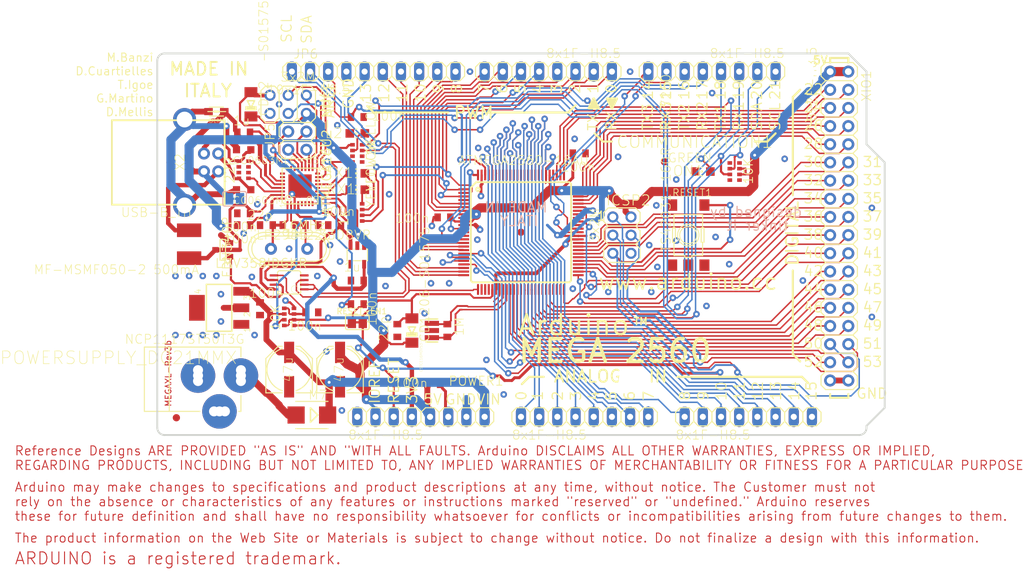
<source format=kicad_pcb>
(kicad_pcb (version 4) (host eakit 0.1.0)
  (layers (0 Top signal) (31 Bottom signal) (34 B.Paste user) (35 F.Paste user) (36 B.SilkS user) (37 F.SilkS user) (38 B.Mask user) (39 F.Mask user) (44 Edge.Cuts user))
  (net 0 "")
  (net 1 +5V)
  (net 2 GND)
  (net 3 AREF)
  (net 4 RESET)
  (net 5 VIN)
  (net 6 N$3)
  (net 7 PWRIN)
  (net 8 M8RXD)
  (net 9 M8TXD)
  (net 10 ADC0)
  (net 11 ADC2)
  (net 12 ADC1)
  (net 13 ADC3)
  (net 14 ADC4)
  (net 15 ADC5)
  (net 16 ADC6)
  (net 17 ADC7)
  (net 18 +3V3)
  (net 19 SDA)
  (net 20 SCL)
  (net 21 ADC9)
  (net 22 ADC8)
  (net 23 ADC10)
  (net 24 ADC11)
  (net 25 ADC12)
  (net 26 ADC13)
  (net 27 ADC14)
  (net 28 ADC15)
  (net 29 PB3)
  (net 30 PB2)
  (net 31 PB1)
  (net 32 PB5)
  (net 33 PB4)
  (net 34 PE5)
  (net 35 PE4)
  (net 36 PE3)
  (net 37 PE1)
  (net 38 PE0)
  (net 39 N$54)
  (net 40 N$55)
  (net 41 DTR)
  (net 42 USBVCC)
  (net 43 N$2)
  (net 44 GATE_CMD)
  (net 45 CMP)
  (net 46 PB6)
  (net 47 PH3)
  (net 48 PH4)
  (net 49 PH5)
  (net 50 PH6)
  (net 51 PG5)
  (net 52 RXD1)
  (net 53 TXD1)
  (net 54 RXD2)
  (net 55 RXD3)
  (net 56 TXD2)
  (net 57 TXD3)
  (net 58 PC0)
  (net 59 PC1)
  (net 60 PC2)
  (net 61 PC3)
  (net 62 PC4)
  (net 63 PC5)
  (net 64 PC6)
  (net 65 PC7)
  (net 66 PB0)
  (net 67 PG0)
  (net 68 PG1)
  (net 69 PG2)
  (net 70 PD7)
  (net 71 PA0)
  (net 72 PA1)
  (net 73 PA2)
  (net 74 PA3)
  (net 75 PA4)
  (net 76 PA5)
  (net 77 PA6)
  (net 78 PA7)
  (net 79 PL0)
  (net 80 PL1)
  (net 81 PL2)
  (net 82 PL3)
  (net 83 PL4)
  (net 84 PL5)
  (net 85 PL6)
  (net 86 PL7)
  (net 87 PB7)
  (net 88 VUCAP)
  (net 89 "RD-")
  (net 90 RD+)
  (net 91 RESET2)
  (net 92 MISO2)
  (net 93 MOSI2)
  (net 94 SCK2)
  (net 95 XVCC)
  (net 96 RXL)
  (net 97 TXL)
  (net 98 "D-")
  (net 99 D+)
  (net 100 UGND)
  (net 101 USHIELD)
  (net 102 XTAL2)
  (net 103 XTAL1)
  (net 104 XT2)
  (net 105 XT1)
  (net 106 "5-GND")
  (net 107 8PB7)
  (net 108 8PB6)
  (net 109 8PB5)
  (net 110 8PB4)
  (net 111 L13)
  (net 112 N$1)
  (module @HOLE1 (layer Top) (at 147.320000 157.480000 0.000000)
    (fp_text reference @HOLE1 hide)
    (fp_text value ~ hide)
    (pad "" np_thru_hole circle (at 0.000000 0.000000 0.000000) (size 3.200000 3.200000) (drill 3.200000) (layers *.Cu))
  )
  (module @HOLE2 (layer Top) (at 66.040000 109.220000 0.000000)
    (fp_text reference @HOLE2 hide)
    (fp_text value ~ hide)
    (pad "" np_thru_hole circle (at 0.000000 0.000000 0.000000) (size 3.200000 3.200000) (drill 3.200000) (layers *.Cu))
  )
  (module @HOLE3 (layer Top) (at 140.970000 109.220000 0.000000)
    (fp_text reference @HOLE3 hide)
    (fp_text value ~ hide)
    (pad "" np_thru_hole circle (at 0.000000 0.000000 0.000000) (size 3.200000 3.200000) (drill 3.200000) (layers *.Cu))
  )
  (module @HOLE4 (layer Top) (at 64.770000 157.480000 0.000000)
    (fp_text reference @HOLE4 hide)
    (fp_text value ~ hide)
    (pad "" np_thru_hole circle (at 0.000000 0.000000 0.000000) (size 3.200000 3.200000) (drill 3.200000) (layers *.Cu))
  )
  (module @HOLE5 (layer Top) (at 116.840000 124.460000 0.000000)
    (fp_text reference @HOLE5 hide)
    (fp_text value ~ hide)
    (pad "" np_thru_hole circle (at 0.000000 0.000000 0.000000) (size 3.200000 3.200000) (drill 3.200000) (layers *.Cu))
  )
  (module @HOLE6 (layer Top) (at 116.840000 152.400000 0.000000)
    (fp_text reference @HOLE6 hide)
    (fp_text value ~ hide)
    (pad "" np_thru_hole circle (at 0.000000 0.000000 0.000000) (size 3.200000 3.200000) (drill 3.200000) (layers *.Cu))
  )
  (module @V1 (layer Top) (at 57.150000 137.795000 0.000000)
    (fp_text reference @V1 hide)
    (fp_text value ~ hide)
    (pad "" thru_hole circle (at 0.000000 0.000000 0.000000) (size 0.914400 0.914400) (drill 0.406400) (layers *.Cu B.Mask F.Mask) (net 1 +5V))
  )
  (module @V2 (layer Top) (at 55.245000 137.795000 0.000000)
    (fp_text reference @V2 hide)
    (fp_text value ~ hide)
    (pad "" thru_hole circle (at 0.000000 0.000000 0.000000) (size 0.914400 0.914400) (drill 0.406400) (layers *.Cu B.Mask F.Mask) (net 1 +5V))
  )
  (module @V3 (layer Top) (at 59.055000 137.795000 0.000000)
    (fp_text reference @V3 hide)
    (fp_text value ~ hide)
    (pad "" thru_hole circle (at 0.000000 0.000000 0.000000) (size 0.914400 0.914400) (drill 0.406400) (layers *.Cu B.Mask F.Mask) (net 1 +5V))
  )
  (module @V4 (layer Top) (at 53.340000 137.795000 0.000000)
    (fp_text reference @V4 hide)
    (fp_text value ~ hide)
    (pad "" thru_hole circle (at 0.000000 0.000000 0.000000) (size 0.914400 0.914400) (drill 0.406400) (layers *.Cu B.Mask F.Mask) (net 1 +5V))
  )
  (module @V5 (layer Top) (at 59.690000 140.335000 0.000000)
    (fp_text reference @V5 hide)
    (fp_text value ~ hide)
    (pad "" thru_hole circle (at 0.000000 0.000000 0.000000) (size 0.914400 0.914400) (drill 0.406400) (layers *.Cu B.Mask F.Mask) (net 1 +5V))
  )
  (module @V6 (layer Top) (at 53.340000 146.050000 0.000000)
    (fp_text reference @V6 hide)
    (fp_text value ~ hide)
    (pad "" thru_hole circle (at 0.000000 0.000000 0.000000) (size 0.914400 0.914400) (drill 0.406400) (layers *.Cu B.Mask F.Mask) (net 1 +5V))
  )
  (module @V7 (layer Top) (at 57.150000 146.050000 0.000000)
    (fp_text reference @V7 hide)
    (fp_text value ~ hide)
    (pad "" thru_hole circle (at 0.000000 0.000000 0.000000) (size 0.914400 0.914400) (drill 0.406400) (layers *.Cu B.Mask F.Mask) (net 1 +5V))
  )
  (module @V8 (layer Top) (at 55.245000 146.050000 0.000000)
    (fp_text reference @V8 hide)
    (fp_text value ~ hide)
    (pad "" thru_hole circle (at 0.000000 0.000000 0.000000) (size 0.914400 0.914400) (drill 0.406400) (layers *.Cu B.Mask F.Mask) (net 1 +5V))
  )
  (module @V9 (layer Top) (at 59.690000 144.145000 0.000000)
    (fp_text reference @V9 hide)
    (fp_text value ~ hide)
    (pad "" thru_hole circle (at 0.000000 0.000000 0.000000) (size 0.914400 0.914400) (drill 0.406400) (layers *.Cu B.Mask F.Mask) (net 1 +5V))
  )
  (module @V10 (layer Top) (at 59.055000 146.050000 0.000000)
    (fp_text reference @V10 hide)
    (fp_text value ~ hide)
    (pad "" thru_hole circle (at 0.000000 0.000000 0.000000) (size 0.914400 0.914400) (drill 0.406400) (layers *.Cu B.Mask F.Mask) (net 1 +5V))
  )
  (module @V11 (layer Top) (at 119.800000 140.020000 0.000000)
    (fp_text reference @V11 hide)
    (fp_text value ~ hide)
    (pad "" thru_hole circle (at 0.000000 0.000000 0.000000) (size 0.914400 0.914400) (drill 0.406400) (layers *.Cu B.Mask F.Mask) (net 2 GND))
  )
  (module @V12 (layer Top) (at 89.027000 138.811000 0.000000)
    (fp_text reference @V12 hide)
    (fp_text value ~ hide)
    (pad "" thru_hole circle (at 0.000000 0.000000 0.000000) (size 0.914400 0.914400) (drill 0.406400) (layers *.Cu B.Mask F.Mask) (net 2 GND))
  )
  (module @V13 (layer Top) (at 83.185000 126.365000 0.000000)
    (fp_text reference @V13 hide)
    (fp_text value ~ hide)
    (pad "" thru_hole circle (at 0.000000 0.000000 0.000000) (size 0.914400 0.914400) (drill 0.406400) (layers *.Cu B.Mask F.Mask) (net 2 GND))
  )
  (module @V14 (layer Top) (at 138.430000 121.412000 0.000000)
    (fp_text reference @V14 hide)
    (fp_text value ~ hide)
    (pad "" thru_hole circle (at 0.000000 0.000000 0.000000) (size 0.914400 0.914400) (drill 0.406400) (layers *.Cu B.Mask F.Mask) (net 2 GND))
  )
  (module @V15 (layer Top) (at 140.970000 138.430000 0.000000)
    (fp_text reference @V15 hide)
    (fp_text value ~ hide)
    (pad "" thru_hole circle (at 0.000000 0.000000 0.000000) (size 0.914400 0.914400) (drill 0.406400) (layers *.Cu B.Mask F.Mask) (net 2 GND))
  )
  (module @V16 (layer Top) (at 123.291600 124.307600 0.000000)
    (fp_text reference @V16 hide)
    (fp_text value ~ hide)
    (pad "" thru_hole circle (at 0.000000 0.000000 0.000000) (size 0.914400 0.914400) (drill 0.406400) (layers *.Cu B.Mask F.Mask) (net 2 GND))
  )
  (module @V17 (layer Top) (at 74.422000 148.336000 0.000000)
    (fp_text reference @V17 hide)
    (fp_text value ~ hide)
    (pad "" thru_hole circle (at 0.000000 0.000000 0.000000) (size 0.914400 0.914400) (drill 0.406400) (layers *.Cu B.Mask F.Mask) (net 2 GND))
  )
  (module @V18 (layer Top) (at 64.389000 146.050000 0.000000)
    (fp_text reference @V18 hide)
    (fp_text value ~ hide)
    (pad "" thru_hole circle (at 0.000000 0.000000 0.000000) (size 0.914400 0.914400) (drill 0.406400) (layers *.Cu B.Mask F.Mask) (net 2 GND))
  )
  (module @V19 (layer Top) (at 83.058000 143.637000 0.000000)
    (fp_text reference @V19 hide)
    (fp_text value ~ hide)
    (pad "" thru_hole circle (at 0.000000 0.000000 0.000000) (size 0.914400 0.914400) (drill 0.406400) (layers *.Cu B.Mask F.Mask) (net 2 GND))
  )
  (module @V20 (layer Top) (at 91.567000 138.811000 0.000000)
    (fp_text reference @V20 hide)
    (fp_text value ~ hide)
    (pad "" thru_hole circle (at 0.000000 0.000000 0.000000) (size 0.914400 0.914400) (drill 0.406400) (layers *.Cu B.Mask F.Mask) (net 2 GND))
  )
  (module @V21 (layer Top) (at 67.818000 113.792000 0.000000)
    (fp_text reference @V21 hide)
    (fp_text value ~ hide)
    (pad "" thru_hole circle (at 0.000000 0.000000 0.000000) (size 0.914400 0.914400) (drill 0.406400) (layers *.Cu B.Mask F.Mask) (net 2 GND))
  )
  (module @V22 (layer Top) (at 76.327000 135.763000 0.000000)
    (fp_text reference @V22 hide)
    (fp_text value ~ hide)
    (pad "" thru_hole circle (at 0.000000 0.000000 0.000000) (size 0.914400 0.914400) (drill 0.406400) (layers *.Cu B.Mask F.Mask) (net 2 GND))
  )
  (module @V23 (layer Top) (at 109.093000 118.618000 0.000000)
    (fp_text reference @V23 hide)
    (fp_text value ~ hide)
    (pad "" thru_hole circle (at 0.000000 0.000000 0.000000) (size 0.914400 0.914400) (drill 0.406400) (layers *.Cu B.Mask F.Mask) (net 2 GND))
  )
  (module @V24 (layer Top) (at 128.295400 112.217200 0.000000)
    (fp_text reference @V24 hide)
    (fp_text value ~ hide)
    (pad "" thru_hole circle (at 0.000000 0.000000 0.000000) (size 0.914400 0.914400) (drill 0.406400) (layers *.Cu B.Mask F.Mask) (net 2 GND))
  )
  (module @V25 (layer Top) (at 95.631000 119.888000 0.000000)
    (fp_text reference @V25 hide)
    (fp_text value ~ hide)
    (pad "" thru_hole circle (at 0.000000 0.000000 0.000000) (size 0.914400 0.914400) (drill 0.406400) (layers *.Cu B.Mask F.Mask) (net 2 GND))
  )
  (module @V26 (layer Top) (at 95.504000 132.715000 0.000000)
    (fp_text reference @V26 hide)
    (fp_text value ~ hide)
    (pad "" thru_hole circle (at 0.000000 0.000000 0.000000) (size 0.914400 0.914400) (drill 0.406400) (layers *.Cu B.Mask F.Mask) (net 2 GND))
  )
  (module @V27 (layer Top) (at 99.187000 154.353000 0.000000)
    (fp_text reference @V27 hide)
    (fp_text value ~ hide)
    (pad "" thru_hole circle (at 0.000000 0.000000 0.000000) (size 0.914400 0.914400) (drill 0.406400) (layers *.Cu B.Mask F.Mask) (net 2 GND))
  )
  (module @V28 (layer Top) (at 76.581000 156.591000 0.000000)
    (fp_text reference @V28 hide)
    (fp_text value ~ hide)
    (pad "" thru_hole circle (at 0.000000 0.000000 0.000000) (size 0.914400 0.914400) (drill 0.406400) (layers *.Cu B.Mask F.Mask) (net 2 GND))
  )
  (module @V29 (layer Top) (at 64.008000 137.922000 0.000000)
    (fp_text reference @V29 hide)
    (fp_text value ~ hide)
    (pad "" thru_hole circle (at 0.000000 0.000000 0.000000) (size 0.914400 0.914400) (drill 0.406400) (layers *.Cu B.Mask F.Mask) (net 2 GND))
  )
  (module @V30 (layer Top) (at 74.930000 133.477000 0.000000)
    (fp_text reference @V30 hide)
    (fp_text value ~ hide)
    (pad "" thru_hole circle (at 0.000000 0.000000 0.000000) (size 0.914400 0.914400) (drill 0.406400) (layers *.Cu B.Mask F.Mask) (net 2 GND))
  )
  (module @V31 (layer Top) (at 75.946000 116.713000 0.000000)
    (fp_text reference @V31 hide)
    (fp_text value ~ hide)
    (pad "" thru_hole circle (at 0.000000 0.000000 0.000000) (size 0.914400 0.914400) (drill 0.406400) (layers *.Cu B.Mask F.Mask) (net 2 GND))
  )
  (module @V32 (layer Top) (at 111.633000 132.207000 0.000000)
    (fp_text reference @V32 hide)
    (fp_text value ~ hide)
    (pad "" thru_hole circle (at 0.000000 0.000000 0.000000) (size 0.914400 0.914400) (drill 0.406400) (layers *.Cu B.Mask F.Mask) (net 2 GND))
  )
  (module @V33 (layer Top) (at 108.839000 139.573000 0.000000)
    (fp_text reference @V33 hide)
    (fp_text value ~ hide)
    (pad "" thru_hole circle (at 0.000000 0.000000 0.000000) (size 0.914400 0.914400) (drill 0.406400) (layers *.Cu B.Mask F.Mask) (net 2 GND))
  )
  (module @V34 (layer Top) (at 62.865000 131.826000 0.000000)
    (fp_text reference @V34 hide)
    (fp_text value ~ hide)
    (pad "" thru_hole circle (at 0.000000 0.000000 0.000000) (size 0.914400 0.914400) (drill 0.406400) (layers *.Cu B.Mask F.Mask) (net 2 GND))
  )
  (module @V35 (layer Top) (at 88.519000 135.382000 0.000000)
    (fp_text reference @V35 hide)
    (fp_text value ~ hide)
    (pad "" thru_hole circle (at 0.000000 0.000000 0.000000) (size 0.914400 0.914400) (drill 0.406400) (layers *.Cu B.Mask F.Mask) (net 2 GND))
  )
  (module @V36 (layer Top) (at 128.778000 132.334000 0.000000)
    (fp_text reference @V36 hide)
    (fp_text value ~ hide)
    (pad "" thru_hole circle (at 0.000000 0.000000 0.000000) (size 0.914400 0.914400) (drill 0.406400) (layers *.Cu B.Mask F.Mask) (net 2 GND))
  )
  (module @V37 (layer Top) (at 127.508000 141.978000 0.000000)
    (fp_text reference @V37 hide)
    (fp_text value ~ hide)
    (pad "" thru_hole circle (at 0.000000 0.000000 0.000000) (size 0.914400 0.914400) (drill 0.406400) (layers *.Cu B.Mask F.Mask) (net 2 GND))
  )
  (module @V38 (layer Top) (at 150.606000 128.270000 0.000000)
    (fp_text reference @V38 hide)
    (fp_text value ~ hide)
    (pad "" thru_hole circle (at 0.000000 0.000000 0.000000) (size 0.914400 0.914400) (drill 0.406400) (layers *.Cu B.Mask F.Mask) (net 2 GND))
  )
  (module @V39 (layer Top) (at 130.683000 136.144000 0.000000)
    (fp_text reference @V39 hide)
    (fp_text value ~ hide)
    (pad "" thru_hole circle (at 0.000000 0.000000 0.000000) (size 0.914400 0.914400) (drill 0.406400) (layers *.Cu B.Mask F.Mask) (net 2 GND))
  )
  (module @V40 (layer Top) (at 120.650000 136.525000 0.000000)
    (fp_text reference @V40 hide)
    (fp_text value ~ hide)
    (pad "" thru_hole circle (at 0.000000 0.000000 0.000000) (size 0.914400 0.914400) (drill 0.406400) (layers *.Cu B.Mask F.Mask) (net 2 GND))
  )
  (module @V41 (layer Top) (at 123.317000 132.842000 0.000000)
    (fp_text reference @V41 hide)
    (fp_text value ~ hide)
    (pad "" thru_hole circle (at 0.000000 0.000000 0.000000) (size 0.914400 0.914400) (drill 0.406400) (layers *.Cu B.Mask F.Mask) (net 2 GND))
  )
  (module @V42 (layer Top) (at 69.215000 133.985000 0.000000)
    (fp_text reference @V42 hide)
    (fp_text value ~ hide)
    (pad "" thru_hole circle (at 0.000000 0.000000 0.000000) (size 0.914400 0.914400) (drill 0.406400) (layers *.Cu B.Mask F.Mask) (net 2 GND))
  )
  (module @V43 (layer Top) (at 120.506600 127.922600 0.000000)
    (fp_text reference @V43 hide)
    (fp_text value ~ hide)
    (pad "" thru_hole circle (at 0.000000 0.000000 0.000000) (size 0.914400 0.914400) (drill 0.406400) (layers *.Cu B.Mask F.Mask) (net 2 GND))
  )
  (module @V44 (layer Top) (at 113.800000 140.020000 0.000000)
    (fp_text reference @V44 hide)
    (fp_text value ~ hide)
    (pad "" thru_hole circle (at 0.000000 0.000000 0.000000) (size 0.914400 0.914400) (drill 0.406400) (layers *.Cu B.Mask F.Mask) (net 2 GND))
  )
  (module @V45 (layer Top) (at 150.606000 143.510000 0.000000)
    (fp_text reference @V45 hide)
    (fp_text value ~ hide)
    (pad "" thru_hole circle (at 0.000000 0.000000 0.000000) (size 0.914400 0.914400) (drill 0.406400) (layers *.Cu B.Mask F.Mask) (net 2 GND))
  )
  (module @V46 (layer Top) (at 116.840000 109.220000 0.000000)
    (fp_text reference @V46 hide)
    (fp_text value ~ hide)
    (pad "" thru_hole circle (at 0.000000 0.000000 0.000000) (size 0.914400 0.914400) (drill 0.406400) (layers *.Cu B.Mask F.Mask) (net 2 GND))
  )
  (module @V47 (layer Top) (at 94.472000 109.220000 0.000000)
    (fp_text reference @V47 hide)
    (fp_text value ~ hide)
    (pad "" thru_hole circle (at 0.000000 0.000000 0.000000) (size 0.914400 0.914400) (drill 0.406400) (layers *.Cu B.Mask F.Mask) (net 2 GND))
  )
  (module @V48 (layer Top) (at 64.770000 127.762000 0.000000)
    (fp_text reference @V48 hide)
    (fp_text value ~ hide)
    (pad "" thru_hole circle (at 0.000000 0.000000 0.000000) (size 0.914400 0.914400) (drill 0.406400) (layers *.Cu B.Mask F.Mask) (net 2 GND))
  )
  (module @V49 (layer Top) (at 115.163600 121.132600 0.000000)
    (fp_text reference @V49 hide)
    (fp_text value ~ hide)
    (pad "" thru_hole circle (at 0.000000 0.000000 0.000000) (size 0.914400 0.914400) (drill 0.406400) (layers *.Cu B.Mask F.Mask) (net 2 GND))
  )
  (module @V50 (layer Top) (at 119.507000 133.477000 0.000000)
    (fp_text reference @V50 hide)
    (fp_text value ~ hide)
    (pad "" thru_hole circle (at 0.000000 0.000000 0.000000) (size 0.914400 0.914400) (drill 0.406400) (layers *.Cu B.Mask F.Mask) (net 2 GND))
  )
  (module @V51 (layer Top) (at 88.138000 143.002000 0.000000)
    (fp_text reference @V51 hide)
    (fp_text value ~ hide)
    (pad "" thru_hole circle (at 0.000000 0.000000 0.000000) (size 0.914400 0.914400) (drill 0.406400) (layers *.Cu B.Mask F.Mask) (net 2 GND))
  )
  (module @V52 (layer Top) (at 82.677000 139.192000 0.000000)
    (fp_text reference @V52 hide)
    (fp_text value ~ hide)
    (pad "" thru_hole circle (at 0.000000 0.000000 0.000000) (size 0.914400 0.914400) (drill 0.406400) (layers *.Cu B.Mask F.Mask) (net 2 GND))
  )
  (module @V53 (layer Top) (at 73.152000 137.795000 0.000000)
    (fp_text reference @V53 hide)
    (fp_text value ~ hide)
    (pad "" thru_hole circle (at 0.000000 0.000000 0.000000) (size 0.914400 0.914400) (drill 0.406400) (layers *.Cu B.Mask F.Mask) (net 2 GND))
  )
  (module @V54 (layer Top) (at 96.774000 149.527000 0.000000)
    (fp_text reference @V54 hide)
    (fp_text value ~ hide)
    (pad "" thru_hole circle (at 0.000000 0.000000 0.000000) (size 0.914400 0.914400) (drill 0.406400) (layers *.Cu B.Mask F.Mask) (net 2 GND))
  )
  (module SmartPrj:2X03 (layer Top) (at 115.697000 132.080000 270.000000)
    (fp_text reference ICSP2 (at -4.865191 -0.892726 0.000000) (layer F.SilkS) (effects (font (size 1.422400 1.422400) (thickness 0.127000))))
    (fp_text value 3x2M (at -1.360712 3.810007 270.000000) (layer F.SilkS) (effects (font (size 1.270000 1.270000) (thickness 0.101600))))
    (pad 1 thru_hole circle (at -2.540000 1.270000 270.000000) (size 1.550000 1.550000) (drill 0.950000) (layers *.Cu B.Mask F.Mask) (net 29 PB3))
    (pad 2 thru_hole circle (at -2.540000 -1.270000 270.000000) (size 1.550000 1.550000) (drill 0.950000) (layers *.Cu B.Mask F.Mask) (net 1 +5V))
    (pad 3 thru_hole circle (at 0.000000 1.270000 270.000000) (size 1.550000 1.550000) (drill 0.950000) (layers *.Cu B.Mask F.Mask) (net 31 PB1))
    (pad 4 thru_hole circle (at 0.000000 -1.270000 270.000000) (size 1.550000 1.550000) (drill 0.950000) (layers *.Cu B.Mask F.Mask) (net 30 PB2))
    (pad 5 thru_hole circle (at 2.540000 1.270000 270.000000) (size 1.550000 1.550000) (drill 0.950000) (layers *.Cu B.Mask F.Mask) (net 4 RESET))
    (pad 6 thru_hole circle (at 2.540000 -1.270000 270.000000) (size 1.550000 1.550000) (drill 0.950000) (layers *.Cu B.Mask F.Mask) (net 2 GND))
  )
  (module SmartPrj:1X08 (layer Top) (at 105.410000 109.220000 180.000000)
    (fp_text reference PWML1 hide)
    (fp_text value "8x1F-H8.5" (at -4.928798 2.539995 180.000000) (layer F.SilkS) (effects (font (size 1.270000 1.270000) (thickness 0.101600))))
    (pad 1 thru_hole oval (at -8.890000 0.000000 180.000000) (size 1.422400 2.844800) (drill 0.850000) (layers *.Cu B.Mask F.Mask) (net 38 PE0))
    (pad 2 thru_hole oval (at -6.350000 0.000000 180.000000) (size 1.422400 2.844800) (drill 0.850000) (layers *.Cu B.Mask F.Mask) (net 37 PE1))
    (pad 3 thru_hole oval (at -3.810000 0.000000 180.000000) (size 1.422400 2.844800) (drill 0.850000) (layers *.Cu B.Mask F.Mask) (net 35 PE4))
    (pad 4 thru_hole oval (at -1.270000 0.000000 180.000000) (size 1.422400 2.844800) (drill 0.850000) (layers *.Cu B.Mask F.Mask) (net 34 PE5))
    (pad 5 thru_hole oval (at 1.270000 0.000000 180.000000) (size 1.422400 2.844800) (drill 0.850000) (layers *.Cu B.Mask F.Mask) (net 51 PG5))
    (pad 6 thru_hole oval (at 3.810000 0.000000 180.000000) (size 1.422400 2.844800) (drill 0.850000) (layers *.Cu B.Mask F.Mask) (net 36 PE3))
    (pad 7 thru_hole oval (at 6.350000 0.000000 180.000000) (size 1.422400 2.844800) (drill 0.850000) (layers *.Cu B.Mask F.Mask) (net 47 PH3))
    (pad 8 thru_hole oval (at 8.890000 0.000000 180.000000) (size 1.422400 2.844800) (drill 0.850000) (layers *.Cu B.Mask F.Mask) (net 48 PH4))
  )
  (module rcl:PANASONIC_D (layer Top) (at 69.215000 150.876000 90.000000)
    (fp_text reference PC1 hide)
    (fp_text value 47u (at 0.006048 -0.126997 90.000000) (layer F.SilkS) (effects (font (size 1.270000 1.270000) (thickness 0.081280))))
    (pad - smd rect (at -2.400000 0.000000 90.000000) (size 3.000000 1.400000) (drill 0.000000) (layers F.Cu F.Mask F.Paste) (net 2 GND))
    (pad + smd rect (at 2.400000 0.000000 90.000000) (size 3.000000 1.400000) (drill 0.000000) (layers F.Cu F.Mask F.Paste) (net 5 VIN))
  )
  (module rcl:PANASONIC_D (layer Top) (at 76.327000 150.876000 90.000000)
    (fp_text reference PC2 hide)
    (fp_text value 47u (at 0.006048 -0.126997 90.000000) (layer F.SilkS) (effects (font (size 1.270000 1.270000) (thickness 0.081280))))
    (pad - smd rect (at -2.400000 0.000000 90.000000) (size 3.000000 1.400000) (drill 0.000000) (layers F.Cu F.Mask F.Paste) (net 2 GND))
    (pad + smd rect (at 2.400000 0.000000 90.000000) (size 3.000000 1.400000) (drill 0.000000) (layers F.Cu F.Mask F.Paste) (net 1 +5V))
  )
  (module "led:CHIP-LED0805" (layer Top) (at 127.000000 123.190000 90.000000)
    (fp_text reference ON1 (at 0.076190 -2.023528 0.000000) (layer F.SilkS) (effects (font (size 1.422400 1.422400) (thickness 0.101600))))
    (fp_text value GREEN (at 1.904993 -1.814281 180.000000) (layer F.SilkS) (effects (font (size 1.270000 1.270000) (thickness 0.101600))))
    (pad C smd rect (at 0.000000 -1.050000 90.000000) (size 1.200000 1.200000) (drill 0.000000) (layers F.Cu F.Mask F.Paste) (net 2 GND))
    (pad A smd rect (at 0.000000 1.050000 90.000000) (size 1.200000 1.200000) (drill 0.000000) (layers F.Cu F.Mask F.Paste) (net 6 N$3))
  )
  (module diode:SMB (layer Top) (at 72.390000 157.226000 180.000000)
    (fp_text reference D1)
    (fp_text value M7 (at -0.828520 2.794001 180.000000) (layer F.SilkS) (effects (font (size 1.270000 1.270000) (thickness 0.101600))))
    (pad C smd rect (at -2.200000 0.000000 180.000000) (size 2.400000 2.400000) (drill 0.000000) (layers F.Cu F.Mask F.Paste) (net 5 VIN))
    (pad A smd rect (at 2.200000 0.000000 180.000000) (size 2.400000 2.400000) (drill 0.000000) (layers F.Cu F.Mask F.Paste) (net 7 PWRIN))
  )
  (module "SmartPrj:POWERSUPPLY_DC-21MM" (layer Top) (at 56.134000 151.638000 90.000000)
    (fp_text reference X1 hide)
    (fp_text value POWERSUPPLY_DC21MMX (at 2.413002 -10.752670 180.000000) (layer F.SilkS) (effects (font (size 1.778000 1.778000) (thickness 0.088900))))
    (pad 1 thru_hole circle (at -5.080000 3.352800 90.000000) (size 4.826000 4.826000) (drill 1.400000) (layers *.Cu B.Mask F.Mask) (net 2 GND))
    (pad 2 thru_hole circle (at -0.076200 6.350000 90.000000) (size 4.826000 4.826000) (drill 1.400000) (layers *.Cu B.Mask F.Mask) (net 7 PWRIN))
    (pad 3 thru_hole circle (at -0.076200 0.355600 90.000000) (size 4.826000 4.826000) (drill 1.400000) (layers *.Cu B.Mask F.Mask) (net 2 GND))
    (pad 4 thru_hole circle (at -5.080000 4.114800 90.000000) (size 2.100000 2.100000) (drill 1.400000) (layers *.Cu B.Mask F.Mask))
    (pad 5 thru_hole circle (at -5.080000 2.590800 90.000000) (size 2.100000 2.100000) (drill 1.400000) (layers *.Cu B.Mask F.Mask))
    (pad 6 thru_hole circle (at -0.838200 0.355600 90.000000) (size 2.100000 2.100000) (drill 1.400000) (layers *.Cu B.Mask F.Mask))
    (pad 7 thru_hole circle (at 0.685800 0.355600 90.000000) (size 2.100000 2.100000) (drill 1.400000) (layers *.Cu B.Mask F.Mask))
    (pad 8 thru_hole circle (at -0.838200 6.350000 90.000000) (size 2.100000 2.100000) (drill 1.400000) (layers *.Cu B.Mask F.Mask))
    (pad 9 thru_hole circle (at 0.685800 6.350000 90.000000) (size 2.100000 2.100000) (drill 1.400000) (layers *.Cu B.Mask F.Mask))
  )
  (module "SmartPrj:FIDUCIA-MOUNT" (layer Top) (at 121.640600 121.827800 0.000000)
    (fp_text reference FD1 hide)
    (fp_text value FIDUCIALMOUNT hide)
    (pad P$1 smd oval (at 0.000000 0.000000 0.000000) (size 1.016000 1.016000) (drill 0.000000) (layers F.Cu F.Mask F.Paste))
  )
  (module "SmartPrj:FIDUCIA-MOUNT" (layer Top) (at 53.467000 157.607000 0.000000)
    (fp_text reference FD2 hide)
    (fp_text value FIDUCIALMOUNT hide)
    (pad P$1 smd oval (at 0.000000 0.000000 0.000000) (size 1.016000 1.016000) (drill 0.000000) (layers F.Cu F.Mask F.Paste))
  )
  (module "SmartPrj:FIDUCIA-MOUNT" (layer Top) (at 52.578000 121.920000 0.000000)
    (fp_text reference FD3 hide)
    (fp_text value FIDUCIALMOUNT hide)
    (pad P$1 smd oval (at 0.000000 0.000000 0.000000) (size 1.016000 1.016000) (drill 0.000000) (layers F.Cu F.Mask F.Paste))
  )
  (module linear:SOT223 (layer Top) (at 59.436000 142.240000 90.000000)
    (fp_text reference IC1)
    (fp_text value NCP1117ST50T3G (at -4.394201 -4.819949 180.000000) (layer F.SilkS) (effects (font (size 1.270000 1.270000) (thickness 0.101600))))
    (fp_text user 3 (at 1.407848 3.911600 90.000000) (layer F.SilkS) (effects (font (size 0.812800 0.812800) (thickness 0.097536))))
    (fp_text user 4 (at 2.292048 -2.946400 90.000000) (layer F.SilkS) (effects (font (size 0.812800 0.812800) (thickness 0.097536))))
    (fp_text user 1 (at -3.065552 3.911600 90.000000) (layer F.SilkS) (effects (font (size 0.812800 0.812800) (thickness 0.097536))))
    (fp_text user 2 (at -0.903552 3.921000 90.000000) (layer F.SilkS) (effects (font (size 0.812800 0.812800) (thickness 0.097536))))
    (pad 1 smd rect (at -2.311400 3.098800 90.000000) (size 1.219200 2.235200) (drill 0.000000) (layers F.Cu F.Mask F.Paste) (net 2 GND))
    (pad 2 smd rect (at 0.000000 3.098800 90.000000) (size 1.219200 2.235200) (drill 0.000000) (layers F.Cu F.Mask F.Paste) (net 1 +5V))
    (pad 3 smd rect (at 2.311400 3.098800 90.000000) (size 1.219200 2.235200) (drill 0.000000) (layers F.Cu F.Mask F.Paste) (net 5 VIN))
    (pad 4 smd rect (at 0.000000 -3.099000 90.000000) (size 3.600000 2.200000) (drill 0.000000) (layers F.Cu F.Mask F.Paste) (net 1 +5V))
  )
  (module "SmartPrj:C0603-ROUND" (layer Top) (at 78.740000 115.570000 0.000000)
    (fp_text reference C3)
    (fp_text value 100n (at 4.420815 -0.127004 0.000000) (layer F.SilkS) (effects (font (size 1.270000 1.270000) (thickness 0.101600))))
    (pad 1 smd rect (at -0.889000 0.000000 0.000000) (size 0.898400 1.100000) (drill 0.000000) (layers F.Cu F.Mask F.Paste) (net 3 AREF))
    (pad 2 smd rect (at 0.889000 0.000000 0.000000) (size 0.898400 1.100000) (drill 0.000000) (layers F.Cu F.Mask F.Paste) (net 2 GND))
  )
  (module "SmartPrj:C0603-ROUND" (layer Top) (at 90.845000 129.601000 180.000000)
    (fp_text reference C6)
    (fp_text value 100n (at 4.420807 -0.127004 180.000000) (layer F.SilkS) (effects (font (size 1.270000 1.270000) (thickness 0.101600))))
    (pad 1 smd rect (at -0.889000 0.000000 180.000000) (size 0.898400 1.100000) (drill 0.000000) (layers F.Cu F.Mask F.Paste) (net 1 +5V))
    (pad 2 smd rect (at 0.889000 0.000000 180.000000) (size 0.898400 1.100000) (drill 0.000000) (layers F.Cu F.Mask F.Paste) (net 2 GND))
  )
  (module "SmartPrj:C0603-ROUND" (layer Top) (at 65.151000 142.367000 270.000000)
    (fp_text reference C2)
    (fp_text value 100n (at -2.159002 -0.864808 0.000000) (layer F.SilkS) (effects (font (size 1.270000 1.270000) (thickness 0.101600))))
    (pad 1 smd rect (at -0.889000 0.000000 270.000000) (size 0.898400 1.100000) (drill 0.000000) (layers F.Cu F.Mask F.Paste) (net 5 VIN))
    (pad 2 smd rect (at 0.889000 0.000000 270.000000) (size 0.898400 1.100000) (drill 0.000000) (layers F.Cu F.Mask F.Paste) (net 2 GND))
  )
  (module SmartPrj:1X08 (layer Top) (at 110.490000 157.480000 0.000000)
    (fp_text reference ADCL1)
    (fp_text value "8x1F-H8.5" (at -4.928805 2.540003 0.000000) (layer F.SilkS) (effects (font (size 1.270000 1.270000) (thickness 0.101600))))
    (pad 1 thru_hole oval (at -8.890000 0.000000 0.000000) (size 1.422400 2.844800) (drill 0.850000) (layers *.Cu B.Mask F.Mask) (net 10 ADC0))
    (pad 2 thru_hole oval (at -6.350000 0.000000 0.000000) (size 1.422400 2.844800) (drill 0.850000) (layers *.Cu B.Mask F.Mask) (net 12 ADC1))
    (pad 3 thru_hole oval (at -3.810000 0.000000 0.000000) (size 1.422400 2.844800) (drill 0.850000) (layers *.Cu B.Mask F.Mask) (net 11 ADC2))
    (pad 4 thru_hole oval (at -1.270000 0.000000 0.000000) (size 1.422400 2.844800) (drill 0.850000) (layers *.Cu B.Mask F.Mask) (net 13 ADC3))
    (pad 5 thru_hole oval (at 1.270000 0.000000 0.000000) (size 1.422400 2.844800) (drill 0.850000) (layers *.Cu B.Mask F.Mask) (net 14 ADC4))
    (pad 6 thru_hole oval (at 3.810000 0.000000 0.000000) (size 1.422400 2.844800) (drill 0.850000) (layers *.Cu B.Mask F.Mask) (net 15 ADC5))
    (pad 7 thru_hole oval (at 6.350000 0.000000 0.000000) (size 1.422400 2.844800) (drill 0.850000) (layers *.Cu B.Mask F.Mask) (net 16 ADC6))
    (pad 8 thru_hole oval (at 8.890000 0.000000 0.000000) (size 1.422400 2.844800) (drill 0.850000) (layers *.Cu B.Mask F.Mask) (net 17 ADC7))
  )
  (module SmartPrj:1X08 (layer Top) (at 128.270000 109.220000 180.000000)
    (fp_text reference COMMUNICATION1 (at 2.398492 -9.829800 0.000000) (layer F.SilkS) (effects (font (size 1.676400 1.676400) (thickness 0.127000))))
    (fp_text value "8x1F-H8.5" (at -4.928798 2.539995 180.000000) (layer F.SilkS) (effects (font (size 1.270000 1.270000) (thickness 0.101600))))
    (pad 1 thru_hole oval (at -8.890000 0.000000 180.000000) (size 1.422400 2.844800) (drill 0.850000) (layers *.Cu B.Mask F.Mask) (net 20 SCL))
    (pad 2 thru_hole oval (at -6.350000 0.000000 180.000000) (size 1.422400 2.844800) (drill 0.850000) (layers *.Cu B.Mask F.Mask) (net 19 SDA))
    (pad 3 thru_hole oval (at -3.810000 0.000000 180.000000) (size 1.422400 2.844800) (drill 0.850000) (layers *.Cu B.Mask F.Mask) (net 52 RXD1))
    (pad 4 thru_hole oval (at -1.270000 0.000000 180.000000) (size 1.422400 2.844800) (drill 0.850000) (layers *.Cu B.Mask F.Mask) (net 53 TXD1))
    (pad 5 thru_hole oval (at 1.270000 0.000000 180.000000) (size 1.422400 2.844800) (drill 0.850000) (layers *.Cu B.Mask F.Mask) (net 54 RXD2))
    (pad 6 thru_hole oval (at 3.810000 0.000000 180.000000) (size 1.422400 2.844800) (drill 0.850000) (layers *.Cu B.Mask F.Mask) (net 56 TXD2))
    (pad 7 thru_hole oval (at 6.350000 0.000000 180.000000) (size 1.422400 2.844800) (drill 0.850000) (layers *.Cu B.Mask F.Mask) (net 55 RXD3))
    (pad 8 thru_hole oval (at 8.890000 0.000000 180.000000) (size 1.422400 2.844800) (drill 0.850000) (layers *.Cu B.Mask F.Mask) (net 57 TXD3))
  )
  (module SmartPrj:TQFP100 (layer Top) (at 101.600000 131.673600 0.000000)
    (fp_text reference IC3)
    (fp_text value "ATMEGA2560-16AU" (at 0.363801 -10.039090 0.000000) (layer F.SilkS) (effects (font (size 1.270000 1.270000) (thickness 0.101600))))
    (pad 1 smd rect (at -8.000000 -6.000000 0.000000) (size 1.500000 0.300000) (drill 0.000000) (layers F.Cu F.Mask F.Paste) (net 51 PG5))
    (pad 2 smd rect (at -8.000000 -5.500000 0.000000) (size 1.500000 0.300000) (drill 0.000000) (layers F.Cu F.Mask F.Paste) (net 38 PE0))
    (pad 3 smd rect (at -8.000000 -5.000000 0.000000) (size 1.500000 0.300000) (drill 0.000000) (layers F.Cu F.Mask F.Paste) (net 37 PE1))
    (pad 4 smd rect (at -8.000000 -4.500000 0.000000) (size 1.500000 0.300000) (drill 0.000000) (layers F.Cu F.Mask F.Paste))
    (pad 5 smd rect (at -8.000000 -4.000000 0.000000) (size 1.500000 0.300000) (drill 0.000000) (layers F.Cu F.Mask F.Paste) (net 36 PE3))
    (pad 6 smd rect (at -8.000000 -3.500000 0.000000) (size 1.500000 0.300000) (drill 0.000000) (layers F.Cu F.Mask F.Paste) (net 35 PE4))
    (pad 7 smd rect (at -8.000000 -3.000000 0.000000) (size 1.500000 0.300000) (drill 0.000000) (layers F.Cu F.Mask F.Paste) (net 34 PE5))
    (pad 8 smd rect (at -8.000000 -2.500000 0.000000) (size 1.500000 0.300000) (drill 0.000000) (layers F.Cu F.Mask F.Paste))
    (pad 9 smd rect (at -8.000000 -2.000000 0.000000) (size 1.500000 0.300000) (drill 0.000000) (layers F.Cu F.Mask F.Paste))
    (pad 10 smd rect (at -8.000000 -1.500000 0.000000) (size 1.500000 0.300000) (drill 0.000000) (layers F.Cu F.Mask F.Paste) (net 1 +5V))
    (pad 11 smd rect (at -8.000000 -1.000000 0.000000) (size 1.500000 0.300000) (drill 0.000000) (layers F.Cu F.Mask F.Paste) (net 2 GND))
    (pad 12 smd rect (at -8.000000 -0.500000 0.000000) (size 1.500000 0.300000) (drill 0.000000) (layers F.Cu F.Mask F.Paste) (net 54 RXD2))
    (pad 13 smd rect (at -8.000000 0.000000 0.000000) (size 1.500000 0.300000) (drill 0.000000) (layers F.Cu F.Mask F.Paste) (net 56 TXD2))
    (pad 14 smd rect (at -8.000000 0.500000 0.000000) (size 1.500000 0.300000) (drill 0.000000) (layers F.Cu F.Mask F.Paste))
    (pad 15 smd rect (at -8.000000 1.000000 0.000000) (size 1.500000 0.300000) (drill 0.000000) (layers F.Cu F.Mask F.Paste) (net 47 PH3))
    (pad 16 smd rect (at -8.000000 1.500000 0.000000) (size 1.500000 0.300000) (drill 0.000000) (layers F.Cu F.Mask F.Paste) (net 48 PH4))
    (pad 17 smd rect (at -8.000000 2.000000 0.000000) (size 1.500000 0.300000) (drill 0.000000) (layers F.Cu F.Mask F.Paste) (net 49 PH5))
    (pad 18 smd rect (at -8.000000 2.500000 0.000000) (size 1.500000 0.300000) (drill 0.000000) (layers F.Cu F.Mask F.Paste) (net 50 PH6))
    (pad 19 smd rect (at -8.000000 3.000000 0.000000) (size 1.500000 0.300000) (drill 0.000000) (layers F.Cu F.Mask F.Paste) (net 66 PB0))
    (pad 20 smd rect (at -8.000000 3.500000 0.000000) (size 1.500000 0.300000) (drill 0.000000) (layers F.Cu F.Mask F.Paste) (net 31 PB1))
    (pad 21 smd rect (at -8.000000 4.000000 0.000000) (size 1.500000 0.300000) (drill 0.000000) (layers F.Cu F.Mask F.Paste) (net 30 PB2))
    (pad 22 smd rect (at -8.000000 4.500000 0.000000) (size 1.500000 0.300000) (drill 0.000000) (layers F.Cu F.Mask F.Paste) (net 29 PB3))
    (pad 23 smd rect (at -8.000000 5.000000 0.000000) (size 1.500000 0.300000) (drill 0.000000) (layers F.Cu F.Mask F.Paste) (net 33 PB4))
    (pad 24 smd rect (at -8.000000 5.500000 0.000000) (size 1.500000 0.300000) (drill 0.000000) (layers F.Cu F.Mask F.Paste) (net 32 PB5))
    (pad 25 smd rect (at -8.000000 6.000000 0.000000) (size 1.500000 0.300000) (drill 0.000000) (layers F.Cu F.Mask F.Paste) (net 46 PB6))
    (pad 26 smd rect (at -6.000000 8.000000 0.000000) (size 0.300000 1.500000) (drill 0.000000) (layers F.Cu F.Mask F.Paste) (net 87 PB7))
    (pad 27 smd rect (at -5.500000 8.000000 0.000000) (size 0.300000 1.500000) (drill 0.000000) (layers F.Cu F.Mask F.Paste))
    (pad 28 smd rect (at -5.000000 8.000000 0.000000) (size 0.300000 1.500000) (drill 0.000000) (layers F.Cu F.Mask F.Paste))
    (pad 29 smd rect (at -4.500000 8.000000 0.000000) (size 0.300000 1.500000) (drill 0.000000) (layers F.Cu F.Mask F.Paste))
    (pad 30 smd rect (at -4.000000 8.000000 0.000000) (size 0.300000 1.500000) (drill 0.000000) (layers F.Cu F.Mask F.Paste) (net 4 RESET))
    (pad 31 smd rect (at -3.500000 8.000000 0.000000) (size 0.300000 1.500000) (drill 0.000000) (layers F.Cu F.Mask F.Paste) (net 1 +5V))
    (pad 32 smd rect (at -3.000000 8.000000 0.000000) (size 0.300000 1.500000) (drill 0.000000) (layers F.Cu F.Mask F.Paste) (net 2 GND))
    (pad 33 smd rect (at -2.500000 8.000000 0.000000) (size 0.300000 1.500000) (drill 0.000000) (layers F.Cu F.Mask F.Paste) (net 102 XTAL2))
    (pad 34 smd rect (at -2.000000 8.000000 0.000000) (size 0.300000 1.500000) (drill 0.000000) (layers F.Cu F.Mask F.Paste) (net 103 XTAL1))
    (pad 35 smd rect (at -1.500000 8.000000 0.000000) (size 0.300000 1.500000) (drill 0.000000) (layers F.Cu F.Mask F.Paste) (net 79 PL0))
    (pad 36 smd rect (at -1.000000 8.000000 0.000000) (size 0.300000 1.500000) (drill 0.000000) (layers F.Cu F.Mask F.Paste) (net 80 PL1))
    (pad 37 smd rect (at -0.500000 8.000000 0.000000) (size 0.300000 1.500000) (drill 0.000000) (layers F.Cu F.Mask F.Paste) (net 81 PL2))
    (pad 38 smd rect (at 0.000000 8.000000 0.000000) (size 0.300000 1.500000) (drill 0.000000) (layers F.Cu F.Mask F.Paste) (net 82 PL3))
    (pad 39 smd rect (at 0.500000 8.000000 0.000000) (size 0.300000 1.500000) (drill 0.000000) (layers F.Cu F.Mask F.Paste) (net 83 PL4))
    (pad 40 smd rect (at 1.000000 8.000000 0.000000) (size 0.300000 1.500000) (drill 0.000000) (layers F.Cu F.Mask F.Paste) (net 84 PL5))
    (pad 41 smd rect (at 1.500000 8.000000 0.000000) (size 0.300000 1.500000) (drill 0.000000) (layers F.Cu F.Mask F.Paste) (net 85 PL6))
    (pad 42 smd rect (at 2.000000 8.000000 0.000000) (size 0.300000 1.500000) (drill 0.000000) (layers F.Cu F.Mask F.Paste) (net 86 PL7))
    (pad 43 smd rect (at 2.500000 8.000000 0.000000) (size 0.300000 1.500000) (drill 0.000000) (layers F.Cu F.Mask F.Paste) (net 20 SCL))
    (pad 44 smd rect (at 3.000000 8.000000 0.000000) (size 0.300000 1.500000) (drill 0.000000) (layers F.Cu F.Mask F.Paste) (net 19 SDA))
    (pad 45 smd rect (at 3.500000 8.000000 0.000000) (size 0.300000 1.500000) (drill 0.000000) (layers F.Cu F.Mask F.Paste) (net 52 RXD1))
    (pad 46 smd rect (at 4.000000 8.000000 0.000000) (size 0.300000 1.500000) (drill 0.000000) (layers F.Cu F.Mask F.Paste) (net 53 TXD1))
    (pad 47 smd rect (at 4.500000 8.000000 0.000000) (size 0.300000 1.500000) (drill 0.000000) (layers F.Cu F.Mask F.Paste))
    (pad 48 smd rect (at 5.000000 8.000000 0.000000) (size 0.300000 1.500000) (drill 0.000000) (layers F.Cu F.Mask F.Paste))
    (pad 49 smd rect (at 5.500000 8.000000 0.000000) (size 0.300000 1.500000) (drill 0.000000) (layers F.Cu F.Mask F.Paste))
    (pad 50 smd rect (at 6.000000 8.000000 0.000000) (size 0.300000 1.500000) (drill 0.000000) (layers F.Cu F.Mask F.Paste) (net 70 PD7))
    (pad 51 smd rect (at 8.000000 6.000000 0.000000) (size 1.500000 0.300000) (drill 0.000000) (layers F.Cu F.Mask F.Paste) (net 67 PG0))
    (pad 52 smd rect (at 8.000000 5.500000 0.000000) (size 1.500000 0.300000) (drill 0.000000) (layers F.Cu F.Mask F.Paste) (net 68 PG1))
    (pad 53 smd rect (at 8.000000 5.000000 0.000000) (size 1.500000 0.300000) (drill 0.000000) (layers F.Cu F.Mask F.Paste) (net 58 PC0))
    (pad 54 smd rect (at 8.000000 4.500000 0.000000) (size 1.500000 0.300000) (drill 0.000000) (layers F.Cu F.Mask F.Paste) (net 59 PC1))
    (pad 55 smd rect (at 8.000000 4.000000 0.000000) (size 1.500000 0.300000) (drill 0.000000) (layers F.Cu F.Mask F.Paste) (net 60 PC2))
    (pad 56 smd rect (at 8.000000 3.500000 0.000000) (size 1.500000 0.300000) (drill 0.000000) (layers F.Cu F.Mask F.Paste) (net 61 PC3))
    (pad 57 smd rect (at 8.000000 3.000000 0.000000) (size 1.500000 0.300000) (drill 0.000000) (layers F.Cu F.Mask F.Paste) (net 62 PC4))
    (pad 58 smd rect (at 8.000000 2.500000 0.000000) (size 1.500000 0.300000) (drill 0.000000) (layers F.Cu F.Mask F.Paste) (net 63 PC5))
    (pad 59 smd rect (at 8.000000 2.000000 0.000000) (size 1.500000 0.300000) (drill 0.000000) (layers F.Cu F.Mask F.Paste) (net 64 PC6))
    (pad 60 smd rect (at 8.000000 1.500000 0.000000) (size 1.500000 0.300000) (drill 0.000000) (layers F.Cu F.Mask F.Paste) (net 65 PC7))
    (pad 61 smd rect (at 8.000000 1.000000 0.000000) (size 1.500000 0.300000) (drill 0.000000) (layers F.Cu F.Mask F.Paste) (net 1 +5V))
    (pad 62 smd rect (at 8.000000 0.500000 0.000000) (size 1.500000 0.300000) (drill 0.000000) (layers F.Cu F.Mask F.Paste) (net 2 GND))
    (pad 63 smd rect (at 8.000000 0.000000 0.000000) (size 1.500000 0.300000) (drill 0.000000) (layers F.Cu F.Mask F.Paste) (net 55 RXD3))
    (pad 64 smd rect (at 8.000000 -0.500000 0.000000) (size 1.500000 0.300000) (drill 0.000000) (layers F.Cu F.Mask F.Paste) (net 57 TXD3))
    (pad 65 smd rect (at 8.000000 -1.000000 0.000000) (size 1.500000 0.300000) (drill 0.000000) (layers F.Cu F.Mask F.Paste))
    (pad 66 smd rect (at 8.000000 -1.500000 0.000000) (size 1.500000 0.300000) (drill 0.000000) (layers F.Cu F.Mask F.Paste))
    (pad 67 smd rect (at 8.000000 -2.000000 0.000000) (size 1.500000 0.300000) (drill 0.000000) (layers F.Cu F.Mask F.Paste))
    (pad 68 smd rect (at 8.000000 -2.500000 0.000000) (size 1.500000 0.300000) (drill 0.000000) (layers F.Cu F.Mask F.Paste))
    (pad 69 smd rect (at 8.000000 -3.000000 0.000000) (size 1.500000 0.300000) (drill 0.000000) (layers F.Cu F.Mask F.Paste))
    (pad 70 smd rect (at 8.000000 -3.500000 0.000000) (size 1.500000 0.300000) (drill 0.000000) (layers F.Cu F.Mask F.Paste) (net 69 PG2))
    (pad 71 smd rect (at 8.000000 -4.000000 0.000000) (size 1.500000 0.300000) (drill 0.000000) (layers F.Cu F.Mask F.Paste) (net 78 PA7))
    (pad 72 smd rect (at 8.000000 -4.500000 0.000000) (size 1.500000 0.300000) (drill 0.000000) (layers F.Cu F.Mask F.Paste) (net 77 PA6))
    (pad 73 smd rect (at 8.000000 -5.000000 0.000000) (size 1.500000 0.300000) (drill 0.000000) (layers F.Cu F.Mask F.Paste) (net 76 PA5))
    (pad 74 smd rect (at 8.000000 -5.500000 0.000000) (size 1.500000 0.300000) (drill 0.000000) (layers F.Cu F.Mask F.Paste) (net 75 PA4))
    (pad 75 smd rect (at 8.000000 -6.000000 0.000000) (size 1.500000 0.300000) (drill 0.000000) (layers F.Cu F.Mask F.Paste) (net 74 PA3))
    (pad 76 smd rect (at 6.000000 -8.000000 0.000000) (size 0.300000 1.500000) (drill 0.000000) (layers F.Cu F.Mask F.Paste) (net 73 PA2))
    (pad 77 smd rect (at 5.500000 -8.000000 0.000000) (size 0.300000 1.500000) (drill 0.000000) (layers F.Cu F.Mask F.Paste) (net 72 PA1))
    (pad 78 smd rect (at 5.000000 -8.000000 0.000000) (size 0.300000 1.500000) (drill 0.000000) (layers F.Cu F.Mask F.Paste) (net 71 PA0))
    (pad 79 smd rect (at 4.500000 -8.000000 0.000000) (size 0.300000 1.500000) (drill 0.000000) (layers F.Cu F.Mask F.Paste))
    (pad 80 smd rect (at 4.000000 -8.000000 0.000000) (size 0.300000 1.500000) (drill 0.000000) (layers F.Cu F.Mask F.Paste) (net 1 +5V))
    (pad 81 smd rect (at 3.500000 -8.000000 0.000000) (size 0.300000 1.500000) (drill 0.000000) (layers F.Cu F.Mask F.Paste) (net 2 GND))
    (pad 82 smd rect (at 3.000000 -8.000000 0.000000) (size 0.300000 1.500000) (drill 0.000000) (layers F.Cu F.Mask F.Paste) (net 28 ADC15))
    (pad 83 smd rect (at 2.500000 -8.000000 0.000000) (size 0.300000 1.500000) (drill 0.000000) (layers F.Cu F.Mask F.Paste) (net 27 ADC14))
    (pad 84 smd rect (at 2.000000 -8.000000 0.000000) (size 0.300000 1.500000) (drill 0.000000) (layers F.Cu F.Mask F.Paste) (net 26 ADC13))
    (pad 85 smd rect (at 1.500000 -8.000000 0.000000) (size 0.300000 1.500000) (drill 0.000000) (layers F.Cu F.Mask F.Paste) (net 25 ADC12))
    (pad 86 smd rect (at 1.000000 -8.000000 0.000000) (size 0.300000 1.500000) (drill 0.000000) (layers F.Cu F.Mask F.Paste) (net 24 ADC11))
    (pad 87 smd rect (at 0.500000 -8.000000 0.000000) (size 0.300000 1.500000) (drill 0.000000) (layers F.Cu F.Mask F.Paste) (net 23 ADC10))
    (pad 88 smd rect (at 0.000000 -8.000000 0.000000) (size 0.300000 1.500000) (drill 0.000000) (layers F.Cu F.Mask F.Paste) (net 21 ADC9))
    (pad 89 smd rect (at -0.500000 -8.000000 0.000000) (size 0.300000 1.500000) (drill 0.000000) (layers F.Cu F.Mask F.Paste) (net 22 ADC8))
    (pad 90 smd rect (at -1.000000 -8.000000 0.000000) (size 0.300000 1.500000) (drill 0.000000) (layers F.Cu F.Mask F.Paste) (net 17 ADC7))
    (pad 91 smd rect (at -1.500000 -8.000000 0.000000) (size 0.300000 1.500000) (drill 0.000000) (layers F.Cu F.Mask F.Paste) (net 16 ADC6))
    (pad 92 smd rect (at -2.000000 -8.000000 0.000000) (size 0.300000 1.500000) (drill 0.000000) (layers F.Cu F.Mask F.Paste) (net 15 ADC5))
    (pad 93 smd rect (at -2.500000 -8.000000 0.000000) (size 0.300000 1.500000) (drill 0.000000) (layers F.Cu F.Mask F.Paste) (net 14 ADC4))
    (pad 94 smd rect (at -3.000000 -8.000000 0.000000) (size 0.300000 1.500000) (drill 0.000000) (layers F.Cu F.Mask F.Paste) (net 13 ADC3))
    (pad 95 smd rect (at -3.500000 -8.000000 0.000000) (size 0.300000 1.500000) (drill 0.000000) (layers F.Cu F.Mask F.Paste) (net 11 ADC2))
    (pad 96 smd rect (at -4.000000 -8.000000 0.000000) (size 0.300000 1.500000) (drill 0.000000) (layers F.Cu F.Mask F.Paste) (net 12 ADC1))
    (pad 97 smd rect (at -4.500000 -8.000000 0.000000) (size 0.300000 1.500000) (drill 0.000000) (layers F.Cu F.Mask F.Paste) (net 10 ADC0))
    (pad 98 smd rect (at -5.000000 -8.000000 0.000000) (size 0.300000 1.500000) (drill 0.000000) (layers F.Cu F.Mask F.Paste) (net 3 AREF))
    (pad 99 smd rect (at -5.500000 -8.000000 0.000000) (size 0.300000 1.500000) (drill 0.000000) (layers F.Cu F.Mask F.Paste) (net 2 GND))
    (pad 100 smd rect (at -6.000000 -8.000000 0.000000) (size 0.300000 1.500000) (drill 0.000000) (layers F.Cu F.Mask F.Paste) (net 1 +5V))
  )
  (module "SmartPrj:C0603-ROUND" (layer Top) (at 109.728000 120.650000 0.000000)
    (fp_text reference C5)
    (fp_text value 100n (at -0.151184 1.904993 0.000000) (layer F.SilkS) (effects (font (size 1.270000 1.270000) (thickness 0.101600))))
    (pad 1 smd rect (at -0.889000 0.000000 0.000000) (size 0.898400 1.100000) (drill 0.000000) (layers F.Cu F.Mask F.Paste) (net 1 +5V))
    (pad 2 smd rect (at 0.889000 0.000000 0.000000) (size 0.898400 1.100000) (drill 0.000000) (layers F.Cu F.Mask F.Paste) (net 2 GND))
  )
  (module "SmartPrj:C0603-ROUND" (layer Top) (at 89.408000 152.908000 0.000000)
    (fp_text reference C4)
    (fp_text value 100n (at -3.199195 -0.127004 0.000000) (layer F.SilkS) (effects (font (size 1.270000 1.270000) (thickness 0.101600))))
    (pad 1 smd rect (at -0.889000 0.000000 0.000000) (size 0.898400 1.100000) (drill 0.000000) (layers F.Cu F.Mask F.Paste) (net 1 +5V))
    (pad 2 smd rect (at 0.889000 0.000000 0.000000) (size 0.898400 1.100000) (drill 0.000000) (layers F.Cu F.Mask F.Paste) (net 2 GND))
  )
  (module SmartPrj:1X08 (layer Top) (at 133.350000 157.480000 0.000000)
    (fp_text reference ADCH1)
    (fp_text value "8x1F-H8.5" (at -4.928813 2.540003 0.000000) (layer F.SilkS) (effects (font (size 1.270000 1.270000) (thickness 0.101600))))
    (pad 1 thru_hole oval (at -8.890000 0.000000 0.000000) (size 1.422400 2.844800) (drill 0.850000) (layers *.Cu B.Mask F.Mask) (net 22 ADC8))
    (pad 2 thru_hole oval (at -6.350000 0.000000 0.000000) (size 1.422400 2.844800) (drill 0.850000) (layers *.Cu B.Mask F.Mask) (net 21 ADC9))
    (pad 3 thru_hole oval (at -3.810000 0.000000 0.000000) (size 1.422400 2.844800) (drill 0.850000) (layers *.Cu B.Mask F.Mask) (net 23 ADC10))
    (pad 4 thru_hole oval (at -1.270000 0.000000 0.000000) (size 1.422400 2.844800) (drill 0.850000) (layers *.Cu B.Mask F.Mask) (net 24 ADC11))
    (pad 5 thru_hole oval (at 1.270000 0.000000 0.000000) (size 1.422400 2.844800) (drill 0.850000) (layers *.Cu B.Mask F.Mask) (net 25 ADC12))
    (pad 6 thru_hole oval (at 3.810000 0.000000 0.000000) (size 1.422400 2.844800) (drill 0.850000) (layers *.Cu B.Mask F.Mask) (net 26 ADC13))
    (pad 7 thru_hole oval (at 6.350000 0.000000 0.000000) (size 1.422400 2.844800) (drill 0.850000) (layers *.Cu B.Mask F.Mask) (net 27 ADC14))
    (pad 8 thru_hole oval (at 8.890000 0.000000 0.000000) (size 1.422400 2.844800) (drill 0.850000) (layers *.Cu B.Mask F.Mask) (net 28 ADC15))
  )
  (module "SmartPrj:C0603-ROUND" (layer Top) (at 84.328000 145.415000 270.000000)
    (fp_text reference C1)
    (fp_text value 22p (at -0.247950 1.905001 270.000000) (layer F.SilkS) (effects (font (size 1.270000 1.270000) (thickness 0.101600))))
    (pad 1 smd rect (at -0.889000 0.000000 270.000000) (size 0.898400 1.100000) (drill 0.000000) (layers F.Cu F.Mask F.Paste) (net 4 RESET))
    (pad 2 smd rect (at 0.889000 0.000000 270.000000) (size 0.898400 1.100000) (drill 0.000000) (layers F.Cu F.Mask F.Paste) (net 2 GND))
  )
  (module "SmartPrj:C0603-ROUND" (layer Top) (at 62.865000 129.032000 180.000000)
    (fp_text reference C8)
    (fp_text value 100n (at 0.483811 -1.905020 180.000000) (layer F.SilkS) (effects (font (size 1.270000 1.270000) (thickness 0.101600))))
    (pad 1 smd rect (at -0.889000 0.000000 180.000000) (size 0.898400 1.100000) (drill 0.000000) (layers F.Cu F.Mask F.Paste) (net 42 USBVCC))
    (pad 2 smd rect (at 0.889000 0.000000 180.000000) (size 0.898400 1.100000) (drill 0.000000) (layers F.Cu F.Mask F.Paste) (net 2 GND))
  )
  (module "SmartPrj:C0603-ROUND" (layer Top) (at 78.740000 138.430000 0.000000)
    (fp_text reference C13)
    (fp_text value 1u (at -0.725713 -1.905004 0.000000) (layer F.SilkS) (effects (font (size 1.270000 1.270000) (thickness 0.101600))))
    (pad 1 smd rect (at -0.889000 0.000000 0.000000) (size 0.898400 1.100000) (drill 0.000000) (layers F.Cu F.Mask F.Paste) (net 2 GND))
    (pad 2 smd rect (at 0.889000 0.000000 0.000000) (size 0.898400 1.100000) (drill 0.000000) (layers F.Cu F.Mask F.Paste) (net 18 +3V3))
  )
  (module "led:CHIP-LED0805" (layer Top) (at 78.740000 125.730000 90.000000)
    (fp_text reference RX1 (at 0.076205 -2.252134 0.000000) (layer F.SilkS) (effects (font (size 1.422400 1.422400) (thickness 0.101600))))
    (fp_text value YELLOW (at 0.997864 1.905001 90.000000) (layer F.SilkS) (effects (font (size 1.270000 1.270000) (thickness 0.101600))))
    (pad C smd rect (at 0.000000 -1.050000 90.000000) (size 1.200000 1.200000) (drill 0.000000) (layers F.Cu F.Mask F.Paste) (net 96 RXL))
    (pad A smd rect (at 0.000000 1.050000 90.000000) (size 1.200000 1.200000) (drill 0.000000) (layers F.Cu F.Mask F.Paste) (net 39 N$54))
  )
  (module "led:CHIP-LED0805" (layer Top) (at 78.740000 123.444000 90.000000)
    (fp_text reference TX1 (at 0.076198 -2.421467 0.000000) (layer F.SilkS) (effects (font (size 1.422400 1.422400) (thickness 0.101600))))
    (fp_text value YELLOW (at 0.997856 1.905001 90.000000) (layer F.SilkS) (effects (font (size 1.270000 1.270000) (thickness 0.101600))))
    (pad C smd rect (at 0.000000 -1.050000 90.000000) (size 1.200000 1.200000) (drill 0.000000) (layers F.Cu F.Mask F.Paste) (net 97 TXL))
    (pad A smd rect (at 0.000000 1.050000 90.000000) (size 1.200000 1.200000) (drill 0.000000) (layers F.Cu F.Mask F.Paste) (net 40 N$55))
  )
  (module SmartPrj:PN61729 (layer Top) (at 54.610000 121.920000 270.000000)
    (fp_text reference X2 (at -0.060480 0.635001 270.000000) (layer F.SilkS) (effects (font (size 1.270000 1.270000) (thickness 0.101600))))
    (fp_text value "USB-B_TH" (at 6.984995 3.930952 0.000000) (layer F.SilkS) (effects (font (size 1.270000 1.270000) (thickness 0.101600))))
    (pad 1 thru_hole circle (at 1.250000 -4.710000 270.000000) (size 1.676400 1.676400) (drill 0.950000) (layers *.Cu B.Mask F.Mask) (net 95 XVCC))
    (pad 2 thru_hole circle (at -1.250000 -4.710000 270.000000) (size 1.676400 1.676400) (drill 0.950000) (layers *.Cu B.Mask F.Mask) (net 98 "D-"))
    (pad 3 thru_hole circle (at -1.250000 -2.710000 270.000000) (size 1.676400 1.676400) (drill 0.950000) (layers *.Cu B.Mask F.Mask) (net 99 D+))
    (pad 4 thru_hole circle (at 1.250000 -2.710000 270.000000) (size 1.676400 1.676400) (drill 0.950000) (layers *.Cu B.Mask F.Mask) (net 100 UGND))
    (pad P$1 thru_hole circle (at -6.000000 0.000000 270.000000) (size 3.216000 3.216000) (drill 2.200000) (layers *.Cu B.Mask F.Mask) (net 101 USHIELD))
    (pad P$2 thru_hole circle (at 6.000000 0.000000 270.000000) (size 3.216000 3.216000) (drill 2.200000) (layers *.Cu B.Mask F.Mask) (net 101 USHIELD))
  )
  (module rcl:L1812 (layer Top) (at 55.245000 133.350000 90.000000)
    (fp_text reference F1)
    (fp_text value "MF-MSMF050-2 500mA" (at -3.556005 -10.153950 180.000000) (layer F.SilkS) (effects (font (size 1.270000 1.270000) (thickness 0.101600))))
    (pad 1 smd rect (at -1.950000 0.000000 90.000000) (size 1.900000 3.400000) (drill 0.000000) (layers F.Cu F.Mask F.Paste) (net 42 USBVCC))
    (pad 2 smd rect (at 1.950000 0.000000 90.000000) (size 1.900000 3.400000) (drill 0.000000) (layers F.Cu F.Mask F.Paste) (net 95 XVCC))
  )
  (module "SmartPrj:C0603-ROUND" (layer Top) (at 62.865000 130.683000 180.000000)
    (fp_text reference C9)
    (fp_text value 100n (at 0.483811 -1.905020 180.000000) (layer F.SilkS) (effects (font (size 1.270000 1.270000) (thickness 0.101600))))
    (pad 1 smd rect (at -0.889000 0.000000 180.000000) (size 0.898400 1.100000) (drill 0.000000) (layers F.Cu F.Mask F.Paste) (net 1 +5V))
    (pad 2 smd rect (at 0.889000 0.000000 180.000000) (size 0.898400 1.100000) (drill 0.000000) (layers F.Cu F.Mask F.Paste) (net 2 GND))
  )
  (module "led:CHIP-LED0805" (layer Top) (at 78.740000 117.856000 90.000000)
    (fp_text reference L2 (at 0.050793 -3.285064 180.000000) (layer F.SilkS) (effects (font (size 1.422400 1.422400) (thickness 0.101600))))
    (fp_text value YELLOW (at 0.997849 1.905001 90.000000) (layer F.SilkS) (effects (font (size 1.270000 1.270000) (thickness 0.101600))))
    (pad C smd rect (at 0.000000 -1.050000 90.000000) (size 1.200000 1.200000) (drill 0.000000) (layers F.Cu F.Mask F.Paste) (net 2 GND))
    (pad A smd rect (at 0.000000 1.050000 90.000000) (size 1.200000 1.200000) (drill 0.000000) (layers F.Cu F.Mask F.Paste) (net 43 N$2))
  )
  (module "SmartPrj:C0603-ROUND" (layer Top) (at 78.740000 141.732000 0.000000)
    (fp_text reference C7)
    (fp_text value 100n (at 2.057406 0.633789 90.000000) (layer F.SilkS) (effects (font (size 1.270000 1.270000) (thickness 0.101600))))
    (pad 1 smd rect (at -0.889000 0.000000 0.000000) (size 0.898400 1.100000) (drill 0.000000) (layers F.Cu F.Mask F.Paste) (net 41 DTR))
    (pad 2 smd rect (at 0.889000 0.000000 0.000000) (size 0.898400 1.100000) (drill 0.000000) (layers F.Cu F.Mask F.Paste) (net 4 RESET))
  )
  (module "zetex:SOT-23" (layer Top) (at 59.944000 134.112000 270.000000)
    (fp_text reference T1)
    (fp_text value FDN340P (at -0.356813 -0.634997 90.000000) (layer F.SilkS) (effects (font (size 1.270000 1.270000) (thickness 0.127000))))
    (pad 3 smd rect (at 0.990600 -1.016000 270.000000) (size 0.787400 0.889000) (drill 0.000000) (layers F.Cu F.Mask F.Paste) (net 44 GATE_CMD))
    (pad 2 smd rect (at -0.939800 -1.016000 270.000000) (size 0.787400 0.889000) (drill 0.000000) (layers F.Cu F.Mask F.Paste) (net 1 +5V))
    (pad 1 smd rect (at 0.025400 1.016000 270.000000) (size 0.787400 0.889000) (drill 0.000000) (layers F.Cu F.Mask F.Paste) (net 42 USBVCC))
  )
  (module "SmartPrj:C0603-ROUND" (layer Top) (at 72.390000 142.875000 180.000000)
    (fp_text reference C12)
    (fp_text value 100n (at 0.991807 -1.904989 180.000000) (layer F.SilkS) (effects (font (size 1.270000 1.270000) (thickness 0.101600))))
    (pad 1 smd rect (at -0.889000 0.000000 180.000000) (size 0.898400 1.100000) (drill 0.000000) (layers F.Cu F.Mask F.Paste) (net 2 GND))
    (pad 2 smd rect (at 0.889000 0.000000 180.000000) (size 0.898400 1.100000) (drill 0.000000) (layers F.Cu F.Mask F.Paste) (net 45 CMP))
  )
  (module "SmartPrj:C0603-ROUND" (layer Top) (at 75.565000 130.683000 0.000000)
    (fp_text reference C11)
    (fp_text value 100n (at 0.483811 -1.904989 0.000000) (layer F.SilkS) (effects (font (size 1.270000 1.270000) (thickness 0.101600))))
    (pad 1 smd rect (at -0.889000 0.000000 0.000000) (size 0.898400 1.100000) (drill 0.000000) (layers F.Cu F.Mask F.Paste) (net 2 GND))
    (pad 2 smd rect (at 0.889000 0.000000 0.000000) (size 0.898400 1.100000) (drill 0.000000) (layers F.Cu F.Mask F.Paste) (net 1 +5V))
  )
  (module jumper:SJ (layer Top) (at 78.740000 144.272000 0.000000)
    (fp_text reference "RESET-EN1" (at 0.626534 -1.549405 0.000000) (layer F.SilkS) (effects (font (size 0.812800 0.812800) (thickness 0.127000))))
    (fp_text value "" (at 0.400101 0.000000 0.000000) (layer F.SilkS) (effects (font (size 0.020000 0.020000) (thickness 0.001600))))
    (pad 1 smd rect (at -0.762000 0.000000 0.000000) (size 1.168400 1.600200) (drill 0.000000) (layers F.Cu F.Mask F.Paste) (net 4 RESET))
    (pad 2 smd rect (at 0.762000 0.000000 0.000000) (size 1.168400 1.600200) (drill 0.000000) (layers F.Cu F.Mask F.Paste) (net 4 RESET))
  )
  (module "SmartPrj:C0603-ROUND" (layer Top) (at 62.865000 117.729000 180.000000)
    (fp_text reference C10)
    (fp_text value 1u (at 0.290286 1.650995 180.000000) (layer F.SilkS) (effects (font (size 1.270000 1.270000) (thickness 0.101600))))
    (pad 1 smd rect (at -0.889000 0.000000 180.000000) (size 0.898400 1.100000) (drill 0.000000) (layers F.Cu F.Mask F.Paste) (net 88 VUCAP))
    (pad 2 smd rect (at 0.889000 0.000000 180.000000) (size 0.898400 1.100000) (drill 0.000000) (layers F.Cu F.Mask F.Paste) (net 100 UGND))
  )
  (module SmartPrj:MLF32 (layer Top) (at 70.739000 125.222000 90.000000)
    (fp_text reference IC4)
    (fp_text value "ATMEGA16U2-MU" (at 4.114276 3.714899 90.000000) (layer F.SilkS) (effects (font (size 1.270000 1.270000) (thickness 0.150000))))
    (fp_text user 1 (at -2.712952 -2.406400 90.000000) (layer F.SilkS) (effects (font (size 0.812800 0.812800) (thickness 0.065024))))
    (pad 1 smd rect (at -2.450000 -1.750000 90.000000) (size 0.700000 0.280000) (drill 0.000000) (layers F.Cu F.Mask F.Paste) (net 105 XT1))
    (pad 2 smd rect (at -2.450000 -1.250000 90.000000) (size 0.700000 0.280000) (drill 0.000000) (layers F.Cu F.Mask F.Paste) (net 104 XT2))
    (pad 3 smd rect (at -2.450000 -0.750000 90.000000) (size 0.700000 0.280000) (drill 0.000000) (layers F.Cu F.Mask F.Paste) (net 2 GND))
    (pad 4 smd rect (at -2.450000 -0.250000 90.000000) (size 0.700000 0.280000) (drill 0.000000) (layers F.Cu F.Mask F.Paste) (net 1 +5V))
    (pad 5 smd rect (at -2.450000 0.250000 90.000000) (size 0.700000 0.280000) (drill 0.000000) (layers F.Cu F.Mask F.Paste))
    (pad 6 smd rect (at -2.450000 0.750000 90.000000) (size 0.700000 0.280000) (drill 0.000000) (layers F.Cu F.Mask F.Paste))
    (pad 7 smd rect (at -2.450000 1.250000 90.000000) (size 0.700000 0.280000) (drill 0.000000) (layers F.Cu F.Mask F.Paste))
    (pad 8 smd rect (at -2.450000 1.750000 90.000000) (size 0.700000 0.280000) (drill 0.000000) (layers F.Cu F.Mask F.Paste) (net 9 M8TXD))
    (pad 9 smd rect (at -1.750000 2.450000 90.000000) (size 0.280000 0.700000) (drill 0.000000) (layers F.Cu F.Mask F.Paste) (net 8 M8RXD))
    (pad 10 smd rect (at -1.250000 2.450000 90.000000) (size 0.280000 0.700000) (drill 0.000000) (layers F.Cu F.Mask F.Paste) (net 96 RXL))
    (pad 11 smd rect (at -0.750000 2.450000 90.000000) (size 0.280000 0.700000) (drill 0.000000) (layers F.Cu F.Mask F.Paste) (net 97 TXL))
    (pad 12 smd rect (at -0.250000 2.450000 90.000000) (size 0.280000 0.700000) (drill 0.000000) (layers F.Cu F.Mask F.Paste))
    (pad 13 smd rect (at 0.250000 2.450000 90.000000) (size 0.280000 0.700000) (drill 0.000000) (layers F.Cu F.Mask F.Paste) (net 41 DTR))
    (pad 14 smd rect (at 0.750000 2.450000 90.000000) (size 0.280000 0.700000) (drill 0.000000) (layers F.Cu F.Mask F.Paste))
    (pad 15 smd rect (at 1.250000 2.450000 90.000000) (size 0.280000 0.700000) (drill 0.000000) (layers F.Cu F.Mask F.Paste) (net 94 SCK2))
    (pad 16 smd rect (at 1.750000 2.450000 90.000000) (size 0.280000 0.700000) (drill 0.000000) (layers F.Cu F.Mask F.Paste) (net 93 MOSI2))
    (pad 17 smd rect (at 2.450000 1.750000 90.000000) (size 0.700000 0.280000) (drill 0.000000) (layers F.Cu F.Mask F.Paste) (net 92 MISO2))
    (pad 18 smd rect (at 2.450000 1.250000 90.000000) (size 0.700000 0.280000) (drill 0.000000) (layers F.Cu F.Mask F.Paste) (net 110 8PB4))
    (pad 19 smd rect (at 2.450000 0.750000 90.000000) (size 0.700000 0.280000) (drill 0.000000) (layers F.Cu F.Mask F.Paste) (net 109 8PB5))
    (pad 20 smd rect (at 2.450000 0.250000 90.000000) (size 0.700000 0.280000) (drill 0.000000) (layers F.Cu F.Mask F.Paste) (net 108 8PB6))
    (pad 21 smd rect (at 2.450000 -0.250000 90.000000) (size 0.700000 0.280000) (drill 0.000000) (layers F.Cu F.Mask F.Paste) (net 107 8PB7))
    (pad 22 smd rect (at 2.450000 -0.750000 90.000000) (size 0.700000 0.280000) (drill 0.000000) (layers F.Cu F.Mask F.Paste))
    (pad 23 smd rect (at 2.450000 -1.250000 90.000000) (size 0.700000 0.280000) (drill 0.000000) (layers F.Cu F.Mask F.Paste))
    (pad 24 smd rect (at 2.450000 -1.750000 90.000000) (size 0.700000 0.280000) (drill 0.000000) (layers F.Cu F.Mask F.Paste) (net 91 RESET2))
    (pad 25 smd rect (at 1.750000 -2.450000 90.000000) (size 0.280000 0.700000) (drill 0.000000) (layers F.Cu F.Mask F.Paste))
    (pad 26 smd rect (at 1.250000 -2.450000 90.000000) (size 0.280000 0.700000) (drill 0.000000) (layers F.Cu F.Mask F.Paste))
    (pad 27 smd rect (at 0.750000 -2.450000 90.000000) (size 0.280000 0.700000) (drill 0.000000) (layers F.Cu F.Mask F.Paste) (net 88 VUCAP))
    (pad 28 smd rect (at 0.250000 -2.450000 90.000000) (size 0.280000 0.700000) (drill 0.000000) (layers F.Cu F.Mask F.Paste) (net 100 UGND))
    (pad 29 smd rect (at -0.250000 -2.450000 90.000000) (size 0.280000 0.700000) (drill 0.000000) (layers F.Cu F.Mask F.Paste) (net 90 RD+))
    (pad 30 smd rect (at -0.750000 -2.450000 90.000000) (size 0.280000 0.700000) (drill 0.000000) (layers F.Cu F.Mask F.Paste) (net 89 "RD-"))
    (pad 31 smd rect (at -1.250000 -2.450000 90.000000) (size 0.280000 0.700000) (drill 0.000000) (layers F.Cu F.Mask F.Paste) (net 42 USBVCC))
    (pad 32 smd rect (at -1.750000 -2.450000 90.000000) (size 0.280000 0.700000) (drill 0.000000) (layers F.Cu F.Mask F.Paste) (net 1 +5V))
    (pad 33 smd rect (at 0.000000 0.000000 90.000000) (size 3.254000 3.254000) (drill 0.000000) (layers F.Cu) (net 2 GND))
  )
  (module SmartPrj:2X03 (layer Top) (at 69.088000 113.792000 180.000000)
    (fp_text reference ICSP1)
    (fp_text value 3x2M (at -1.360712 3.810000 180.000000) (layer F.SilkS) (effects (font (size 1.270000 1.270000) (thickness 0.101600))))
    (pad 1 thru_hole circle (at -2.540000 1.270000 180.000000) (size 1.550000 1.550000) (drill 0.950000) (layers *.Cu B.Mask F.Mask) (net 92 MISO2))
    (pad 2 thru_hole circle (at -2.540000 -1.270000 180.000000) (size 1.550000 1.550000) (drill 0.950000) (layers *.Cu B.Mask F.Mask) (net 1 +5V))
    (pad 3 thru_hole circle (at 0.000000 1.270000 180.000000) (size 1.550000 1.550000) (drill 0.950000) (layers *.Cu B.Mask F.Mask) (net 94 SCK2))
    (pad 4 thru_hole circle (at 0.000000 -1.270000 180.000000) (size 1.550000 1.550000) (drill 0.950000) (layers *.Cu B.Mask F.Mask) (net 93 MOSI2))
    (pad 5 thru_hole circle (at 2.540000 1.270000 180.000000) (size 1.550000 1.550000) (drill 0.950000) (layers *.Cu B.Mask F.Mask) (net 91 RESET2))
    (pad 6 thru_hole circle (at 2.540000 -1.270000 180.000000) (size 1.550000 1.550000) (drill 0.950000) (layers *.Cu B.Mask F.Mask) (net 2 GND))
  )
  (module "wuerth-elektronik:0805" (layer Top) (at 59.055000 114.808000 180.000000)
    (fp_text reference L1)
    (fp_text value BLM21 (at -0.424542 -1.257307 180.000000) (layer F.SilkS) (effects (font (size 0.609600 0.609600) (thickness 0.048768))))
    (pad 1 smd rect (at -1.100000 0.000000 180.000000) (size 1.200000 1.000000) (drill 0.000000) (layers F.Cu F.Mask F.Paste) (net 100 UGND))
    (pad 2 smd rect (at 1.100000 0.000000 180.000000) (size 1.200000 1.000000) (drill 0.000000) (layers F.Cu F.Mask F.Paste) (net 101 USHIELD))
  )
  (module varistor:CT_CN0603 (layer Top) (at 62.865000 125.730000 0.000000)
    (fp_text reference Z1)
    (fp_text value "CG0603MLC-05E" (at 5.007238 1.492000 0.000000) (layer F.SilkS) (effects (font (size 1.016000 1.016000) (thickness 0.081280))))
    (pad 1 smd rect (at -1.000000 0.000000 0.000000) (size 1.000000 1.000000) (drill 0.000000) (layers F.Cu F.Mask F.Paste) (net 101 USHIELD))
    (pad 2 smd rect (at 1.000000 0.000000 0.000000) (size 1.000000 1.000000) (drill 0.000000) (layers F.Cu F.Mask F.Paste) (net 98 "D-"))
  )
  (module varistor:CT_CN0603 (layer Top) (at 62.865000 120.142000 0.000000)
    (fp_text reference Z2)
    (fp_text value "CG0603MLC-05E" (at 5.007238 1.492000 0.000000) (layer F.SilkS) (effects (font (size 1.016000 1.016000) (thickness 0.081280))))
    (pad 1 smd rect (at -1.000000 0.000000 0.000000) (size 1.000000 1.000000) (drill 0.000000) (layers F.Cu F.Mask F.Paste) (net 101 USHIELD))
    (pad 2 smd rect (at 1.000000 0.000000 0.000000) (size 1.000000 1.000000) (drill 0.000000) (layers F.Cu F.Mask F.Paste) (net 99 D+))
  )
  (module jumper:SJ (layer Bottom) (at 61.595000 127.000000 0.000000)
    (fp_text reference GROUND1 hide)
    (fp_text value "" (at 0.400097 0.000000 0.000000) (layer B.SilkS) (effects (font (size 0.020000 0.020000) (thickness 0.001600)) (justify mirror)))
    (pad 1 smd rect (at -0.762000 0.000000 0.000000) (size 1.168400 1.600200) (drill 0.000000) (layers B.Cu B.Mask B.Paste) (net 100 UGND))
    (pad 2 smd rect (at 0.762000 0.000000 0.000000) (size 1.168400 1.600200) (drill 0.000000) (layers B.Cu B.Mask B.Paste) (net 2 GND))
  )
  (module SmartPrj:RESONATOR (layer Top) (at 89.154000 145.415000 270.000000)
    (fp_text reference Y1)
    (fp_text value "CSTCE16M0V53-R0 16MHZ" (at 2.173737 1.510196 270.000000) (layer F.SilkS) (effects (font (size 0.355600 0.355600) (thickness 0.028448))))
    (pad 1 smd rect (at -1.000000 0.000000 270.000000) (size 0.700000 2.000000) (drill 0.000000) (layers F.Cu F.Mask F.Paste) (net 102 XTAL2))
    (pad 2 smd rect (at 0.000000 0.000000 270.000000) (size 0.700000 2.000000) (drill 0.000000) (layers F.Cu F.Mask F.Paste) (net 2 GND))
    (pad 3 smd rect (at 1.000000 0.000000 270.000000) (size 0.700000 2.000000) (drill 0.000000) (layers F.Cu F.Mask F.Paste) (net 103 XTAL1))
  )
  (module "SmartPrj:R0603-ROUND" (layer Top) (at 91.313000 145.415000 90.000000)
    (fp_text reference R1)
    (fp_text value 1M (at 0.568468 1.650995 90.000000) (layer F.SilkS) (effects (font (size 1.270000 1.270000) (thickness 0.101600))))
    (pad 1 smd rect (at -0.889000 0.000000 90.000000) (size 0.898400 1.100000) (drill 0.000000) (layers F.Cu F.Mask F.Paste) (net 103 XTAL1))
    (pad 2 smd rect (at 0.889000 0.000000 90.000000) (size 0.898400 1.100000) (drill 0.000000) (layers F.Cu F.Mask F.Paste) (net 102 XTAL2))
  )
  (module "resistor-dil:CAY16" (layer Top) (at 78.740000 128.905000 90.000000)
    (fp_text reference RN4)
    (fp_text value 1k (at -0.786189 -1.904997 90.000000) (layer F.SilkS) (effects (font (size 1.270000 1.270000) (thickness 0.127000))))
    (pad 1 smd rect (at -1.200000 0.675000 90.000000) (size 0.500000 0.650000) (drill 0.000000) (layers F.Cu F.Mask F.Paste) (net 37 PE1))
    (pad 2 smd rect (at -0.400000 0.675000 90.000000) (size 0.500000 0.650000) (drill 0.000000) (layers F.Cu F.Mask F.Paste) (net 38 PE0))
    (pad 3 smd rect (at 0.400000 0.675000 90.000000) (size 0.500000 0.650000) (drill 0.000000) (layers F.Cu F.Mask F.Paste) (net 40 N$55))
    (pad 4 smd rect (at 1.200000 0.675000 90.000000) (size 0.500000 0.650000) (drill 0.000000) (layers F.Cu F.Mask F.Paste) (net 39 N$54))
    (pad 5 smd rect (at 1.200000 -0.675000 90.000000) (size 0.500000 0.650000) (drill 0.000000) (layers F.Cu F.Mask F.Paste) (net 1 +5V))
    (pad 6 smd rect (at 0.400000 -0.675000 90.000000) (size 0.500000 0.650000) (drill 0.000000) (layers F.Cu F.Mask F.Paste) (net 1 +5V))
    (pad 7 smd rect (at -0.400000 -0.675000 90.000000) (size 0.500000 0.650000) (drill 0.000000) (layers F.Cu F.Mask F.Paste) (net 8 M8RXD))
    (pad 8 smd rect (at -1.200000 -0.675000 90.000000) (size 0.500000 0.650000) (drill 0.000000) (layers F.Cu F.Mask F.Paste) (net 9 M8TXD))
  )
  (module "resistor-dil:CAT16" (layer Top) (at 69.215000 143.510000 90.000000)
    (fp_text reference RN5)
    (fp_text value 10K (at -0.060475 -1.904997 90.000000) (layer F.SilkS) (effects (font (size 1.270000 1.270000) (thickness 0.127000))))
    (pad 1 smd rect (at -1.200000 0.675000 90.000000) (size 0.500000 0.650000) (drill 0.000000) (layers F.Cu F.Mask F.Paste) (net 4 RESET))
    (pad 2 smd rect (at -0.400000 0.675000 90.000000) (size 0.500000 0.650000) (drill 0.000000) (layers F.Cu F.Mask F.Paste) (net 1 +5V))
    (pad 3 smd rect (at 0.400000 0.675000 90.000000) (size 0.500000 0.650000) (drill 0.000000) (layers F.Cu F.Mask F.Paste) (net 45 CMP))
    (pad 4 smd rect (at 1.200000 0.675000 90.000000) (size 0.500000 0.650000) (drill 0.000000) (layers F.Cu F.Mask F.Paste) (net 2 GND))
    (pad 5 smd rect (at 1.200000 -0.675000 90.000000) (size 0.500000 0.650000) (drill 0.000000) (layers F.Cu F.Mask F.Paste) (net 45 CMP))
    (pad 6 smd rect (at 0.400000 -0.675000 90.000000) (size 0.500000 0.650000) (drill 0.000000) (layers F.Cu F.Mask F.Paste) (net 5 VIN))
    (pad 7 smd rect (at -0.400000 -0.675000 90.000000) (size 0.500000 0.650000) (drill 0.000000) (layers F.Cu F.Mask F.Paste) (net 91 RESET2))
    (pad 8 smd rect (at -1.200000 -0.675000 90.000000) (size 0.500000 0.650000) (drill 0.000000) (layers F.Cu F.Mask F.Paste) (net 1 +5V))
  )
  (module "resistor-dil:CAT16" (layer Top) (at 131.445000 123.190000 270.000000)
    (fp_text reference RN1)
    (fp_text value 10K (at -0.060475 -1.905004 270.000000) (layer F.SilkS) (effects (font (size 1.270000 1.270000) (thickness 0.127000))))
    (pad 1 smd rect (at -1.200000 0.675000 270.000000) (size 0.500000 0.650000) (drill 0.000000) (layers F.Cu F.Mask F.Paste))
    (pad 2 smd rect (at -0.400000 0.675000 270.000000) (size 0.500000 0.650000) (drill 0.000000) (layers F.Cu F.Mask F.Paste) (net 20 SCL))
    (pad 3 smd rect (at 0.400000 0.675000 270.000000) (size 0.500000 0.650000) (drill 0.000000) (layers F.Cu F.Mask F.Paste) (net 19 SDA))
    (pad 4 smd rect (at 1.200000 0.675000 270.000000) (size 0.500000 0.650000) (drill 0.000000) (layers F.Cu F.Mask F.Paste))
    (pad 5 smd rect (at 1.200000 -0.675000 270.000000) (size 0.500000 0.650000) (drill 0.000000) (layers F.Cu F.Mask F.Paste))
    (pad 6 smd rect (at 0.400000 -0.675000 270.000000) (size 0.500000 0.650000) (drill 0.000000) (layers F.Cu F.Mask F.Paste) (net 1 +5V))
    (pad 7 smd rect (at -0.400000 -0.675000 270.000000) (size 0.500000 0.650000) (drill 0.000000) (layers F.Cu F.Mask F.Paste) (net 1 +5V))
    (pad 8 smd rect (at -1.200000 -0.675000 270.000000) (size 0.500000 0.650000) (drill 0.000000) (layers F.Cu F.Mask F.Paste))
  )
  (module "resistor-dil:CAY16" (layer Top) (at 78.740000 120.650000 270.000000)
    (fp_text reference RN3)
    (fp_text value 1k (at -0.786189 -1.904997 270.000000) (layer F.SilkS) (effects (font (size 1.270000 1.270000) (thickness 0.127000))))
    (pad 1 smd rect (at -1.200000 0.675000 270.000000) (size 0.500000 0.650000) (drill 0.000000) (layers F.Cu F.Mask F.Paste) (net 1 +5V))
    (pad 2 smd rect (at -0.400000 0.675000 270.000000) (size 0.500000 0.650000) (drill 0.000000) (layers F.Cu F.Mask F.Paste) (net 43 N$2))
    (pad 3 smd rect (at 0.400000 0.675000 270.000000) (size 0.500000 0.650000) (drill 0.000000) (layers F.Cu F.Mask F.Paste))
    (pad 4 smd rect (at 1.200000 0.675000 270.000000) (size 0.500000 0.650000) (drill 0.000000) (layers F.Cu F.Mask F.Paste) (net 41 DTR))
    (pad 5 smd rect (at 1.200000 -0.675000 270.000000) (size 0.500000 0.650000) (drill 0.000000) (layers F.Cu F.Mask F.Paste) (net 2 GND))
    (pad 6 smd rect (at 0.400000 -0.675000 270.000000) (size 0.500000 0.650000) (drill 0.000000) (layers F.Cu F.Mask F.Paste))
    (pad 7 smd rect (at -0.400000 -0.675000 270.000000) (size 0.500000 0.650000) (drill 0.000000) (layers F.Cu F.Mask F.Paste) (net 111 L13))
    (pad 8 smd rect (at -1.200000 -0.675000 270.000000) (size 0.500000 0.650000) (drill 0.000000) (layers F.Cu F.Mask F.Paste) (net 6 N$3))
  )
  (module "SmartPrj:FIDUCIA-MOUNT" (layer Top) (at 101.600000 131.673600 0.000000)
    (fp_text reference FD4 hide)
    (fp_text value FIDUCIALMOUNT hide)
    (pad P$1 smd oval (at 0.000000 0.000000 0.000000) (size 1.016000 1.016000) (drill 0.000000) (layers F.Cu F.Mask F.Paste))
  )
  (module "resistor-dil:CAY16" (layer Top) (at 62.865000 122.936000 90.000000)
    (fp_text reference RN2)
    (fp_text value 22R (at -0.060475 -1.904997 90.000000) (layer F.SilkS) (effects (font (size 1.270000 1.270000) (thickness 0.127000))))
    (pad 1 smd rect (at -1.200000 0.675000 90.000000) (size 0.500000 0.650000) (drill 0.000000) (layers F.Cu F.Mask F.Paste) (net 89 "RD-"))
    (pad 2 smd rect (at -0.400000 0.675000 90.000000) (size 0.500000 0.650000) (drill 0.000000) (layers F.Cu F.Mask F.Paste))
    (pad 3 smd rect (at 0.400000 0.675000 90.000000) (size 0.500000 0.650000) (drill 0.000000) (layers F.Cu F.Mask F.Paste))
    (pad 4 smd rect (at 1.200000 0.675000 90.000000) (size 0.500000 0.650000) (drill 0.000000) (layers F.Cu F.Mask F.Paste) (net 90 RD+))
    (pad 5 smd rect (at 1.200000 -0.675000 90.000000) (size 0.500000 0.650000) (drill 0.000000) (layers F.Cu F.Mask F.Paste) (net 99 D+))
    (pad 6 smd rect (at 0.400000 -0.675000 90.000000) (size 0.500000 0.650000) (drill 0.000000) (layers F.Cu F.Mask F.Paste))
    (pad 7 smd rect (at -0.400000 -0.675000 90.000000) (size 0.500000 0.650000) (drill 0.000000) (layers F.Cu F.Mask F.Paste))
    (pad 8 smd rect (at -1.200000 -0.675000 90.000000) (size 0.500000 0.650000) (drill 0.000000) (layers F.Cu F.Mask F.Paste) (net 98 "D-"))
  )
  (module SmartPrj:TS42 (layer Top) (at 124.968000 132.080000 90.000000)
    (fp_text reference RESET1 (at 5.913990 0.543898 0.000000) (layer F.SilkS) (effects (font (size 1.016000 1.016000) (thickness 0.101600))))
    (fp_text value "TS42031-160R-TR-7260" (at 10.093090 -3.110998 90.000000) (layer F.SilkS) (effects (font (size 1.270000 1.270000) (thickness 0.101600))))
    (pad 1 smd rect (at -4.200000 -2.250000 90.000000) (size 1.600000 1.400000) (drill 0.000000) (layers F.Cu F.Mask F.Paste) (net 2 GND))
    (pad 2 smd rect (at 4.200000 -2.250000 90.000000) (size 1.600000 1.400000) (drill 0.000000) (layers F.Cu F.Mask F.Paste) (net 2 GND))
    (pad 3 smd rect (at -4.200000 2.250000 90.000000) (size 1.600000 1.400000) (drill 0.000000) (layers F.Cu F.Mask F.Paste) (net 4 RESET))
    (pad 4 smd rect (at 4.200000 2.250000 90.000000) (size 1.600000 1.400000) (drill 0.000000) (layers F.Cu F.Mask F.Paste) (net 4 RESET))
    (pad 5 smd rect (at -4.200000 0.000000 90.000000) (size 1.600000 1.400000) (drill 0.000000) (layers F.Cu F.Mask) (net 106 "5-GND"))
  )
  (module "SmartPrj:R0603-ROUND" (layer Top) (at 69.215000 130.683000 0.000000)
    (fp_text reference R2)
    (fp_text value 1M (at 0.695482 1.270014 0.000000) (layer F.SilkS) (effects (font (size 1.270000 1.270000) (thickness 0.101600))))
    (pad 1 smd rect (at -0.889000 0.000000 0.000000) (size 0.898400 1.100000) (drill 0.000000) (layers F.Cu F.Mask F.Paste) (net 105 XT1))
    (pad 2 smd rect (at 0.889000 0.000000 0.000000) (size 0.898400 1.100000) (drill 0.000000) (layers F.Cu F.Mask F.Paste) (net 104 XT2))
  )
  (module "SmartPrj:SOT23-DBV" (layer Top) (at 78.740000 134.848600 180.000000)
    (fp_text reference IC6)
    (fp_text value "LP2985-33DBVR" (at 6.108097 2.794016 180.000000) (layer F.SilkS) (effects (font (size 1.270000 1.270000) (thickness 0.101600))))
    (pad 1 smd rect (at -0.950000 1.300000 180.000000) (size 0.550000 1.200000) (drill 0.000000) (layers F.Cu F.Mask F.Paste) (net 1 +5V))
    (pad 2 smd rect (at 0.000000 1.300000 180.000000) (size 0.550000 1.200000) (drill 0.000000) (layers F.Cu F.Mask F.Paste) (net 2 GND))
    (pad 3 smd rect (at 0.950000 1.300000 180.000000) (size 0.550000 1.200000) (drill 0.000000) (layers F.Cu F.Mask F.Paste) (net 1 +5V))
    (pad 4 smd rect (at 0.950000 -1.300000 180.000000) (size 0.550000 1.200000) (drill 0.000000) (layers F.Cu F.Mask F.Paste))
    (pad 5 smd rect (at -0.950000 -1.300000 180.000000) (size 0.550000 1.200000) (drill 0.000000) (layers F.Cu F.Mask F.Paste) (net 18 +3V3))
  )
  (module SmartPrj:QS (layer Top) (at 69.215000 133.985000 180.000000)
    (fp_text reference Y2)
    (fp_text value 16MHz (at -1.965478 3.301996 180.000000) (layer F.SilkS) (effects (font (size 1.270000 1.270000) (thickness 0.127000))))
    (pad 1 thru_hole circle (at -2.540000 0.000000 180.000000) (size 1.676400 1.676400) (drill 0.850000) (layers *.Cu B.Mask F.Mask) (net 104 XT2))
    (pad 2 thru_hole circle (at 2.540000 0.000000 180.000000) (size 1.676400 1.676400) (drill 0.850000) (layers *.Cu B.Mask F.Mask) (net 105 XT1))
  )
  (module "SmartPrj:C0603-ROUND" (layer Top) (at 66.040000 130.683000 180.000000)
    (fp_text reference C14)
    (fp_text value 22p (at 0.895048 1.396982 180.000000) (layer F.SilkS) (effects (font (size 1.270000 1.270000) (thickness 0.101600))))
    (pad 1 smd rect (at -0.889000 0.000000 180.000000) (size 0.898400 1.100000) (drill 0.000000) (layers F.Cu F.Mask F.Paste) (net 105 XT1))
    (pad 2 smd rect (at 0.889000 0.000000 180.000000) (size 0.898400 1.100000) (drill 0.000000) (layers F.Cu F.Mask F.Paste) (net 2 GND))
  )
  (module "SmartPrj:C0603-ROUND" (layer Top) (at 72.390000 130.683000 0.000000)
    (fp_text reference C15)
    (fp_text value 22p (at 0.895048 1.397013 0.000000) (layer F.SilkS) (effects (font (size 1.270000 1.270000) (thickness 0.101600))))
    (pad 1 smd rect (at -0.889000 0.000000 0.000000) (size 0.898400 1.100000) (drill 0.000000) (layers F.Cu F.Mask F.Paste) (net 104 XT2))
    (pad 2 smd rect (at 0.889000 0.000000 0.000000) (size 0.898400 1.100000) (drill 0.000000) (layers F.Cu F.Mask F.Paste) (net 2 GND))
  )
  (module SmartPrj:2X02 (layer Top) (at 70.358000 118.872000 90.000000)
    (fp_text reference JP5 (at 0.755953 -3.810000 90.000000) (layer F.SilkS) (effects (font (size 1.270000 1.270000) (thickness 0.127000))))
    (fp_text value "2x2M - NM" (at 1.088572 3.810000 90.000000) (layer F.SilkS) (effects (font (size 1.270000 1.270000) (thickness 0.101600))))
    (pad 1 thru_hole circle (at -1.270000 1.270000 90.000000) (size 1.676400 1.676400) (drill 0.950000) (layers *.Cu B.Mask F.Mask) (net 110 8PB4))
    (pad 2 thru_hole circle (at -1.270000 -1.270000 90.000000) (size 1.676400 1.676400) (drill 0.950000) (layers *.Cu B.Mask F.Mask) (net 108 8PB6))
    (pad 3 thru_hole circle (at 1.270000 1.270000 90.000000) (size 1.676400 1.676400) (drill 0.950000) (layers *.Cu B.Mask F.Mask) (net 109 8PB5))
    (pad 4 thru_hole circle (at 1.270000 -1.270000 90.000000) (size 1.676400 1.676400) (drill 0.950000) (layers *.Cu B.Mask F.Mask) (net 107 8PB7))
  )
  (module linear:MSOP08 (layer Top) (at 69.215000 138.684000 90.000000)
    (fp_text reference IC7)
    (fp_text value LMV358IDGKR (at 2.667002 -3.900714 180.000000) (layer F.SilkS) (effects (font (size 1.270000 1.270000) (thickness 0.127000))))
    (pad 8 smd rect (at -0.976000 -2.112000 90.000000) (size 0.300000 1.200000) (drill 0.000000) (layers F.Cu F.Mask F.Paste) (net 1 +5V))
    (pad 7 smd rect (at -0.326000 -2.112000 90.000000) (size 0.300000 1.200000) (drill 0.000000) (layers F.Cu F.Mask F.Paste) (net 44 GATE_CMD))
    (pad 6 smd rect (at 0.324000 -2.112000 90.000000) (size 0.300000 1.200000) (drill 0.000000) (layers F.Cu F.Mask F.Paste) (net 18 +3V3))
    (pad 5 smd rect (at 0.974000 -2.112000 90.000000) (size 0.300000 1.200000) (drill 0.000000) (layers F.Cu F.Mask F.Paste) (net 45 CMP))
    (pad 4 smd rect (at 0.974000 2.113000 90.000000) (size 0.300000 1.200000) (drill 0.000000) (layers F.Cu F.Mask F.Paste) (net 2 GND))
    (pad 3 smd rect (at 0.324000 2.113000 90.000000) (size 0.300000 1.200000) (drill 0.000000) (layers F.Cu F.Mask F.Paste) (net 87 PB7))
    (pad 2 smd rect (at -0.326000 2.113000 90.000000) (size 0.300000 1.200000) (drill 0.000000) (layers F.Cu F.Mask F.Paste) (net 111 L13))
    (pad 1 smd rect (at -0.976000 2.113000 90.000000) (size 0.300000 1.200000) (drill 0.000000) (layers F.Cu F.Mask F.Paste) (net 111 L13))
  )
  (module diode:MINIMELF (layer Top) (at 86.360000 145.415000 90.000000)
    (fp_text reference D3)
    (fp_text value "CD1206-S01575" (at 6.452809 1.777994 90.000000) (layer F.SilkS) (effects (font (size 1.270000 1.270000) (thickness 0.101600))))
    (pad C smd rect (at -1.700000 0.000000 90.000000) (size 1.400000 1.800000) (drill 0.000000) (layers F.Cu F.Mask F.Paste) (net 1 +5V))
    (pad A smd rect (at 1.700000 0.000000 90.000000) (size 1.400000 1.800000) (drill 0.000000) (layers F.Cu F.Mask F.Paste) (net 4 RESET))
  )
  (module SmartPrj:2X18 (layer Top) (at 146.050000 130.810000 270.000000)
    (fp_text reference XIO1 (at -19.564050 -3.810000 270.000000) (layer F.SilkS) (effects (font (size 1.270000 1.270000) (thickness 0.127000))))
    (fp_text value "18x2F-H8.5" (at -19.231430 3.810000 270.000000) (layer F.SilkS) (effects (font (size 1.270000 1.270000) (thickness 0.101600))))
    (pad 1 thru_hole circle (at -21.590000 1.270000 270.000000) (size 1.676400 1.676400) (drill 0.950000) (layers *.Cu B.Mask F.Mask) (net 1 +5V))
    (pad 2 thru_hole circle (at -21.590000 -1.270000 270.000000) (size 1.676400 1.676400) (drill 0.950000) (layers *.Cu B.Mask F.Mask) (net 1 +5V))
    (pad 3 thru_hole circle (at -19.050000 1.270000 270.000000) (size 1.676400 1.676400) (drill 0.950000) (layers *.Cu B.Mask F.Mask) (net 71 PA0))
    (pad 4 thru_hole circle (at -19.050000 -1.270000 270.000000) (size 1.676400 1.676400) (drill 0.950000) (layers *.Cu B.Mask F.Mask) (net 72 PA1))
    (pad 5 thru_hole circle (at -16.510000 1.270000 270.000000) (size 1.676400 1.676400) (drill 0.950000) (layers *.Cu B.Mask F.Mask) (net 73 PA2))
    (pad 6 thru_hole circle (at -16.510000 -1.270000 270.000000) (size 1.676400 1.676400) (drill 0.950000) (layers *.Cu B.Mask F.Mask) (net 74 PA3))
    (pad 7 thru_hole circle (at -13.970000 1.270000 270.000000) (size 1.676400 1.676400) (drill 0.950000) (layers *.Cu B.Mask F.Mask) (net 75 PA4))
    (pad 8 thru_hole circle (at -13.970000 -1.270000 270.000000) (size 1.676400 1.676400) (drill 0.950000) (layers *.Cu B.Mask F.Mask) (net 76 PA5))
    (pad 9 thru_hole circle (at -11.430000 1.270000 270.000000) (size 1.676400 1.676400) (drill 0.950000) (layers *.Cu B.Mask F.Mask) (net 77 PA6))
    (pad 10 thru_hole circle (at -11.430000 -1.270000 270.000000) (size 1.676400 1.676400) (drill 0.950000) (layers *.Cu B.Mask F.Mask) (net 78 PA7))
    (pad 11 thru_hole circle (at -8.890000 1.270000 270.000000) (size 1.676400 1.676400) (drill 0.950000) (layers *.Cu B.Mask F.Mask) (net 65 PC7))
    (pad 12 thru_hole circle (at -8.890000 -1.270000 270.000000) (size 1.676400 1.676400) (drill 0.950000) (layers *.Cu B.Mask F.Mask) (net 64 PC6))
    (pad 13 thru_hole circle (at -6.350000 1.270000 270.000000) (size 1.676400 1.676400) (drill 0.950000) (layers *.Cu B.Mask F.Mask) (net 63 PC5))
    (pad 14 thru_hole circle (at -6.350000 -1.270000 270.000000) (size 1.676400 1.676400) (drill 0.950000) (layers *.Cu B.Mask F.Mask) (net 62 PC4))
    (pad 15 thru_hole circle (at -3.810000 1.270000 270.000000) (size 1.676400 1.676400) (drill 0.950000) (layers *.Cu B.Mask F.Mask) (net 61 PC3))
    (pad 16 thru_hole circle (at -3.810000 -1.270000 270.000000) (size 1.676400 1.676400) (drill 0.950000) (layers *.Cu B.Mask F.Mask) (net 60 PC2))
    (pad 17 thru_hole circle (at -1.270000 1.270000 270.000000) (size 1.676400 1.676400) (drill 0.950000) (layers *.Cu B.Mask F.Mask) (net 59 PC1))
    (pad 18 thru_hole circle (at -1.270000 -1.270000 270.000000) (size 1.676400 1.676400) (drill 0.950000) (layers *.Cu B.Mask F.Mask) (net 58 PC0))
    (pad 19 thru_hole circle (at 1.270000 1.270000 270.000000) (size 1.676400 1.676400) (drill 0.950000) (layers *.Cu B.Mask F.Mask) (net 70 PD7))
    (pad 20 thru_hole circle (at 1.270000 -1.270000 270.000000) (size 1.676400 1.676400) (drill 0.950000) (layers *.Cu B.Mask F.Mask) (net 69 PG2))
    (pad 21 thru_hole circle (at 3.810000 1.270000 270.000000) (size 1.676400 1.676400) (drill 0.950000) (layers *.Cu B.Mask F.Mask) (net 68 PG1))
    (pad 22 thru_hole circle (at 3.810000 -1.270000 270.000000) (size 1.676400 1.676400) (drill 0.950000) (layers *.Cu B.Mask F.Mask) (net 67 PG0))
    (pad 23 thru_hole circle (at 6.350000 1.270000 270.000000) (size 1.676400 1.676400) (drill 0.950000) (layers *.Cu B.Mask F.Mask) (net 86 PL7))
    (pad 24 thru_hole circle (at 6.350000 -1.270000 270.000000) (size 1.676400 1.676400) (drill 0.950000) (layers *.Cu B.Mask F.Mask) (net 85 PL6))
    (pad 25 thru_hole circle (at 8.890000 1.270000 270.000000) (size 1.676400 1.676400) (drill 0.950000) (layers *.Cu B.Mask F.Mask) (net 84 PL5))
    (pad 26 thru_hole circle (at 8.890000 -1.270000 270.000000) (size 1.676400 1.676400) (drill 0.950000) (layers *.Cu B.Mask F.Mask) (net 83 PL4))
    (pad 27 thru_hole circle (at 11.430000 1.270000 270.000000) (size 1.676400 1.676400) (drill 0.950000) (layers *.Cu B.Mask F.Mask) (net 82 PL3))
    (pad 28 thru_hole circle (at 11.430000 -1.270000 270.000000) (size 1.676400 1.676400) (drill 0.950000) (layers *.Cu B.Mask F.Mask) (net 81 PL2))
    (pad 29 thru_hole circle (at 13.970000 1.270000 270.000000) (size 1.676400 1.676400) (drill 0.950000) (layers *.Cu B.Mask F.Mask) (net 80 PL1))
    (pad 30 thru_hole circle (at 13.970000 -1.270000 270.000000) (size 1.676400 1.676400) (drill 0.950000) (layers *.Cu B.Mask F.Mask) (net 79 PL0))
    (pad 31 thru_hole circle (at 16.510000 1.270000 270.000000) (size 1.676400 1.676400) (drill 0.950000) (layers *.Cu B.Mask F.Mask) (net 29 PB3))
    (pad 32 thru_hole circle (at 16.510000 -1.270000 270.000000) (size 1.676400 1.676400) (drill 0.950000) (layers *.Cu B.Mask F.Mask) (net 30 PB2))
    (pad 33 thru_hole circle (at 19.050000 1.270000 270.000000) (size 1.676400 1.676400) (drill 0.950000) (layers *.Cu B.Mask F.Mask) (net 31 PB1))
    (pad 34 thru_hole circle (at 19.050000 -1.270000 270.000000) (size 1.676400 1.676400) (drill 0.950000) (layers *.Cu B.Mask F.Mask) (net 66 PB0))
    (pad 35 thru_hole circle (at 21.590000 1.270000 270.000000) (size 1.676400 1.676400) (drill 0.950000) (layers *.Cu B.Mask F.Mask) (net 2 GND))
    (pad 36 thru_hole circle (at 21.590000 -1.270000 270.000000) (size 1.676400 1.676400) (drill 0.950000) (layers *.Cu B.Mask F.Mask) (net 2 GND))
  )
  (module SmartPrj:1X10 (layer Top) (at 81.026000 109.220000 0.000000)
    (fp_text reference JP6 (at -9.480247 -2.463800 0.000000) (layer F.SilkS) (effects (font (size 1.270000 1.270000) (thickness 0.127000))))
    (fp_text value "10x1F-H8.5" (at -9.071428 2.540000 0.000000) (layer F.SilkS) (effects (font (size 1.270000 1.270000) (thickness 0.101600))))
    (pad 1 thru_hole oval (at -11.430000 0.000000 0.000000) (size 1.422400 2.844800) (drill 0.850000) (layers *.Cu B.Mask F.Mask) (net 20 SCL))
    (pad 2 thru_hole oval (at -8.890000 0.000000 0.000000) (size 1.422400 2.844800) (drill 0.850000) (layers *.Cu B.Mask F.Mask) (net 19 SDA))
    (pad 3 thru_hole oval (at -6.350000 0.000000 0.000000) (size 1.422400 2.844800) (drill 0.850000) (layers *.Cu B.Mask F.Mask) (net 3 AREF))
    (pad 4 thru_hole oval (at -3.810000 0.000000 0.000000) (size 1.422400 2.844800) (drill 0.850000) (layers *.Cu B.Mask F.Mask) (net 2 GND))
    (pad 5 thru_hole oval (at -1.270000 0.000000 0.000000) (size 1.422400 2.844800) (drill 0.850000) (layers *.Cu B.Mask F.Mask) (net 87 PB7))
    (pad 6 thru_hole oval (at 1.270000 0.000000 0.000000) (size 1.422400 2.844800) (drill 0.850000) (layers *.Cu B.Mask F.Mask) (net 46 PB6))
    (pad 7 thru_hole oval (at 3.810000 0.000000 0.000000) (size 1.422400 2.844800) (drill 0.850000) (layers *.Cu B.Mask F.Mask) (net 32 PB5))
    (pad 8 thru_hole oval (at 6.350000 0.000000 0.000000) (size 1.422400 2.844800) (drill 0.850000) (layers *.Cu B.Mask F.Mask) (net 33 PB4))
    (pad 9 thru_hole oval (at 8.890000 0.000000 0.000000) (size 1.422400 2.844800) (drill 0.850000) (layers *.Cu B.Mask F.Mask) (net 50 PH6))
    (pad 10 thru_hole oval (at 11.430000 0.000000 0.000000) (size 1.422400 2.844800) (drill 0.850000) (layers *.Cu B.Mask F.Mask) (net 49 PH5))
  )
  (module SmartPrj:1X08 (layer Top) (at 87.630000 157.480000 0.000000)
    (fp_text reference POWER1 (at 7.701032 -5.003805 0.000000) (layer F.SilkS) (effects (font (size 1.270000 1.270000) (thickness 0.127000))))
    (fp_text value "8x1F-H8.5" (at -4.928813 2.540003 0.000000) (layer F.SilkS) (effects (font (size 1.270000 1.270000) (thickness 0.101600))))
    (pad 1 thru_hole oval (at -8.890000 0.000000 0.000000) (size 1.422400 2.844800) (drill 0.850000) (layers *.Cu B.Mask F.Mask))
    (pad 2 thru_hole oval (at -6.350000 0.000000 0.000000) (size 1.422400 2.844800) (drill 0.850000) (layers *.Cu B.Mask F.Mask) (net 1 +5V))
    (pad 3 thru_hole oval (at -3.810000 0.000000 0.000000) (size 1.422400 2.844800) (drill 0.850000) (layers *.Cu B.Mask F.Mask) (net 4 RESET))
    (pad 4 thru_hole oval (at -1.270000 0.000000 0.000000) (size 1.422400 2.844800) (drill 0.850000) (layers *.Cu B.Mask F.Mask) (net 18 +3V3))
    (pad 5 thru_hole oval (at 1.270000 0.000000 0.000000) (size 1.422400 2.844800) (drill 0.850000) (layers *.Cu B.Mask F.Mask) (net 1 +5V))
    (pad 6 thru_hole oval (at 3.810000 0.000000 0.000000) (size 1.422400 2.844800) (drill 0.850000) (layers *.Cu B.Mask F.Mask) (net 2 GND))
    (pad 7 thru_hole oval (at 6.350000 0.000000 0.000000) (size 1.422400 2.844800) (drill 0.850000) (layers *.Cu B.Mask F.Mask) (net 2 GND))
    (pad 8 thru_hole oval (at 8.890000 0.000000 0.000000) (size 1.422400 2.844800) (drill 0.850000) (layers *.Cu B.Mask F.Mask) (net 5 VIN))
  )
  (module diode:MINIMELF (layer Top) (at 63.881000 113.792000 90.000000)
    (fp_text reference D2)
    (fp_text value "CD1206-S01575" (at 6.452809 1.777998 90.000000) (layer F.SilkS) (effects (font (size 1.270000 1.270000) (thickness 0.101600))))
    (pad C smd rect (at -1.700000 0.000000 90.000000) (size 1.400000 1.800000) (drill 0.000000) (layers F.Cu F.Mask F.Paste) (net 1 +5V))
    (pad A smd rect (at 1.700000 0.000000 90.000000) (size 1.400000 1.800000) (drill 0.000000) (layers F.Cu F.Mask F.Paste) (net 91 RESET2))
  )
  (module SmartPrj:DISCLAIMER (layer Top) (at 30.900000 181.020000 0.000000)
    (fp_text reference U$1 hide)
    (fp_text value DISCLAIMER hide)
    (fp_text user "Reference Designs ARE PROVIDED \"AS IS\" AND \"WITH ALL FAULTS. Arduino DISCLAIMS ALL OTHER WARRANTIES, EXPRESS OR IMPLIED," (at 64.255940 -18.796000 0.000000) (layer F.Cu) (effects (font (size 1.270000 1.270000) (thickness 0.127000))))
    (fp_text user "REGARDING PRODUCTS, INCLUDING BUT NOT LIMITED TO, ANY IMPLIED WARRANTIES OF MERCHANTABILITY OR FITNESS FOR A PARTICULAR PURPOSE" (at 70.454760 -16.764000 0.000000) (layer F.Cu) (effects (font (size 1.270000 1.270000) (thickness 0.127000))))
    (fp_text user "Arduino may make changes to specifications and product descriptions at any time, without notice. The Customer must not" (at 60.083100 -13.716000 0.000000) (layer F.Cu) (effects (font (size 1.270000 1.270000) (thickness 0.127000))))
    (fp_text user "rely on the absence or characteristics of any features or instructions marked \"reserved\" or \"undefined.\" Arduino reserves" (at 59.750500 -11.684000 0.000000) (layer F.Cu) (effects (font (size 1.270000 1.270000) (thickness 0.127000))))
    (fp_text user "these for future definition and shall have no responsibility whatsoever for conflicts or incompatibilities arising from future changes to them." (at 69.305730 -9.652000 0.000000) (layer F.Cu) (effects (font (size 1.270000 1.270000) (thickness 0.127000))))
    (fp_text user "The product information on the Web Site or Materials is subject to change without notice. Do not finalize a design with this information. " (at 67.824050 -6.604000 0.000000) (layer F.Cu) (effects (font (size 1.270000 1.270000) (thickness 0.127000))))
    (fp_text user "ARDUINO is a registered trademark." (at 22.791060 -3.759200 0.000000) (layer F.Cu) (effects (font (size 1.676400 1.676400) (thickness 0.134112))))
  )
  (gr_text "ANALOG   IN" (at 106.045000 151.815800 0.000000) (layer F.SilkS) (effects (font (size 1.676400 1.676400) (thickness 0.251460)) (justify left)))
  (gr_text AREF (at 74.824010 115.837200 90.000000) (layer F.SilkS) (effects (font (size 1.422400 1.422400) (thickness 0.170688)) (justify left)))
  (gr_text GND (at 77.501800 114.541800 90.000000) (layer F.SilkS) (effects (font (size 1.422400 1.422400) (thickness 0.170688)) (justify left)))
  (gr_text TX (at 111.683800 117.602000 90.000000) (layer F.SilkS) (effects (font (size 1.422400 1.422400) (thickness 0.170688)) (justify left)))
  (gr_text RX (at 114.223800 117.602000 90.000000) (layer F.SilkS) (effects (font (size 1.422400 1.422400) (thickness 0.170688)) (justify left)))
  (gr_text "MEGAXL-Rev3b" (at 52.338200 156.110400 90.000000) (layer Top) (effects (font (size 0.812800 0.812800) (thickness 0.121920)) (justify left)))
  (gr_text Arduino (at 100.965000 144.653000 0.000000) (layer F.SilkS) (effects (font (size 2.794000 2.794000) (thickness 0.335280)) (justify left)))
  (gr_text RESET (at 83.841000 155.766000 90.000000) (layer F.SilkS) (effects (font (size 1.422400 1.422400) (thickness 0.170688)) (justify left)))
  (gr_text 3V3 (at 86.381000 155.766000 90.000000) (layer F.SilkS) (effects (font (size 1.422400 1.422400) (thickness 0.170688)) (justify left)))
  (gr_text 5V (at 87.870800 155.037200 0.000000) (layer F.SilkS) (effects (font (size 1.422400 1.422400) (thickness 0.170688)) (justify left)))
  (gr_text VIN (at 95.287600 155.037200 0.000000) (layer F.SilkS) (effects (font (size 1.422400 1.422400) (thickness 0.170688)) (justify left)))
  (gr_text GND (at 90.918800 155.037200 0.000000) (layer F.SilkS) (effects (font (size 1.422400 1.422400) (thickness 0.170688)) (justify left)))
  (gr_text 0 (at 114.223800 112.395000 90.000000) (layer F.SilkS) (effects (font (size 1.422400 1.422400) (thickness 0.170688)) (justify left)))
  (gr_text 1 (at 111.683800 112.395000 90.000000) (layer F.SilkS) (effects (font (size 1.422400 1.422400) (thickness 0.170688)) (justify left)))
  (gr_text 2 (at 109.143800 112.395000 90.000000) (layer F.SilkS) (effects (font (size 1.422400 1.422400) (thickness 0.170688)) (justify left)))
  (gr_text 3 (at 106.603800 112.395000 90.000000) (layer F.SilkS) (effects (font (size 1.422400 1.422400) (thickness 0.170688)) (justify left)))
  (gr_text 4 (at 104.063800 112.395000 90.000000) (layer F.SilkS) (effects (font (size 1.422400 1.422400) (thickness 0.170688)) (justify left)))
  (gr_text 5 (at 101.523800 112.395000 90.000000) (layer F.SilkS) (effects (font (size 1.422400 1.422400) (thickness 0.170688)) (justify left)))
  (gr_text 6 (at 98.983800 112.395000 90.000000) (layer F.SilkS) (effects (font (size 1.422400 1.422400) (thickness 0.170688)) (justify left)))
  (gr_text 7 (at 96.443800 112.395000 90.000000) (layer F.SilkS) (effects (font (size 1.422400 1.422400) (thickness 0.170688)) (justify left)))
  (gr_text 8 (at 92.633800 112.395000 90.000000) (layer F.SilkS) (effects (font (size 1.422400 1.422400) (thickness 0.170688)) (justify left)))
  (gr_text 9 (at 90.093800 112.395000 90.000000) (layer F.SilkS) (effects (font (size 1.422400 1.422400) (thickness 0.170688)) (justify left)))
  (gr_text 10 (at 87.553800 113.665000 90.000000) (layer F.SilkS) (effects (font (size 1.422400 1.422400) (thickness 0.170688)) (justify left)))
  (gr_text 11 (at 85.013800 113.665000 90.000000) (layer F.SilkS) (effects (font (size 1.422400 1.422400) (thickness 0.170688)) (justify left)))
  (gr_text 12 (at 82.473800 113.665000 90.000000) (layer F.SilkS) (effects (font (size 1.422400 1.422400) (thickness 0.170688)) (justify left)))
  (gr_text 13 (at 79.933800 113.665000 90.000000) (layer F.SilkS) (effects (font (size 1.422400 1.422400) (thickness 0.170688)) (justify left)))
  (gr_text 0 (at 101.650800 155.321000 90.000000) (layer F.SilkS) (effects (font (size 1.422400 1.422400) (thickness 0.170688)) (justify left)))
  (gr_text 1 (at 103.936800 155.321000 90.000000) (layer F.SilkS) (effects (font (size 1.422400 1.422400) (thickness 0.170688)) (justify left)))
  (gr_text 2 (at 106.730800 155.321000 90.000000) (layer F.SilkS) (effects (font (size 1.422400 1.422400) (thickness 0.170688)) (justify left)))
  (gr_text 3 (at 109.270800 155.321000 90.000000) (layer F.SilkS) (effects (font (size 1.422400 1.422400) (thickness 0.170688)) (justify left)))
  (gr_text 4 (at 111.810800 155.321000 90.000000) (layer F.SilkS) (effects (font (size 1.422400 1.422400) (thickness 0.170688)) (justify left)))
  (gr_text 5 (at 114.223800 155.321000 90.000000) (layer F.SilkS) (effects (font (size 1.422400 1.422400) (thickness 0.170688)) (justify left)))
  (gr_text 6 (at 116.763800 155.321000 90.000000) (layer F.SilkS) (effects (font (size 1.422400 1.422400) (thickness 0.170688)) (justify left)))
  (gr_text 7 (at 119.430800 155.321000 90.000000) (layer F.SilkS) (effects (font (size 1.422400 1.422400) (thickness 0.170688)) (justify left)))
  (gr_text SDA (at 134.543800 117.602000 90.000000) (layer F.SilkS) (effects (font (size 1.422400 1.422400) (thickness 0.170688)) (justify left)))
  (gr_text SCL (at 137.083800 117.602000 90.000000) (layer F.SilkS) (effects (font (size 1.422400 1.422400) (thickness 0.170688)) (justify left)))
  (gr_text 1 (at 112.066100 129.425200 0.000000) (layer F.SilkS) (effects (font (size 1.270000 1.270000) (thickness 0.190500)) (justify left)))
  (gr_text 8 (at 124.510800 155.321000 90.000000) (layer F.SilkS) (effects (font (size 1.422400 1.422400) (thickness 0.170688)) (justify left)))
  (gr_text 9 (at 127.050800 155.321000 90.000000) (layer F.SilkS) (effects (font (size 1.422400 1.422400) (thickness 0.170688)) (justify left)))
  (gr_text 10 (at 129.590800 155.321000 90.000000) (layer F.SilkS) (effects (font (size 1.422400 1.422400) (thickness 0.142240)) (justify left)))
  (gr_text 11 (at 132.130800 155.321000 90.000000) (layer F.SilkS) (effects (font (size 1.422400 1.422400) (thickness 0.170688)) (justify left)))
  (gr_text 12 (at 134.670800 155.321000 90.000000) (layer F.SilkS) (effects (font (size 1.422400 1.422400) (thickness 0.170688)) (justify left)))
  (gr_text 13 (at 137.210800 155.321000 90.000000) (layer F.SilkS) (effects (font (size 1.422400 1.422400) (thickness 0.170688)) (justify left)))
  (gr_text 14 (at 139.750800 155.321000 90.000000) (layer F.SilkS) (effects (font (size 1.422400 1.422400) (thickness 0.170688)) (justify left)))
  (gr_text 15 (at 142.163800 155.321000 90.000000) (layer F.SilkS) (effects (font (size 1.422400 1.422400) (thickness 0.170688)) (justify left)))
  (gr_text TX2 (at 124.383800 117.602000 90.000000) (layer F.SilkS) (effects (font (size 1.422400 1.422400) (thickness 0.170688)) (justify left)))
  (gr_text RX2 (at 126.923800 117.602000 90.000000) (layer F.SilkS) (effects (font (size 1.422400 1.422400) (thickness 0.170688)) (justify left)))
  (gr_text www.arduino.cc (at 112.268000 138.607800 0.000000) (layer F.SilkS) (effects (font (size 2.184400 2.184400) (thickness 0.262128)) (justify left)))
  (gr_text RX3 (at 121.843800 117.602000 90.000000) (layer F.SilkS) (effects (font (size 1.422400 1.422400) (thickness 0.170688)) (justify left)))
  (gr_text TX3 (at 119.303800 117.602000 90.000000) (layer F.SilkS) (effects (font (size 1.422400 1.422400) (thickness 0.170688)) (justify left)))
  (gr_text RX1 (at 132.003800 117.602000 90.000000) (layer F.SilkS) (effects (font (size 1.422400 1.422400) (thickness 0.170688)) (justify left)))
  (gr_text TX1 (at 129.463800 117.602000 90.000000) (layer F.SilkS) (effects (font (size 1.422400 1.422400) (thickness 0.170688)) (justify left)))
  (gr_text "MADE IN" (at 52.324000 108.839000 0.000000) (layer F.SilkS) (effects (font (size 1.778000 1.778000) (thickness 0.266700)) (justify left)))
  (gr_text ITALY (at 54.356000 111.887000 0.000000) (layer F.SilkS) (effects (font (size 1.778000 1.778000) (thickness 0.266700)) (justify left)))
  (gr_text PWM (at 92.075000 114.985800 0.000000) (layer F.SilkS) (effects (font (size 1.676400 1.676400) (thickness 0.251460)) (justify left)))
  (gr_text 14 (at 119.303800 113.284000 90.000000) (layer F.SilkS) (effects (font (size 1.422400 1.422400) (thickness 0.170688)) (justify left)))
  (gr_text 15 (at 121.843800 113.284000 90.000000) (layer F.SilkS) (effects (font (size 1.422400 1.422400) (thickness 0.170688)) (justify left)))
  (gr_text 16 (at 124.383800 113.284000 90.000000) (layer F.SilkS) (effects (font (size 1.422400 1.422400) (thickness 0.170688)) (justify left)))
  (gr_text 17 (at 126.923800 113.284000 90.000000) (layer F.SilkS) (effects (font (size 1.422400 1.422400) (thickness 0.170688)) (justify left)))
  (gr_text 18 (at 129.463800 113.284000 90.000000) (layer F.SilkS) (effects (font (size 1.422400 1.422400) (thickness 0.170688)) (justify left)))
  (gr_text 19 (at 132.003800 113.284000 90.000000) (layer F.SilkS) (effects (font (size 1.422400 1.422400) (thickness 0.170688)) (justify left)))
  (gr_text 20 (at 134.543800 113.284000 90.000000) (layer F.SilkS) (effects (font (size 1.422400 1.422400) (thickness 0.170688)) (justify left)))
  (gr_text 21 (at 137.083800 113.284000 90.000000) (layer F.SilkS) (effects (font (size 1.422400 1.422400) (thickness 0.170688)) (justify left)))
  (gr_text 5V (at 142.249700 107.619800 0.000000) (layer F.SilkS) (effects (font (size 1.117600 1.117600) (thickness 0.223520)) (justify left)))
  (gr_text GND (at 148.336000 154.228800 0.000000) (layer F.SilkS) (effects (font (size 1.422400 1.422400) (thickness 0.170688)) (justify left)))
  (gr_text 22 (at 140.970000 111.683800 0.000000) (layer F.SilkS) (effects (font (size 1.422400 1.422400) (thickness 0.170688)) (justify left)))
  (gr_text 24 (at 140.970000 114.223800 0.000000) (layer F.SilkS) (effects (font (size 1.422400 1.422400) (thickness 0.170688)) (justify left)))
  (gr_text 26 (at 140.970000 116.763800 0.000000) (layer F.SilkS) (effects (font (size 1.422400 1.422400) (thickness 0.170688)) (justify left)))
  (gr_text 28 (at 140.970000 119.303800 0.000000) (layer F.SilkS) (effects (font (size 1.422400 1.422400) (thickness 0.170688)) (justify left)))
  (gr_text 30 (at 140.970000 121.843800 0.000000) (layer F.SilkS) (effects (font (size 1.422400 1.422400) (thickness 0.170688)) (justify left)))
  (gr_text 31 (at 149.225000 121.843800 0.000000) (layer F.SilkS) (effects (font (size 1.422400 1.422400) (thickness 0.170688)) (justify left)))
  (gr_text 32 (at 140.970000 124.383800 0.000000) (layer F.SilkS) (effects (font (size 1.422400 1.422400) (thickness 0.170688)) (justify left)))
  (gr_text 33 (at 149.225000 124.383800 0.000000) (layer F.SilkS) (effects (font (size 1.422400 1.422400) (thickness 0.170688)) (justify left)))
  (gr_text 34 (at 140.970000 126.923800 0.000000) (layer F.SilkS) (effects (font (size 1.422400 1.422400) (thickness 0.170688)) (justify left)))
  (gr_text 35 (at 149.225000 126.923800 0.000000) (layer F.SilkS) (effects (font (size 1.422400 1.422400) (thickness 0.170688)) (justify left)))
  (gr_text 36 (at 140.970000 129.463800 0.000000) (layer F.SilkS) (effects (font (size 1.422400 1.422400) (thickness 0.170688)) (justify left)))
  (gr_text 37 (at 149.225000 129.463800 0.000000) (layer F.SilkS) (effects (font (size 1.422400 1.422400) (thickness 0.170688)) (justify left)))
  (gr_text 38 (at 140.970000 132.003800 0.000000) (layer F.SilkS) (effects (font (size 1.422400 1.422400) (thickness 0.170688)) (justify left)))
  (gr_text 39 (at 149.225000 132.003800 0.000000) (layer F.SilkS) (effects (font (size 1.422400 1.422400) (thickness 0.170688)) (justify left)))
  (gr_text 41 (at 149.225000 134.543800 0.000000) (layer F.SilkS) (effects (font (size 1.422400 1.422400) (thickness 0.170688)) (justify left)))
  (gr_text 40 (at 140.970000 134.543800 0.000000) (layer F.SilkS) (effects (font (size 1.422400 1.422400) (thickness 0.170688)) (justify left)))
  (gr_text 43 (at 149.225000 137.083800 0.000000) (layer F.SilkS) (effects (font (size 1.422400 1.422400) (thickness 0.170688)) (justify left)))
  (gr_text 42 (at 140.970000 137.083800 0.000000) (layer F.SilkS) (effects (font (size 1.422400 1.422400) (thickness 0.170688)) (justify left)))
  (gr_text 45 (at 149.225000 139.623800 0.000000) (layer F.SilkS) (effects (font (size 1.422400 1.422400) (thickness 0.170688)) (justify left)))
  (gr_text 47 (at 149.225000 142.163800 0.000000) (layer F.SilkS) (effects (font (size 1.422400 1.422400) (thickness 0.170688)) (justify left)))
  (gr_text 49 (at 149.225000 144.703800 0.000000) (layer F.SilkS) (effects (font (size 1.422400 1.422400) (thickness 0.170688)) (justify left)))
  (gr_text 51 (at 149.225000 147.243800 0.000000) (layer F.SilkS) (effects (font (size 1.422400 1.422400) (thickness 0.170688)) (justify left)))
  (gr_text 44 (at 140.970000 139.623800 0.000000) (layer F.SilkS) (effects (font (size 1.422400 1.422400) (thickness 0.170688)) (justify left)))
  (gr_text 46 (at 140.970000 142.163800 0.000000) (layer F.SilkS) (effects (font (size 1.422400 1.422400) (thickness 0.170688)) (justify left)))
  (gr_text 50 (at 140.970000 147.243800 0.000000) (layer F.SilkS) (effects (font (size 1.422400 1.422400) (thickness 0.170688)) (justify left)))
  (gr_text 48 (at 140.970000 144.703800 0.000000) (layer F.SilkS) (effects (font (size 1.422400 1.422400) (thickness 0.170688)) (justify left)))
  (gr_text 53 (at 149.225000 149.783800 0.000000) (layer F.SilkS) (effects (font (size 1.422400 1.422400) (thickness 0.170688)) (justify left)))
  (gr_text 52 (at 140.970000 149.783800 0.000000) (layer F.SilkS) (effects (font (size 1.422400 1.422400) (thickness 0.170688)) (justify left)))
  (gr_text DIGITAL (at 139.496800 136.525000 90.000000) (layer F.SilkS) (effects (font (size 1.676400 1.676400) (thickness 0.251460)) (justify left)))
  (gr_text TM (at 117.221000 144.145000 0.000000) (layer F.SilkS) (effects (font (size 1.016000 1.016000) (thickness 0.203200)) (justify left)))
  (gr_text "MEGA 2560" (at 100.965000 148.272500 0.000000) (layer F.SilkS) (effects (font (size 3.175000 3.175000) (thickness 0.476250)) (justify left)))
  (gr_text "MADE IN" (at 105.410000 128.193800 0.000000) (layer B.SilkS) (effects (font (size 1.422400 1.422400) (thickness 0.170688)) (justify left mirror)))
  (gr_text ITALY (at 104.140000 130.098800 0.000000) (layer B.SilkS) (effects (font (size 1.422400 1.422400) (thickness 0.170688)) (justify left mirror)))
  (gr_text "designed by" (at 140.970000 128.828800 0.000000) (layer B.SilkS) (effects (font (size 1.422400 1.422400) (thickness 0.170688)) (justify left mirror)))
  (gr_text "tinker it" (at 139.065000 130.733800 0.000000) (layer B.SilkS) (effects (font (size 1.422400 1.422400) (thickness 0.170688)) (justify left mirror)))
  (gr_text M.Banzi (at 43.633570 107.251500 0.000000) (layer F.SilkS) (effects (font (size 1.143000 1.143000) (thickness 0.137160)) (justify left)))
  (gr_text D.Cuartielles (at 39.279290 109.156500 0.000000) (layer F.SilkS) (effects (font (size 1.143000 1.143000) (thickness 0.137160)) (justify left)))
  (gr_text D.Mellis (at 43.524720 114.871500 0.000000) (layer F.SilkS) (effects (font (size 1.143000 1.143000) (thickness 0.137160)) (justify left)))
  (gr_text G.Martino (at 42.164000 112.966500 0.000000) (layer F.SilkS) (effects (font (size 1.143000 1.143000) (thickness 0.137160)) (justify left)))
  (gr_text T.Igoe (at 45.157570 111.061500 0.000000) (layer F.SilkS) (effects (font (size 1.143000 1.143000) (thickness 0.137160)) (justify left)))
  (gr_text IOREF (at 81.174000 155.766000 90.000000) (layer F.SilkS) (effects (font (size 1.422400 1.422400) (thickness 0.170688)) (justify left)))
  (gr_text SDA (at 71.649000 105.423200 90.000000) (layer F.SilkS) (effects (font (size 1.422400 1.422400) (thickness 0.142240)) (justify left)))
  (gr_text SCL (at 68.855000 105.296200 90.000000) (layer F.SilkS) (effects (font (size 1.422400 1.422400) (thickness 0.142240)) (justify left)))
  (gr_line (start 147.320000 106.680000) (end 149.860000 109.220000) (angle 0.000000) (layer Edge.Cuts) (width 0.254000))
  (gr_line (start 149.860000 119.380000) (end 152.400000 121.920000) (angle 0.000000) (layer Edge.Cuts) (width 0.254000))
  (gr_line (start 152.400000 121.920000) (end 152.400000 156.210000) (angle 0.000000) (layer Edge.Cuts) (width 0.254000))
  (gr_line (start 152.400000 156.210000) (end 149.860000 158.750000) (angle 0.000000) (layer Edge.Cuts) (width 0.254000))
  (gr_line (start 149.860000 158.750000) (end 149.860000 159.020000) (angle 0.000000) (layer Edge.Cuts) (width 0.254000))
  (gr_arc (start 148.860000 159.020000) (end 149.860000 159.020000) (angle 90.000000) (layer Edge.Cuts) (width 0.254000))
  (gr_line (start 148.860000 160.020000) (end 51.800000 160.020000) (angle 0.000000) (layer Edge.Cuts) (width 0.254000))
  (gr_arc (start 51.800000 159.020000) (end 51.800000 160.020000) (angle 90.000000) (layer Edge.Cuts) (width 0.254000))
  (gr_line (start 50.800000 159.020000) (end 50.800000 107.680000) (angle 0.000000) (layer Edge.Cuts) (width 0.254000))
  (gr_arc (start 51.800000 107.680000) (end 50.800000 107.680000) (angle 90.000000) (layer Edge.Cuts) (width 0.254000))
  (gr_line (start 51.800000 106.680000) (end 147.320000 106.680000) (angle 0.000000) (layer Edge.Cuts) (width 0.254000))
  (gr_line (start 149.860000 109.220000) (end 149.860000 119.380000) (angle 0.000000) (layer Edge.Cuts) (width 0.254000))
  (gr_line (start 144.780000 154.305000) (end 144.780000 154.813000) (angle 0.000000) (layer F.SilkS) (width 0.304800))
  (gr_line (start 144.780000 154.813000) (end 147.320000 154.813000) (angle 0.000000) (layer F.SilkS) (width 0.304800))
  (gr_line (start 147.320000 154.813000) (end 147.320000 154.305000) (angle 0.000000) (layer F.SilkS) (width 0.304800))
  (gr_line (start 144.780000 107.950000) (end 144.780000 107.315000) (angle 0.000000) (layer F.SilkS) (width 0.304800))
  (gr_line (start 144.780000 107.315000) (end 147.320000 107.315000) (angle 0.000000) (layer F.SilkS) (width 0.304800))
  (gr_line (start 147.320000 107.315000) (end 147.320000 107.950000) (angle 0.000000) (layer F.SilkS) (width 0.304800))
  (gr_line (start 97.028000 114.935000) (end 108.204000 114.935000) (angle 0.000000) (layer F.SilkS) (width 0.304800))
  (gr_line (start 108.204000 114.935000) (end 109.220000 113.919000) (angle 0.000000) (layer F.SilkS) (width 0.304800))
  (gr_line (start 91.440000 114.935000) (end 81.026000 114.935000) (angle 0.000000) (layer F.SilkS) (width 0.304800))
  (gr_line (start 81.026000 114.935000) (end 80.137000 114.046000) (angle 0.000000) (layer F.SilkS) (width 0.304800))
  (gr_line (start 111.887000 117.856000) (end 113.030000 118.999000) (angle 0.000000) (layer F.SilkS) (width 0.304800))
  (gr_line (start 113.030000 118.999000) (end 114.300000 118.999000) (angle 0.000000) (layer F.SilkS) (width 0.304800))
  (gr_line (start 134.239000 118.999000) (end 136.017000 118.999000) (angle 0.000000) (layer F.SilkS) (width 0.304800))
  (gr_line (start 136.017000 118.999000) (end 137.160000 117.856000) (angle 0.000000) (layer F.SilkS) (width 0.304800))
  (gr_line (start 123.444000 151.892000) (end 140.843000 151.892000) (angle 0.000000) (layer F.SilkS) (width 0.304800))
  (gr_line (start 140.843000 151.892000) (end 141.732000 152.781000) (angle 0.000000) (layer F.SilkS) (width 0.304800))
  (gr_line (start 104.775000 151.892000) (end 102.743000 151.892000) (angle 0.000000) (layer F.SilkS) (width 0.304800))
  (gr_line (start 102.743000 151.892000) (end 101.727000 152.908000) (angle 0.000000) (layer F.SilkS) (width 0.304800))
  (gr_line (start 139.573000 137.033000) (end 139.573000 148.717000) (angle 0.000000) (layer F.SilkS) (width 0.304800))
  (gr_line (start 139.573000 148.717000) (end 140.589000 149.733000) (angle 0.000000) (layer F.SilkS) (width 0.304800))
  (gr_line (start 139.573000 126.492000) (end 139.573000 112.776000) (angle 0.000000) (layer F.SilkS) (width 0.304800))
  (gr_line (start 139.573000 112.776000) (end 140.589000 111.760000) (angle 0.000000) (layer F.SilkS) (width 0.304800))
  (gr_line (start 111.125000 114.300000) (end 111.760000 113.030000) (angle 0.000000) (layer F.SilkS) (width 0.406400))
  (gr_line (start 111.760000 113.030000) (end 112.395000 114.300000) (angle 0.000000) (layer F.SilkS) (width 0.406400))
  (gr_line (start 111.760000 114.300000) (end 111.125000 114.300000) (angle 0.000000) (layer F.SilkS) (width 0.406400))
  (gr_line (start 111.125000 114.300000) (end 111.760000 113.665000) (angle 0.000000) (layer F.SilkS) (width 0.406400))
  (gr_line (start 111.760000 113.665000) (end 111.760000 114.300000) (angle 0.000000) (layer F.SilkS) (width 0.406400))
  (gr_line (start 111.760000 114.300000) (end 112.395000 114.300000) (angle 0.000000) (layer F.SilkS) (width 0.406400))
  (gr_line (start 112.395000 114.300000) (end 111.760000 113.665000) (angle 0.000000) (layer F.SilkS) (width 0.406400))
  (gr_line (start 113.665000 113.030000) (end 114.300000 113.030000) (angle 0.000000) (layer F.SilkS) (width 0.406400))
  (gr_line (start 114.935000 113.030000) (end 114.300000 114.300000) (angle 0.000000) (layer F.SilkS) (width 0.406400))
  (gr_line (start 114.300000 114.300000) (end 113.665000 113.030000) (angle 0.000000) (layer F.SilkS) (width 0.406400))
  (gr_line (start 113.665000 113.030000) (end 114.300000 113.665000) (angle 0.000000) (layer F.SilkS) (width 0.406400))
  (gr_line (start 114.300000 113.665000) (end 114.935000 113.030000) (angle 0.000000) (layer F.SilkS) (width 0.406400))
  (gr_line (start 114.935000 113.030000) (end 114.300000 113.030000) (angle 0.000000) (layer F.SilkS) (width 0.406400))
  (gr_line (start 114.300000 113.030000) (end 114.300000 113.665000) (angle 0.000000) (layer F.SilkS) (width 0.406400))
  (segment (start 60.071000 142.240000) (end 62.534800 142.240000) (width 0.812800) (layer Top) (net 1))
  (segment (start 77.978000 122.428000) (end 75.438000 119.888000) (width 1.270000) (layer Bottom) (net 1))
  (segment (start 75.438000 119.888000) (end 74.422000 118.872000) (width 1.270000) (layer Bottom) (net 1))
  (segment (start 88.519000 156.083000) (end 88.519000 152.908000) (width 0.812800) (layer Top) (net 1))
  (segment (start 88.899990 157.480000) (end 88.519000 156.083000) (width 0.812800) (layer Top) (net 1))
  (segment (start 86.995000 155.067000) (end 88.265000 156.337000) (width 1.270000) (layer Bottom) (net 1))
  (segment (start 80.009990 155.067000) (end 86.995000 155.067000) (width 1.270000) (layer Bottom) (net 1))
  (segment (start 88.265000 156.337000) (end 88.899990 157.480000) (width 1.270000) (layer Bottom) (net 1))
  (segment (start 144.780000 109.220000) (end 147.320000 109.220000) (width 1.270000) (layer Top) (net 1))
  (segment (start 94.743400 130.173600) (end 93.600000 130.173600) (width 0.304800) (layer Top) (net 1))
  (segment (start 95.250000 129.540000) (end 95.346000 129.317000) (width 0.406400) (layer Top) (net 1))
  (segment (start 105.664000 125.349000) (end 105.664000 124.917200) (width 0.304800) (layer Top) (net 1))
  (segment (start 105.664000 124.917200) (end 105.613200 124.866400) (width 0.304800) (layer Top) (net 1))
  (segment (start 105.613200 124.866400) (end 105.613200 124.612400) (width 0.304800) (layer Top) (net 1))
  (segment (start 105.587800 123.748800) (end 105.612200 123.724400) (width 0.254000) (layer Top) (net 1))
  (segment (start 105.612200 123.724400) (end 105.600000 123.673600) (width 0.254000) (layer Top) (net 1))
  (segment (start 105.613200 124.612400) (end 105.613200 123.774200) (width 0.254000) (layer Top) (net 1))
  (segment (start 105.613200 123.774200) (end 105.587800 123.748800) (width 0.254000) (layer Top) (net 1))
  (segment (start 107.289600 125.857000) (end 113.919000 125.857000) (width 1.270000) (layer Bottom) (net 1))
  (segment (start 113.919000 125.857000) (end 113.944400 125.882400) (width 0.609600) (layer Bottom) (net 1))
  (segment (start 108.499400 132.673600) (end 109.600000 132.673600) (width 0.304800) (layer Top) (net 1))
  (segment (start 108.458000 132.715000) (end 108.499400 132.673600) (width 0.254000) (layer Top) (net 1))
  (segment (start 107.823000 133.350000) (end 108.458000 132.715000) (width 0.304800) (layer Top) (net 1))
  (segment (start 113.944400 125.882400) (end 114.173000 126.492000) (width 1.270000) (layer Top) (net 1))
  (segment (start 114.173000 126.492000) (end 115.443000 127.762000) (width 1.270000) (layer Top) (net 1))
  (segment (start 115.443000 127.762000) (end 116.205000 127.762000) (width 1.270000) (layer Top) (net 1))
  (segment (start 134.112000 125.222000) (end 134.112000 125.095000) (width 0.812800) (layer Top) (net 1))
  (segment (start 134.112000 125.095000) (end 134.112000 123.571000) (width 1.270000) (layer Top) (net 1))
  (segment (start 134.112000 123.571000) (end 134.239000 123.317000) (width 1.270000) (layer Top) (net 1))
  (segment (start 134.239000 123.317000) (end 134.239000 120.904000) (width 1.270000) (layer Top) (net 1))
  (segment (start 95.250000 129.540000) (end 94.743400 130.173600) (width 0.304800) (layer Top) (net 1))
  (segment (start 95.377000 129.159000) (end 95.250000 129.540000) (width 0.406400) (layer Top) (net 1))
  (segment (start 95.346000 129.317000) (end 95.346000 128.682000) (width 1.270000) (layer Top) (net 1))
  (segment (start 95.346000 128.682000) (end 95.884990 128.270000) (width 1.270000) (layer Top) (net 1))
  (segment (start 95.884990 128.270000) (end 103.124000 128.270000) (width 1.270000) (layer Top) (net 1))
  (segment (start 103.124000 128.270000) (end 105.537000 125.857000) (width 1.270000) (layer Top) (net 1))
  (segment (start 94.361000 129.159000) (end 95.377000 129.159000) (width 1.270000) (layer Bottom) (net 1))
  (segment (start 93.726000 129.794000) (end 94.361000 129.159000) (width 1.270000) (layer Bottom) (net 1))
  (segment (start 93.726000 131.191000) (end 93.726000 129.794000) (width 1.270000) (layer Bottom) (net 1))
  (segment (start 92.328990 132.588000) (end 93.726000 131.191000) (width 1.270000) (layer Bottom) (net 1))
  (segment (start 94.971600 123.673600) (end 95.600000 123.673600) (width 0.304800) (layer Top) (net 1))
  (segment (start 94.488000 123.317000) (end 94.971600 123.673600) (width 0.304800) (layer Top) (net 1))
  (segment (start 95.377000 129.159000) (end 95.377000 129.286000) (width 0.406400) (layer Bottom) (net 1))
  (segment (start 94.488000 128.397000) (end 94.488000 123.317000) (width 0.406400) (layer Bottom) (net 1))
  (segment (start 95.377000 129.286000) (end 94.488000 128.397000) (width 0.406400) (layer Bottom) (net 1))
  (segment (start 112.903000 129.286000) (end 112.268000 129.921000) (width 0.812800) (layer Bottom) (net 1))
  (segment (start 116.205000 127.762000) (end 116.205000 128.778000) (width 0.812800) (layer Top) (net 1))
  (segment (start 116.205000 128.778000) (end 116.967000 129.540000) (width 0.812800) (layer Top) (net 1))
  (segment (start 112.903000 126.746000) (end 112.903000 129.286000) (width 0.812800) (layer Bottom) (net 1))
  (segment (start 113.944400 125.882400) (end 112.903000 126.746000) (width 0.812800) (layer Bottom) (net 1))
  (segment (start 112.268000 129.921000) (end 110.871000 129.921000) (width 0.406400) (layer Bottom) (net 1))
  (segment (start 110.871000 129.921000) (end 107.823000 132.969000) (width 0.406400) (layer Bottom) (net 1))
  (segment (start 107.823000 132.969000) (end 107.823000 133.350000) (width 0.406400) (layer Bottom) (net 1))
  (segment (start 56.134000 118.745000) (end 55.245000 119.634000) (width 1.270000) (layer Bottom) (net 1))
  (segment (start 55.245000 119.634000) (end 55.245000 124.460000) (width 1.270000) (layer Bottom) (net 1))
  (segment (start 55.245000 124.460000) (end 59.055000 128.270000) (width 1.270000) (layer Bottom) (net 1))
  (segment (start 72.390000 115.570000) (end 71.755000 115.189000) (width 1.270000) (layer Bottom) (net 1))
  (segment (start 71.755000 115.189000) (end 71.628000 115.062000) (width 1.270000) (layer Bottom) (net 1))
  (segment (start 74.422000 118.872000) (end 74.422000 118.745000) (width 1.270000) (layer Bottom) (net 1))
  (segment (start 80.772000 137.287000) (end 80.772000 133.731000) (width 1.270000) (layer Bottom) (net 1))
  (segment (start 80.899000 137.287000) (end 80.772000 137.287000) (width 1.270000) (layer Bottom) (net 1))
  (segment (start 80.899000 143.637000) (end 80.899000 137.287000) (width 1.270000) (layer Bottom) (net 1))
  (segment (start 80.899000 143.637000) (end 80.899000 144.018000) (width 1.270000) (layer Bottom) (net 1))
  (segment (start 80.899000 144.018000) (end 82.423000 145.415000) (width 1.270000) (layer Bottom) (net 1))
  (segment (start 88.265000 132.588000) (end 92.328990 132.588000) (width 1.270000) (layer Bottom) (net 1))
  (segment (start 83.565990 137.287000) (end 88.265000 132.588000) (width 1.270000) (layer Bottom) (net 1))
  (segment (start 80.899000 137.287000) (end 83.565990 137.287000) (width 1.270000) (layer Bottom) (net 1))
  (segment (start 80.772000 133.731000) (end 79.756000 132.842000) (width 1.270000) (layer Bottom) (net 1))
  (segment (start 79.756000 132.842000) (end 78.867000 131.953000) (width 1.270000) (layer Bottom) (net 1))
  (segment (start 77.978000 131.064000) (end 77.978000 122.428000) (width 1.270000) (layer Bottom) (net 1))
  (segment (start 78.867000 131.953000) (end 77.978000 131.064000) (width 1.270000) (layer Bottom) (net 1))
  (segment (start 134.112000 123.571000) (end 132.969000 123.571000) (width 0.304800) (layer Top) (net 1))
  (segment (start 116.205000 127.762000) (end 118.110000 127.762000) (width 1.270000) (layer Top) (net 1))
  (segment (start 118.110000 127.762000) (end 119.888000 125.984000) (width 1.270000) (layer Top) (net 1))
  (segment (start 119.888000 125.984000) (end 133.350000 125.984000) (width 1.270000) (layer Top) (net 1))
  (segment (start 133.350000 125.984000) (end 134.112000 125.222000) (width 1.270000) (layer Top) (net 1))
  (segment (start 78.594000 128.505000) (end 78.065000 128.505000) (width 0.254000) (layer Top) (net 1))
  (segment (start 78.740000 128.651000) (end 78.594000 128.505000) (width 0.254000) (layer Top) (net 1))
  (segment (start 78.867000 131.953000) (end 78.803500 131.826000) (width 0.254000) (layer Top) (net 1))
  (segment (start 78.803500 131.826000) (end 78.740000 131.381500) (width 0.254000) (layer Top) (net 1))
  (segment (start 78.740000 131.381500) (end 78.740000 128.651000) (width 0.254000) (layer Top) (net 1))
  (segment (start 138.176000 116.967000) (end 138.176000 115.697000) (width 1.270000) (layer Bottom) (net 1))
  (segment (start 134.239000 120.904000) (end 138.176000 116.967000) (width 1.270000) (layer Bottom) (net 1))
  (segment (start 82.423000 145.415000) (end 82.423000 146.812000) (width 1.270000) (layer Top) (net 1))
  (segment (start 82.423000 146.812000) (end 82.423000 147.447000) (width 1.270000) (layer Top) (net 1))
  (segment (start 75.438000 119.888000) (end 77.216000 119.888000) (width 0.304800) (layer Top) (net 1))
  (segment (start 77.216000 119.888000) (end 77.538000 119.507000) (width 0.304800) (layer Top) (net 1))
  (segment (start 77.538000 119.507000) (end 78.065000 119.450000) (width 0.304800) (layer Top) (net 1))
  (segment (start 98.100000 137.612000) (end 98.100000 139.673600) (width 0.406400) (layer Top) (net 1))
  (segment (start 98.298000 137.414000) (end 98.100000 137.612000) (width 0.508000) (layer Top) (net 1))
  (segment (start 103.759000 137.414000) (end 98.298000 137.414000) (width 0.508000) (layer Top) (net 1))
  (segment (start 107.823000 133.350000) (end 103.759000 137.414000) (width 0.508000) (layer Top) (net 1))
  (segment (start 78.867000 131.953000) (end 78.740000 132.080000) (width 0.609600) (layer Top) (net 1))
  (segment (start 105.537000 125.857000) (end 105.791000 125.857000) (width 1.270000) (layer Top) (net 1))
  (segment (start 105.791000 125.857000) (end 107.289600 125.857000) (width 1.270000) (layer Top) (net 1))
  (segment (start 105.664000 125.730000) (end 105.664000 125.349000) (width 0.609600) (layer Top) (net 1))
  (segment (start 105.791000 125.857000) (end 105.664000 125.730000) (width 0.609600) (layer Top) (net 1))
  (segment (start 77.790000 133.548600) (end 77.759990 133.350000) (width 0.508000) (layer Top) (net 1))
  (segment (start 77.790000 132.395000) (end 77.790000 133.548600) (width 0.508000) (layer Top) (net 1))
  (segment (start 78.105000 132.080000) (end 77.790000 132.395000) (width 0.508000) (layer Top) (net 1))
  (segment (start 78.740000 132.080000) (end 78.105000 132.080000) (width 0.508000) (layer Top) (net 1))
  (segment (start 79.690000 132.776000) (end 79.690000 133.548600) (width 0.508000) (layer Top) (net 1))
  (segment (start 78.867000 131.953000) (end 79.690000 132.776000) (width 0.508000) (layer Top) (net 1))
  (segment (start 60.909200 133.172200) (end 60.960000 133.172200) (width 0.812800) (layer Top) (net 1))
  (segment (start 60.909200 133.172200) (end 59.690000 132.080000) (width 0.812800) (layer Top) (net 1))
  (segment (start 78.065000 128.505000) (end 78.065000 127.705000) (width 0.254000) (layer Top) (net 1))
  (segment (start 80.009990 153.543000) (end 80.009990 155.067000) (width 1.270000) (layer Top) (net 1))
  (segment (start 79.629000 153.543000) (end 80.009990 153.543000) (width 1.270000) (layer Top) (net 1))
  (segment (start 79.121000 153.035000) (end 79.629000 153.543000) (width 1.270000) (layer Top) (net 1))
  (segment (start 59.055000 128.270000) (end 59.055000 130.175000) (width 1.270000) (layer Bottom) (net 1))
  (segment (start 59.055000 130.175000) (end 59.690000 130.810000) (width 1.270000) (layer Bottom) (net 1))
  (segment (start 132.950000 123.590000) (end 132.120000 123.590000) (width 0.304800) (layer Top) (net 1))
  (segment (start 132.969000 123.571000) (end 132.950000 123.590000) (width 0.304800) (layer Top) (net 1))
  (segment (start 132.969000 123.571000) (end 132.969000 122.809000) (width 0.304800) (layer Top) (net 1))
  (segment (start 132.950000 122.790000) (end 132.120000 122.790000) (width 0.304800) (layer Top) (net 1))
  (segment (start 132.969000 122.809000) (end 132.950000 122.790000) (width 0.304800) (layer Top) (net 1))
  (segment (start 93.600000 130.173600) (end 92.394600 130.173600) (width 0.304800) (layer Top) (net 1))
  (segment (start 92.394600 130.173600) (end 91.733990 129.601000) (width 0.304800) (layer Top) (net 1))
  (segment (start 74.295000 118.872000) (end 67.564000 118.872000) (width 0.406400) (layer Bottom) (net 1))
  (segment (start 67.564000 118.872000) (end 67.437000 118.745000) (width 0.406400) (layer Bottom) (net 1))
  (segment (start 67.437000 118.745000) (end 67.056000 118.745000) (width 0.406400) (layer Bottom) (net 1))
  (segment (start 74.422000 118.745000) (end 74.295000 118.872000) (width 0.609600) (layer Bottom) (net 1))
  (segment (start 67.056000 118.745000) (end 67.691000 118.237000) (width 0.609600) (layer Bottom) (net 1))
  (segment (start 67.691000 118.237000) (end 67.691000 116.713000) (width 0.609600) (layer Bottom) (net 1))
  (segment (start 67.691000 116.713000) (end 68.072000 116.332000) (width 0.609600) (layer Bottom) (net 1))
  (segment (start 68.072000 116.332000) (end 70.993000 116.332000) (width 0.406400) (layer Bottom) (net 1))
  (segment (start 71.628000 115.697000) (end 70.993000 116.332000) (width 0.609600) (layer Bottom) (net 1))
  (segment (start 71.628000 115.062000) (end 71.628000 115.697000) (width 0.609600) (layer Bottom) (net 1))
  (segment (start 67.056000 118.745000) (end 65.913000 118.745000) (width 1.270000) (layer Bottom) (net 1))
  (segment (start 74.675990 143.637000) (end 80.899000 143.637000) (width 0.406400) (layer Bottom) (net 1))
  (segment (start 64.770000 129.667000) (end 63.754000 130.683000) (width 0.304800) (layer Top) (net 1))
  (segment (start 66.040000 129.667000) (end 64.770000 129.667000) (width 0.304800) (layer Top) (net 1))
  (segment (start 73.406000 128.778000) (end 66.929000 128.778000) (width 0.609600) (layer Bottom) (net 1))
  (segment (start 66.929000 128.778000) (end 66.040000 129.667000) (width 0.609600) (layer Bottom) (net 1))
  (segment (start 65.913000 118.745000) (end 56.134000 118.745000) (width 1.270000) (layer Bottom) (net 1))
  (segment (start 73.406000 128.778000) (end 73.406000 127.127000) (width 0.609600) (layer Bottom) (net 1))
  (segment (start 73.406000 127.127000) (end 68.580000 122.301000) (width 0.609600) (layer Bottom) (net 1))
  (segment (start 68.580000 122.301000) (end 68.072000 122.301000) (width 0.609600) (layer Bottom) (net 1))
  (segment (start 68.072000 122.301000) (end 67.183000 121.412000) (width 0.609600) (layer Bottom) (net 1))
  (segment (start 66.675000 121.412000) (end 67.183000 121.412000) (width 0.609600) (layer Bottom) (net 1))
  (segment (start 65.913000 120.650000) (end 66.675000 121.412000) (width 0.609600) (layer Bottom) (net 1))
  (segment (start 65.913000 118.745000) (end 65.913000 120.650000) (width 0.609600) (layer Bottom) (net 1))
  (segment (start 138.176000 115.697000) (end 141.859000 112.014000) (width 1.270000) (layer Bottom) (net 1))
  (segment (start 141.859000 112.014000) (end 141.986000 112.014000) (width 1.270000) (layer Bottom) (net 1))
  (segment (start 141.986000 112.014000) (end 142.494000 111.760000) (width 1.016000) (layer Bottom) (net 1))
  (segment (start 142.494000 111.760000) (end 143.637000 110.617000) (width 1.016000) (layer Bottom) (net 1))
  (segment (start 143.637000 110.617000) (end 143.764000 110.236000) (width 1.016000) (layer Bottom) (net 1))
  (segment (start 143.764000 110.236000) (end 144.780000 109.220000) (width 1.270000) (layer Bottom) (net 1))
  (segment (start 108.839000 124.053600) (end 108.839000 120.650000) (width 0.406400) (layer Top) (net 1))
  (segment (start 107.289600 125.857000) (end 107.289600 125.628400) (width 0.406400) (layer Top) (net 1))
  (segment (start 107.289600 125.628400) (end 107.315000 125.603000) (width 0.406400) (layer Top) (net 1))
  (segment (start 107.315000 125.603000) (end 108.839000 124.053600) (width 0.406400) (layer Top) (net 1))
  (segment (start 76.327000 130.932000) (end 76.453990 130.683000) (width 0.406400) (layer Top) (net 1))
  (segment (start 77.790000 132.395000) (end 76.327000 130.932000) (width 0.406400) (layer Top) (net 1))
  (segment (start 76.453990 130.683000) (end 76.453990 130.429000) (width 0.406400) (layer Top) (net 1))
  (segment (start 76.453990 130.429000) (end 74.930000 128.905000) (width 0.406400) (layer Top) (net 1))
  (segment (start 74.930000 128.905000) (end 73.533000 128.905000) (width 0.406400) (layer Top) (net 1))
  (segment (start 73.533000 128.905000) (end 73.406000 128.778000) (width 0.406400) (layer Top) (net 1))
  (segment (start 74.764000 131.826000) (end 73.660000 133.057000) (width 0.406400) (layer Top) (net 1))
  (segment (start 75.311000 131.826000) (end 74.764000 131.826000) (width 0.406400) (layer Top) (net 1))
  (segment (start 76.453990 130.683000) (end 75.311000 131.826000) (width 0.406400) (layer Top) (net 1))
  (segment (start 69.890000 143.910000) (end 74.403000 143.910000) (width 0.304800) (layer Top) (net 1))
  (segment (start 74.403000 143.910000) (end 74.675990 143.637000) (width 0.304800) (layer Top) (net 1))
  (segment (start 68.540000 144.710000) (end 69.031000 144.710000) (width 0.254000) (layer Top) (net 1))
  (segment (start 69.031000 144.710000) (end 69.215000 144.526000) (width 0.254000) (layer Top) (net 1))
  (segment (start 69.215000 144.526000) (end 69.215000 144.018000) (width 0.254000) (layer Top) (net 1))
  (segment (start 69.323000 143.910000) (end 69.890000 143.910000) (width 0.254000) (layer Top) (net 1))
  (segment (start 69.215000 144.018000) (end 69.323000 143.910000) (width 0.254000) (layer Top) (net 1))
  (segment (start 67.211000 126.972000) (end 68.289000 126.972000) (width 0.254000) (layer Top) (net 1))
  (segment (start 66.802000 127.381000) (end 67.211000 126.972000) (width 0.254000) (layer Top) (net 1))
  (segment (start 66.802000 128.905000) (end 66.802000 127.381000) (width 0.406400) (layer Top) (net 1))
  (segment (start 66.040000 129.667000) (end 66.802000 128.905000) (width 0.406400) (layer Top) (net 1))
  (segment (start 70.489000 128.401000) (end 70.489000 127.672000) (width 0.304800) (layer Top) (net 1))
  (segment (start 70.866000 128.778000) (end 70.489000 128.401000) (width 0.304800) (layer Top) (net 1))
  (segment (start 73.406000 128.778000) (end 70.866000 128.778000) (width 0.304800) (layer Top) (net 1))
  (segment (start 64.946000 115.492000) (end 63.881000 115.492000) (width 0.304800) (layer Top) (net 1))
  (segment (start 65.786000 116.332000) (end 64.946000 115.492000) (width 0.304800) (layer Top) (net 1))
  (segment (start 70.358000 116.332000) (end 65.786000 116.332000) (width 0.304800) (layer Top) (net 1))
  (segment (start 71.628000 115.062000) (end 70.358000 116.332000) (width 0.304800) (layer Top) (net 1))
  (segment (start 73.660000 133.057000) (end 73.660000 135.763000) (width 0.406400) (layer Top) (net 1))
  (segment (start 73.660000 135.763000) (end 73.406000 135.890000) (width 0.406400) (layer Top) (net 1))
  (segment (start 73.406000 135.890000) (end 66.167000 135.890000) (width 0.406400) (layer Top) (net 1))
  (segment (start 66.167000 135.890000) (end 65.278000 136.779000) (width 0.406400) (layer Top) (net 1))
  (segment (start 65.278000 136.779000) (end 65.278000 138.684000) (width 0.406400) (layer Top) (net 1))
  (segment (start 65.278000 138.684000) (end 66.167000 139.573000) (width 0.406400) (layer Top) (net 1))
  (segment (start 66.167000 139.573000) (end 67.016000 139.573000) (width 0.406400) (layer Top) (net 1))
  (segment (start 67.016000 139.573000) (end 67.103000 139.660000) (width 0.406400) (layer Top) (net 1))
  (segment (start 79.121000 151.511000) (end 79.121000 153.035000) (width 1.270000) (layer Top) (net 1))
  (segment (start 76.327000 149.098000) (end 76.327000 148.476000) (width 1.270000) (layer Top) (net 1))
  (segment (start 77.343000 150.114000) (end 76.327000 149.098000) (width 1.270000) (layer Top) (net 1))
  (segment (start 77.851000 150.368000) (end 77.343000 150.114000) (width 1.270000) (layer Top) (net 1))
  (segment (start 78.930500 150.939500) (end 79.121000 151.511000) (width 1.270000) (layer Top) (net 1))
  (segment (start 78.930500 150.939500) (end 77.851000 150.368000) (width 1.270000) (layer Top) (net 1))
  (segment (start 82.423000 147.447000) (end 78.930500 150.939500) (width 1.270000) (layer Top) (net 1))
  (segment (start 81.280000 156.337000) (end 81.280000 157.480000) (width 0.406400) (layer Bottom) (net 1))
  (segment (start 80.009990 155.067000) (end 81.280000 156.337000) (width 0.406400) (layer Bottom) (net 1))
  (segment (start 82.726000 147.115000) (end 83.233990 147.115000) (width 0.304800) (layer Top) (net 1))
  (segment (start 83.233990 147.115000) (end 83.439000 147.320000) (width 0.304800) (layer Top) (net 1))
  (segment (start 83.439000 147.320000) (end 85.090000 147.320000) (width 0.304800) (layer Top) (net 1))
  (segment (start 85.090000 147.320000) (end 85.295000 147.115000) (width 0.304800) (layer Top) (net 1))
  (segment (start 85.295000 147.115000) (end 86.360000 147.115000) (width 0.304800) (layer Top) (net 1))
  (segment (start 82.423000 146.812000) (end 82.726000 147.115000) (width 0.304800) (layer Top) (net 1))
  (segment (start 73.660000 116.840000) (end 72.390000 115.570000) (width 1.270000) (layer Bottom) (net 1))
  (segment (start 73.660000 117.983000) (end 73.660000 116.840000) (width 1.270000) (layer Bottom) (net 1))
  (segment (start 74.422000 118.745000) (end 73.660000 117.983000) (width 1.270000) (layer Bottom) (net 1))
  (segment (start 62.534800 144.551400) (end 62.611000 144.526000) (width 0.304800) (layer Top) (net 2))
  (segment (start 91.059000 153.924000) (end 90.677990 153.543000) (width 0.406400) (layer Top) (net 2))
  (segment (start 91.059000 156.083000) (end 91.059000 153.924000) (width 0.406400) (layer Top) (net 2))
  (segment (start 90.677990 153.543000) (end 90.297000 152.908000) (width 0.406400) (layer Top) (net 2))
  (segment (start 91.059000 156.083000) (end 91.440000 157.480000) (width 0.406400) (layer Top) (net 2))
  (segment (start 144.780000 152.400000) (end 147.320000 152.400000) (width 0.812800) (layer Top) (net 2))
  (segment (start 96.189800 124.917200) (end 96.088200 124.815600) (width 0.304800) (layer Top) (net 2))
  (segment (start 96.088200 124.815600) (end 96.100000 123.673600) (width 0.304800) (layer Top) (net 2))
  (segment (start 93.659190 130.673600) (end 93.675200 130.657600) (width 0.304800) (layer Top) (net 2))
  (segment (start 93.600000 130.673600) (end 93.659190 130.673600) (width 0.304800) (layer Top) (net 2))
  (segment (start 93.675200 130.657600) (end 95.123000 130.657600) (width 0.304800) (layer Top) (net 2))
  (segment (start 95.123000 130.657600) (end 95.199200 130.657600) (width 0.304800) (layer Top) (net 2))
  (segment (start 106.883200 132.181600) (end 106.857800 132.156200) (width 0.304800) (layer Top) (net 2))
  (segment (start 109.618400 132.173600) (end 109.626400 132.181600) (width 0.304800) (layer Top) (net 2))
  (segment (start 109.600000 132.173600) (end 109.618400 132.173600) (width 0.304800) (layer Top) (net 2))
  (segment (start 106.857800 132.156200) (end 106.807000 132.207000) (width 0.406400) (layer Top) (net 2))
  (segment (start 106.807000 132.207000) (end 106.680000 132.080000) (width 0.406400) (layer Top) (net 2))
  (segment (start 106.680000 132.080000) (end 106.680000 132.207000) (width 0.609600) (layer Top) (net 2))
  (segment (start 109.728000 129.540000) (end 109.778800 129.540000) (width 0.812800) (layer Bottom) (net 2))
  (segment (start 109.778800 129.540000) (end 110.667800 128.651000) (width 0.812800) (layer Bottom) (net 2))
  (segment (start 110.667800 128.651000) (end 111.633000 128.651000) (width 0.812800) (layer Bottom) (net 2))
  (segment (start 107.188000 132.080000) (end 109.728000 129.540000) (width 0.812800) (layer Bottom) (net 2))
  (segment (start 106.680000 132.080000) (end 107.188000 132.080000) (width 0.812800) (layer Bottom) (net 2))
  (segment (start 95.224590 130.657600) (end 95.884990 131.318000) (width 0.609600) (layer Top) (net 2))
  (segment (start 95.884990 131.318000) (end 95.884990 130.937000) (width 0.406400) (layer Bottom) (net 2))
  (segment (start 96.012000 126.619000) (end 96.012000 125.095000) (width 0.406400) (layer Top) (net 2))
  (segment (start 96.012000 125.095000) (end 96.189800 124.917200) (width 0.406400) (layer Top) (net 2))
  (segment (start 105.100000 122.738000) (end 106.045000 121.793000) (width 0.304800) (layer Top) (net 2))
  (segment (start 106.045000 121.793000) (end 106.045000 121.158000) (width 0.304800) (layer Top) (net 2))
  (segment (start 106.045000 121.158000) (end 106.045000 122.047000) (width 0.406400) (layer Bottom) (net 2))
  (segment (start 106.045000 122.047000) (end 105.283000 122.809000) (width 0.406400) (layer Bottom) (net 2))
  (segment (start 106.680000 132.080000) (end 105.283000 130.683000) (width 0.406400) (layer Bottom) (net 2))
  (segment (start 95.123000 130.657600) (end 95.123000 130.683000) (width 0.304800) (layer Top) (net 2))
  (segment (start 95.148400 130.657600) (end 95.224590 130.657600) (width 0.304800) (layer Top) (net 2))
  (segment (start 95.123000 130.683000) (end 95.148400 130.657600) (width 0.304800) (layer Top) (net 2))
  (segment (start 89.154000 130.794000) (end 89.408000 129.540000) (width 0.304800) (layer Top) (net 2))
  (segment (start 93.980000 157.480000) (end 93.980000 154.940000) (width 1.016000) (layer Bottom) (net 2))
  (segment (start 106.883200 132.181600) (end 109.608000 132.181600) (width 0.304800) (layer Top) (net 2))
  (segment (start 110.718600 132.181600) (end 110.744000 132.207000) (width 0.304800) (layer Top) (net 2))
  (segment (start 109.608000 132.181600) (end 110.718600 132.181600) (width 0.304800) (layer Top) (net 2))
  (segment (start 109.608000 132.181600) (end 109.600000 132.173600) (width 0.304800) (layer Top) (net 2))
  (segment (start 144.526000 152.146000) (end 144.780000 152.400000) (width 0.812800) (layer Bottom) (net 2))
  (segment (start 62.357000 127.000000) (end 60.960000 127.000000) (width 0.304800) (layer Bottom) (net 2))
  (segment (start 105.100000 124.770000) (end 105.100000 123.673600) (width 0.203200) (layer Top) (net 2))
  (segment (start 105.100000 124.770000) (end 105.029000 124.841000) (width 0.203200) (layer Top) (net 2))
  (segment (start 105.100000 123.642000) (end 105.100000 122.738000) (width 0.203200) (layer Top) (net 2))
  (segment (start 105.131600 123.673600) (end 105.100000 123.642000) (width 0.203200) (layer Top) (net 2))
  (segment (start 98.602800 139.670800) (end 98.602800 138.633200) (width 0.203200) (layer Top) (net 2))
  (segment (start 98.602800 139.670800) (end 98.600000 139.673600) (width 0.203200) (layer Top) (net 2))
  (segment (start 98.602800 138.633200) (end 98.679000 138.557000) (width 0.203200) (layer Top) (net 2))
  (segment (start 98.679000 138.557000) (end 103.632000 138.557000) (width 0.203200) (layer Top) (net 2))
  (segment (start 98.602800 140.538200) (end 98.602800 139.670800) (width 0.203200) (layer Top) (net 2))
  (segment (start 98.602800 140.538200) (end 97.790000 141.351000) (width 0.203200) (layer Top) (net 2))
  (segment (start 105.100000 123.673600) (end 105.131600 123.673600) (width 0.203200) (layer Top) (net 2))
  (segment (start 105.131600 123.673600) (end 105.156000 123.698000) (width 0.203200) (layer Top) (net 2))
  (segment (start 69.621400 126.339600) (end 70.033900 126.339600) (width 0.304800) (layer Top) (net 2))
  (segment (start 73.279000 130.683000) (end 73.279000 130.556000) (width 0.304800) (layer Top) (net 2))
  (segment (start 70.739000 126.695200) (end 70.739000 125.222000) (width 0.304800) (layer Top) (net 2))
  (segment (start 69.621400 126.339600) (end 70.739000 126.695200) (width 0.304800) (layer Top) (net 2))
  (segment (start 69.621400 126.339600) (end 69.989000 126.707200) (width 0.304800) (layer Top) (net 2))
  (segment (start 69.989000 128.790000) (end 69.989000 127.672000) (width 0.304800) (layer Top) (net 2))
  (segment (start 70.739000 129.540000) (end 69.989000 128.790000) (width 0.304800) (layer Top) (net 2))
  (segment (start 72.263000 129.540000) (end 70.739000 129.540000) (width 0.304800) (layer Top) (net 2))
  (segment (start 73.279000 130.556000) (end 72.263000 129.540000) (width 0.304800) (layer Top) (net 2))
  (segment (start 69.987100 127.688400) (end 69.987100 126.695200) (width 0.304800) (layer Top) (net 2))
  (segment (start 69.987100 126.695200) (end 69.621400 126.339600) (width 0.304800) (layer Top) (net 2))
  (segment (start 69.890000 142.310000) (end 69.890000 142.026000) (width 0.304800) (layer Top) (net 2))
  (segment (start 69.890000 142.026000) (end 69.342000 141.478000) (width 0.304800) (layer Top) (net 2))
  (segment (start 69.342000 141.478000) (end 68.961000 141.478000) (width 0.304800) (layer Top) (net 2))
  (segment (start 68.961000 141.478000) (end 68.707000 141.224000) (width 0.304800) (layer Top) (net 2))
  (segment (start 75.565000 114.808000) (end 76.327000 115.570000) (width 0.203200) (layer Top) (net 3))
  (segment (start 75.565000 114.808000) (end 75.565000 110.871000) (width 0.203200) (layer Top) (net 3))
  (segment (start 76.327000 115.570000) (end 77.851000 115.570000) (width 0.203200) (layer Top) (net 3))
  (segment (start 96.600000 122.635000) (end 96.600000 123.673600) (width 0.254000) (layer Top) (net 3))
  (segment (start 96.139000 122.174000) (end 96.600000 122.635000) (width 0.254000) (layer Top) (net 3))
  (segment (start 93.141800 121.539000) (end 95.123000 121.539000) (width 0.254000) (layer Top) (net 3))
  (segment (start 95.123000 121.539000) (end 95.884990 122.174000) (width 0.254000) (layer Top) (net 3))
  (segment (start 95.884990 122.174000) (end 96.139000 122.174000) (width 0.254000) (layer Top) (net 3))
  (segment (start 78.525000 114.427000) (end 78.994000 114.173000) (width 0.304800) (layer Top) (net 3))
  (segment (start 77.851000 115.570000) (end 78.525000 114.427000) (width 0.304800) (layer Top) (net 3))
  (segment (start 78.994000 114.173000) (end 79.629000 114.681000) (width 0.304800) (layer Bottom) (net 3))
  (segment (start 79.629000 114.681000) (end 92.710000 114.681000) (width 0.304800) (layer Bottom) (net 3))
  (segment (start 92.710000 114.681000) (end 93.345000 115.316000) (width 0.304800) (layer Bottom) (net 3))
  (segment (start 93.345000 115.316000) (end 93.345000 121.361200) (width 0.304800) (layer Bottom) (net 3))
  (segment (start 93.345000 121.361200) (end 93.141800 121.539000) (width 0.304800) (layer Bottom) (net 3))
  (segment (start 75.565000 110.871000) (end 74.675990 109.982000) (width 0.203200) (layer Top) (net 3))
  (segment (start 74.675990 109.982000) (end 74.675990 109.220000) (width 0.203200) (layer Top) (net 3))
  (segment (start 83.820000 152.146000) (end 83.820000 157.480000) (width 0.304800) (layer Top) (net 4))
  (segment (start 97.600000 140.575800) (end 97.600000 139.673600) (width 0.304800) (layer Top) (net 4))
  (segment (start 97.332790 140.843000) (end 97.600000 140.575800) (width 0.254000) (layer Top) (net 4))
  (segment (start 94.996000 140.843000) (end 97.332790 140.843000) (width 0.254000) (layer Top) (net 4))
  (segment (start 82.296000 150.622000) (end 82.423000 150.749000) (width 0.304800) (layer Bottom) (net 4))
  (segment (start 82.296000 150.622000) (end 83.820000 152.146000) (width 0.304800) (layer Top) (net 4))
  (segment (start 128.778000 151.384000) (end 125.730000 151.384000) (width 0.304800) (layer Bottom) (net 4))
  (segment (start 128.905000 151.257000) (end 128.778000 151.384000) (width 0.304800) (layer Bottom) (net 4))
  (segment (start 129.413000 151.257000) (end 128.905000 151.257000) (width 0.304800) (layer Bottom) (net 4))
  (segment (start 114.554000 134.747000) (end 114.427000 134.620000) (width 0.304800) (layer Bottom) (net 4))
  (segment (start 114.427000 134.620000) (end 115.646200 135.839200) (width 0.304800) (layer Top) (net 4))
  (segment (start 115.646200 135.839200) (end 118.414800 135.839200) (width 0.254000) (layer Top) (net 4))
  (segment (start 118.414800 135.839200) (end 120.269000 133.985000) (width 0.254000) (layer Top) (net 4))
  (segment (start 82.423000 150.749000) (end 96.520000 150.749000) (width 0.304800) (layer Bottom) (net 4))
  (segment (start 96.520000 150.749000) (end 97.655000 151.757000) (width 0.304800) (layer Bottom) (net 4))
  (segment (start 78.867000 147.828000) (end 81.661000 150.622000) (width 0.304800) (layer Bottom) (net 4))
  (segment (start 81.661000 150.622000) (end 82.296000 150.622000) (width 0.304800) (layer Bottom) (net 4))
  (segment (start 86.995000 140.335000) (end 94.488000 140.335000) (width 0.304800) (layer Top) (net 4))
  (segment (start 94.488000 140.335000) (end 94.996000 140.843000) (width 0.254000) (layer Top) (net 4))
  (segment (start 97.655000 151.757000) (end 98.679000 151.765000) (width 0.406400) (layer Top) (net 4))
  (segment (start 98.679000 151.765000) (end 99.314000 152.400000) (width 0.406400) (layer Top) (net 4))
  (segment (start 99.314000 152.400000) (end 100.330000 152.400000) (width 0.406400) (layer Top) (net 4))
  (segment (start 100.330000 152.400000) (end 100.711000 152.019000) (width 0.406400) (layer Top) (net 4))
  (segment (start 100.711000 152.019000) (end 101.346000 152.019000) (width 0.406400) (layer Top) (net 4))
  (segment (start 101.346000 152.019000) (end 103.225600 150.190200) (width 0.406400) (layer Top) (net 4))
  (segment (start 103.225600 150.190200) (end 122.885200 150.190200) (width 0.406400) (layer Top) (net 4))
  (segment (start 122.885200 150.190200) (end 124.079000 151.384000) (width 0.406400) (layer Top) (net 4))
  (segment (start 124.079000 151.384000) (end 129.286000 151.384000) (width 0.406400) (layer Top) (net 4))
  (segment (start 129.286000 151.384000) (end 129.413000 151.257000) (width 0.406400) (layer Top) (net 4))
  (segment (start 127.227000 127.889000) (end 127.218000 127.880000) (width 0.304800) (layer Top) (net 4))
  (segment (start 130.810000 127.889000) (end 127.227000 127.889000) (width 0.304800) (layer Top) (net 4))
  (segment (start 130.810000 132.715000) (end 130.810000 127.889000) (width 0.304800) (layer Bottom) (net 4))
  (segment (start 120.269000 133.985000) (end 129.540000 133.985000) (width 0.254000) (layer Top) (net 4))
  (segment (start 129.540000 133.985000) (end 130.810000 132.715000) (width 0.254000) (layer Top) (net 4))
  (segment (start 79.590000 142.152000) (end 79.629000 141.732000) (width 0.304800) (layer Top) (net 4))
  (segment (start 77.978000 144.272000) (end 79.502000 144.272000) (width 0.304800) (layer Top) (net 4))
  (segment (start 77.978000 144.272000) (end 78.105000 144.653000) (width 0.304800) (layer Top) (net 4))
  (segment (start 118.999000 144.653000) (end 117.475000 144.653000) (width 0.304800) (layer Bottom) (net 4))
  (segment (start 125.730000 151.384000) (end 118.999000 144.653000) (width 0.304800) (layer Bottom) (net 4))
  (segment (start 115.062000 135.255000) (end 114.554000 134.747000) (width 0.254000) (layer Bottom) (net 4))
  (segment (start 115.062000 142.240000) (end 115.062000 135.255000) (width 0.254000) (layer Bottom) (net 4))
  (segment (start 117.475000 144.653000) (end 115.062000 142.240000) (width 0.254000) (layer Bottom) (net 4))
  (segment (start 86.360000 141.224000) (end 86.360000 143.715000) (width 0.304800) (layer Top) (net 4))
  (segment (start 86.360000 141.224000) (end 86.360000 140.970000) (width 0.304800) (layer Top) (net 4))
  (segment (start 86.360000 140.970000) (end 86.995000 140.335000) (width 0.304800) (layer Top) (net 4))
  (segment (start 79.502000 144.272000) (end 79.502000 143.383000) (width 0.304800) (layer Top) (net 4))
  (segment (start 79.502000 143.383000) (end 81.661000 141.224000) (width 0.304800) (layer Top) (net 4))
  (segment (start 81.661000 141.224000) (end 86.360000 141.224000) (width 0.304800) (layer Top) (net 4))
  (segment (start 69.890000 144.710000) (end 77.540000 144.710000) (width 0.304800) (layer Top) (net 4))
  (segment (start 77.540000 144.710000) (end 77.978000 144.272000) (width 0.304800) (layer Top) (net 4))
  (segment (start 86.360000 143.715000) (end 85.139000 143.715000) (width 0.304800) (layer Top) (net 4))
  (segment (start 85.139000 143.715000) (end 84.328000 144.526000) (width 0.304800) (layer Top) (net 4))
  (segment (start 79.502000 144.272000) (end 79.502000 147.193000) (width 0.304800) (layer Top) (net 4))
  (segment (start 79.502000 147.193000) (end 78.867000 147.828000) (width 0.304800) (layer Top) (net 4))
  (segment (start 78.955000 142.152000) (end 79.590000 142.152000) (width 0.254000) (layer Top) (net 4))
  (segment (start 78.105000 143.002000) (end 78.955000 142.152000) (width 0.254000) (layer Top) (net 4))
  (segment (start 78.105000 144.145000) (end 78.105000 143.002000) (width 0.254000) (layer Top) (net 4))
  (segment (start 77.978000 144.272000) (end 78.105000 144.145000) (width 0.254000) (layer Top) (net 4))
  (segment (start 95.123000 152.654000) (end 96.520000 154.051000) (width 1.270000) (layer Bottom) (net 5))
  (segment (start 74.803000 152.654000) (end 75.311000 152.273000) (width 1.270000) (layer Bottom) (net 5))
  (segment (start 96.520000 154.051000) (end 96.520000 157.480000) (width 1.270000) (layer Bottom) (net 5))
  (segment (start 62.566200 139.960000) (end 62.534800 139.928600) (width 0.203200) (layer Top) (net 5))
  (segment (start 75.311000 152.273000) (end 75.692000 152.654000) (width 1.270000) (layer Bottom) (net 5))
  (segment (start 75.692000 152.654000) (end 95.123000 152.654000) (width 1.270000) (layer Bottom) (net 5))
  (segment (start 74.590000 157.226000) (end 74.803000 157.013000) (width 1.016000) (layer Top) (net 5))
  (segment (start 74.803000 157.013000) (end 74.803000 152.654000) (width 1.016000) (layer Top) (net 5))
  (segment (start 74.803000 152.654000) (end 73.393000 152.654000) (width 0.812800) (layer Top) (net 5))
  (segment (start 73.393000 152.654000) (end 69.215000 148.476000) (width 0.812800) (layer Top) (net 5))
  (segment (start 69.215000 148.476000) (end 67.831000 148.476000) (width 0.812800) (layer Top) (net 5))
  (segment (start 67.831000 148.476000) (end 66.040000 146.685000) (width 0.812800) (layer Top) (net 5))
  (segment (start 66.040000 146.685000) (end 66.040000 144.272000) (width 0.812800) (layer Top) (net 5))
  (segment (start 66.040000 144.272000) (end 66.548000 143.764000) (width 0.812800) (layer Top) (net 5))
  (segment (start 66.548000 143.764000) (end 66.548000 142.875000) (width 0.812800) (layer Top) (net 5))
  (segment (start 66.548000 142.875000) (end 65.151000 141.478000) (width 0.812800) (layer Top) (net 5))
  (segment (start 63.633000 139.960000) (end 62.566200 139.960000) (width 0.812800) (layer Top) (net 5))
  (segment (start 65.151000 141.478000) (end 63.633000 139.960000) (width 0.812800) (layer Top) (net 5))
  (segment (start 66.783000 143.110000) (end 68.540000 143.110000) (width 0.304800) (layer Top) (net 5))
  (segment (start 66.548000 142.875000) (end 66.783000 143.110000) (width 0.304800) (layer Top) (net 5))
  (segment (start 128.016000 122.936000) (end 128.050000 123.190000) (width 0.203200) (layer Top) (net 6))
  (segment (start 130.937000 117.221000) (end 126.762000 121.396000) (width 0.203200) (layer Bottom) (net 6))
  (segment (start 130.937000 113.284000) (end 130.937000 117.221000) (width 0.203200) (layer Bottom) (net 6))
  (segment (start 130.810000 113.284000) (end 130.937000 113.284000) (width 0.203200) (layer Top) (net 6))
  (segment (start 129.921000 114.173000) (end 130.810000 113.284000) (width 0.203200) (layer Top) (net 6))
  (segment (start 111.760000 114.173000) (end 129.921000 114.173000) (width 0.203200) (layer Top) (net 6))
  (segment (start 110.871000 113.284000) (end 111.760000 114.173000) (width 0.203200) (layer Top) (net 6))
  (segment (start 81.788000 113.792000) (end 81.280000 113.284000) (width 0.254000) (layer Top) (net 6))
  (segment (start 81.788000 117.856000) (end 81.788000 113.792000) (width 0.254000) (layer Top) (net 6))
  (segment (start 80.137000 119.507000) (end 81.788000 117.856000) (width 0.254000) (layer Top) (net 6))
  (segment (start 79.688000 119.507000) (end 80.137000 119.507000) (width 0.254000) (layer Top) (net 6))
  (segment (start 79.415000 119.450000) (end 79.688000 119.507000) (width 0.254000) (layer Top) (net 6))
  (segment (start 128.016000 122.650000) (end 128.016000 122.936000) (width 0.254000) (layer Top) (net 6))
  (segment (start 126.762000 121.396000) (end 128.016000 122.650000) (width 0.254000) (layer Top) (net 6))
  (segment (start 95.504000 112.903000) (end 101.092000 112.903000) (width 0.203200) (layer Bottom) (net 6))
  (segment (start 101.092000 112.903000) (end 102.489000 111.506000) (width 0.203200) (layer Bottom) (net 6))
  (segment (start 102.489000 111.506000) (end 108.458000 111.506000) (width 0.203200) (layer Bottom) (net 6))
  (segment (start 108.458000 111.506000) (end 110.236000 113.284000) (width 0.203200) (layer Bottom) (net 6))
  (segment (start 110.236000 113.284000) (end 110.744000 113.284000) (width 0.203200) (layer Bottom) (net 6))
  (segment (start 110.744000 113.284000) (end 110.871000 113.284000) (width 0.203200) (layer Bottom) (net 6))
  (segment (start 94.361000 114.046000) (end 95.504000 112.903000) (width 0.203200) (layer Bottom) (net 6))
  (segment (start 82.042000 114.046000) (end 94.361000 114.046000) (width 0.203200) (layer Bottom) (net 6))
  (segment (start 81.280000 113.284000) (end 82.042000 114.046000) (width 0.203200) (layer Bottom) (net 6))
  (segment (start 69.088000 157.226000) (end 70.190000 157.226000) (width 1.016000) (layer Top) (net 7))
  (segment (start 64.262000 152.400000) (end 66.040000 154.178000) (width 1.016000) (layer Top) (net 7))
  (segment (start 66.040000 154.178000) (end 66.167000 154.178000) (width 1.016000) (layer Top) (net 7))
  (segment (start 66.167000 154.178000) (end 67.818000 155.829000) (width 1.016000) (layer Top) (net 7))
  (segment (start 67.818000 155.829000) (end 67.818000 155.956000) (width 1.016000) (layer Top) (net 7))
  (segment (start 67.818000 155.956000) (end 69.088000 157.226000) (width 1.016000) (layer Top) (net 7))
  (segment (start 63.169800 152.400000) (end 64.262000 152.400000) (width 1.016000) (layer Top) (net 7))
  (segment (start 62.484000 151.714200) (end 63.169800 152.400000) (width 1.016000) (layer Top) (net 7))
  (segment (start 78.046000 129.286000) (end 78.065000 129.305000) (width 0.254000) (layer Top) (net 8))
  (segment (start 77.470000 129.286000) (end 78.046000 129.286000) (width 0.304800) (layer Top) (net 8))
  (segment (start 77.089000 129.032000) (end 77.470000 129.286000) (width 0.304800) (layer Top) (net 8))
  (segment (start 77.089000 128.143000) (end 77.089000 129.032000) (width 0.304800) (layer Top) (net 8))
  (segment (start 76.200000 127.127000) (end 77.089000 128.143000) (width 0.304800) (layer Top) (net 8))
  (segment (start 73.189000 126.972000) (end 76.045000 126.972000) (width 0.254000) (layer Top) (net 8))
  (segment (start 76.045000 126.972000) (end 76.200000 127.127000) (width 0.254000) (layer Top) (net 8))
  (segment (start 75.629800 127.572800) (end 76.327000 128.270000) (width 0.304800) (layer Top) (net 9))
  (segment (start 76.327000 128.270000) (end 76.327000 129.159000) (width 0.304800) (layer Top) (net 9))
  (segment (start 76.327000 129.159000) (end 77.216000 130.048000) (width 0.304800) (layer Top) (net 9))
  (segment (start 77.216000 130.048000) (end 78.008000 130.048000) (width 0.304800) (layer Top) (net 9))
  (segment (start 78.008000 130.048000) (end 78.065000 130.105000) (width 0.304800) (layer Top) (net 9))
  (segment (start 74.994800 127.572800) (end 75.629800 127.572800) (width 0.254000) (layer Top) (net 9))
  (segment (start 72.489000 127.672000) (end 74.895600 127.672000) (width 0.254000) (layer Top) (net 9))
  (segment (start 74.895600 127.672000) (end 74.994800 127.572800) (width 0.254000) (layer Top) (net 9))
  (segment (start 99.949000 147.066000) (end 99.949000 137.668000) (width 0.203200) (layer Bottom) (net 10))
  (segment (start 103.505000 150.622000) (end 99.949000 147.066000) (width 0.203200) (layer Bottom) (net 10))
  (segment (start 103.505000 154.813000) (end 103.505000 150.622000) (width 0.203200) (layer Bottom) (net 10))
  (segment (start 101.600000 156.718000) (end 103.505000 154.813000) (width 0.203200) (layer Bottom) (net 10))
  (segment (start 101.600000 157.480000) (end 101.600000 156.718000) (width 0.203200) (layer Bottom) (net 10))
  (segment (start 97.100000 122.500000) (end 97.100000 123.673600) (width 0.203200) (layer Top) (net 10))
  (segment (start 97.028000 134.747000) (end 97.028000 122.428000) (width 0.203200) (layer Bottom) (net 10))
  (segment (start 97.028000 122.428000) (end 96.266000 121.666000) (width 0.203200) (layer Bottom) (net 10))
  (segment (start 96.266000 121.666000) (end 96.266000 121.158000) (width 0.203200) (layer Bottom) (net 10))
  (segment (start 96.266000 121.666000) (end 97.100000 122.500000) (width 0.203200) (layer Top) (net 10))
  (segment (start 96.266000 121.158000) (end 96.266000 121.666000) (width 0.203200) (layer Top) (net 10))
  (segment (start 99.949000 137.668000) (end 97.028000 134.747000) (width 0.203200) (layer Bottom) (net 10))
  (segment (start 106.680000 157.480000) (end 106.680000 152.222200) (width 0.203200) (layer Bottom) (net 11))
  (segment (start 98.171000 123.444000) (end 98.100000 123.515000) (width 0.203200) (layer Top) (net 11))
  (segment (start 98.069400 123.342400) (end 98.171000 123.444000) (width 0.203200) (layer Top) (net 11))
  (segment (start 98.069400 122.199400) (end 98.069400 123.342400) (width 0.203200) (layer Top) (net 11))
  (segment (start 97.790000 121.920000) (end 98.069400 122.199400) (width 0.203200) (layer Top) (net 11))
  (segment (start 97.790000 119.126000) (end 97.790000 121.920000) (width 0.203200) (layer Top) (net 11))
  (segment (start 97.790000 121.920000) (end 97.790000 119.126000) (width 0.203200) (layer Bottom) (net 11))
  (segment (start 98.069400 122.199400) (end 97.790000 121.920000) (width 0.203200) (layer Bottom) (net 11))
  (segment (start 98.069400 134.391400) (end 98.069400 122.199400) (width 0.203200) (layer Bottom) (net 11))
  (segment (start 101.015800 137.337800) (end 98.069400 134.391400) (width 0.203200) (layer Bottom) (net 11))
  (segment (start 98.068400 123.673600) (end 98.044000 123.698000) (width 0.203200) (layer Top) (net 11))
  (segment (start 98.068400 123.673600) (end 98.100000 123.673600) (width 0.203200) (layer Top) (net 11))
  (segment (start 98.100000 123.515000) (end 98.100000 123.642000) (width 0.203200) (layer Top) (net 11))
  (segment (start 98.100000 123.642000) (end 98.068400 123.673600) (width 0.203200) (layer Top) (net 11))
  (segment (start 101.015800 146.558000) (end 101.015800 137.337800) (width 0.203200) (layer Bottom) (net 11))
  (segment (start 106.680000 152.222200) (end 101.015800 146.558000) (width 0.203200) (layer Bottom) (net 11))
  (segment (start 100.431600 146.710400) (end 100.431600 137.464800) (width 0.203200) (layer Bottom) (net 12))
  (segment (start 104.140000 150.418800) (end 100.431600 146.710400) (width 0.203200) (layer Bottom) (net 12))
  (segment (start 104.140000 157.480000) (end 104.140000 150.418800) (width 0.203200) (layer Bottom) (net 12))
  (segment (start 97.600000 122.365000) (end 97.600000 123.673600) (width 0.203200) (layer Top) (net 12))
  (segment (start 97.282000 122.047000) (end 97.600000 122.365000) (width 0.203200) (layer Top) (net 12))
  (segment (start 96.901000 120.015000) (end 96.901000 120.396000) (width 0.203200) (layer Top) (net 12))
  (segment (start 96.901000 120.396000) (end 97.282000 120.777000) (width 0.203200) (layer Top) (net 12))
  (segment (start 97.282000 120.777000) (end 97.282000 122.047000) (width 0.203200) (layer Top) (net 12))
  (segment (start 97.282000 122.047000) (end 97.282000 120.777000) (width 0.203200) (layer Bottom) (net 12))
  (segment (start 97.282000 120.777000) (end 96.901000 120.396000) (width 0.203200) (layer Bottom) (net 12))
  (segment (start 96.901000 120.396000) (end 96.901000 120.015000) (width 0.203200) (layer Bottom) (net 12))
  (segment (start 97.536000 122.301000) (end 97.282000 122.047000) (width 0.203200) (layer Bottom) (net 12))
  (segment (start 97.536000 134.569200) (end 97.536000 122.301000) (width 0.203200) (layer Bottom) (net 12))
  (segment (start 100.431600 137.464800) (end 97.536000 134.569200) (width 0.203200) (layer Bottom) (net 12))
  (segment (start 101.549200 146.329400) (end 101.549200 137.160000) (width 0.203200) (layer Bottom) (net 13))
  (segment (start 109.220000 154.000200) (end 101.549200 146.329400) (width 0.203200) (layer Bottom) (net 13))
  (segment (start 109.220000 156.870400) (end 109.220000 154.000200) (width 0.203200) (layer Bottom) (net 13))
  (segment (start 109.321600 156.972000) (end 109.220000 156.870400) (width 0.203200) (layer Bottom) (net 13))
  (segment (start 109.220000 157.480000) (end 109.220000 157.276800) (width 0.203200) (layer Bottom) (net 13))
  (segment (start 109.321600 157.175200) (end 109.321600 156.972000) (width 0.203200) (layer Bottom) (net 13))
  (segment (start 109.220000 157.276800) (end 109.321600 157.175200) (width 0.203200) (layer Bottom) (net 13))
  (segment (start 98.600000 122.095000) (end 98.600000 123.673600) (width 0.203200) (layer Top) (net 13))
  (segment (start 98.298000 121.793000) (end 98.600000 122.095000) (width 0.203200) (layer Top) (net 13))
  (segment (start 98.298000 119.888000) (end 98.298000 121.793000) (width 0.203200) (layer Top) (net 13))
  (segment (start 98.679000 119.507000) (end 98.298000 119.888000) (width 0.203200) (layer Top) (net 13))
  (segment (start 98.679000 118.237000) (end 98.679000 119.507000) (width 0.203200) (layer Top) (net 13))
  (segment (start 98.679000 119.507000) (end 98.679000 118.237000) (width 0.203200) (layer Bottom) (net 13))
  (segment (start 98.298000 119.888000) (end 98.679000 119.507000) (width 0.203200) (layer Bottom) (net 13))
  (segment (start 98.298000 121.793000) (end 98.298000 119.888000) (width 0.203200) (layer Bottom) (net 13))
  (segment (start 98.602800 122.174000) (end 98.552000 122.047000) (width 0.203200) (layer Bottom) (net 13))
  (segment (start 98.552000 122.047000) (end 98.298000 121.793000) (width 0.203200) (layer Bottom) (net 13))
  (segment (start 98.602800 134.213600) (end 98.602800 122.174000) (width 0.203200) (layer Bottom) (net 13))
  (segment (start 101.549200 137.160000) (end 98.602800 134.213600) (width 0.203200) (layer Bottom) (net 13))
  (segment (start 102.057200 146.050000) (end 102.057200 136.956800) (width 0.203200) (layer Bottom) (net 14))
  (segment (start 111.760000 155.752800) (end 102.057200 146.050000) (width 0.203200) (layer Bottom) (net 14))
  (segment (start 111.760000 157.581600) (end 111.760000 157.480000) (width 0.203200) (layer Bottom) (net 14))
  (segment (start 111.760000 157.480000) (end 111.760000 155.752800) (width 0.203200) (layer Bottom) (net 14))
  (segment (start 99.100000 121.960000) (end 99.100000 123.673600) (width 0.203200) (layer Top) (net 14))
  (segment (start 98.806000 121.666000) (end 99.100000 121.960000) (width 0.203200) (layer Top) (net 14))
  (segment (start 98.806000 120.015000) (end 98.806000 121.666000) (width 0.203200) (layer Top) (net 14))
  (segment (start 99.187000 119.634000) (end 98.806000 120.015000) (width 0.203200) (layer Top) (net 14))
  (segment (start 99.187000 118.872000) (end 99.187000 119.634000) (width 0.203200) (layer Top) (net 14))
  (segment (start 99.568000 118.491000) (end 99.187000 118.872000) (width 0.203200) (layer Top) (net 14))
  (segment (start 99.568000 117.348000) (end 99.568000 118.491000) (width 0.203200) (layer Top) (net 14))
  (segment (start 99.568000 118.491000) (end 99.568000 117.348000) (width 0.203200) (layer Bottom) (net 14))
  (segment (start 99.187000 118.872000) (end 99.568000 118.491000) (width 0.203200) (layer Bottom) (net 14))
  (segment (start 99.187000 119.634000) (end 99.187000 118.872000) (width 0.203200) (layer Bottom) (net 14))
  (segment (start 98.806000 120.015000) (end 99.187000 119.634000) (width 0.203200) (layer Bottom) (net 14))
  (segment (start 98.806000 121.666000) (end 98.806000 120.015000) (width 0.203200) (layer Bottom) (net 14))
  (segment (start 99.110790 121.970800) (end 98.806000 121.666000) (width 0.203200) (layer Bottom) (net 14))
  (segment (start 99.110790 134.010400) (end 99.110790 121.970800) (width 0.203200) (layer Bottom) (net 14))
  (segment (start 102.057200 136.956800) (end 99.110790 134.010400) (width 0.203200) (layer Bottom) (net 14))
  (segment (start 102.616000 145.796000) (end 102.616000 136.906000) (width 0.203200) (layer Bottom) (net 15))
  (segment (start 112.268000 155.448000) (end 102.616000 145.796000) (width 0.203200) (layer Bottom) (net 15))
  (segment (start 102.616000 136.906000) (end 99.568000 133.858000) (width 0.203200) (layer Bottom) (net 15))
  (segment (start 99.600000 121.825000) (end 99.600000 123.673600) (width 0.203200) (layer Top) (net 15))
  (segment (start 99.314000 121.539000) (end 99.600000 121.825000) (width 0.203200) (layer Top) (net 15))
  (segment (start 99.314000 120.269000) (end 99.314000 121.539000) (width 0.203200) (layer Top) (net 15))
  (segment (start 99.695000 119.888000) (end 99.314000 120.269000) (width 0.203200) (layer Top) (net 15))
  (segment (start 99.695000 118.999000) (end 99.695000 119.888000) (width 0.203200) (layer Top) (net 15))
  (segment (start 100.076000 118.618000) (end 99.695000 118.999000) (width 0.203200) (layer Top) (net 15))
  (segment (start 100.076000 117.983000) (end 100.076000 118.618000) (width 0.203200) (layer Top) (net 15))
  (segment (start 100.457000 117.602000) (end 100.076000 117.983000) (width 0.203200) (layer Top) (net 15))
  (segment (start 100.457000 116.459000) (end 100.457000 117.602000) (width 0.203200) (layer Top) (net 15))
  (segment (start 100.457000 117.602000) (end 100.457000 116.459000) (width 0.203200) (layer Bottom) (net 15))
  (segment (start 100.076000 117.983000) (end 100.457000 117.602000) (width 0.203200) (layer Bottom) (net 15))
  (segment (start 100.076000 118.618000) (end 100.076000 117.983000) (width 0.203200) (layer Bottom) (net 15))
  (segment (start 99.695000 118.999000) (end 100.076000 118.618000) (width 0.203200) (layer Bottom) (net 15))
  (segment (start 99.695000 119.888000) (end 99.695000 118.999000) (width 0.203200) (layer Bottom) (net 15))
  (segment (start 99.314000 120.269000) (end 99.695000 119.888000) (width 0.203200) (layer Bottom) (net 15))
  (segment (start 99.314000 121.539000) (end 99.314000 120.269000) (width 0.203200) (layer Bottom) (net 15))
  (segment (start 99.568000 121.793000) (end 99.314000 121.539000) (width 0.203200) (layer Bottom) (net 15))
  (segment (start 99.568000 133.858000) (end 99.568000 121.793000) (width 0.203200) (layer Bottom) (net 15))
  (segment (start 112.903000 155.448000) (end 112.268000 155.448000) (width 0.203200) (layer Bottom) (net 15))
  (segment (start 112.903000 155.448000) (end 114.300000 156.845000) (width 0.203200) (layer Bottom) (net 15))
  (segment (start 114.300000 156.845000) (end 114.300000 157.480000) (width 0.203200) (layer Bottom) (net 15))
  (segment (start 100.100000 120.674000) (end 100.100000 123.673600) (width 0.203200) (layer Top) (net 16))
  (segment (start 100.076000 120.650000) (end 100.100000 120.674000) (width 0.203200) (layer Top) (net 16))
  (segment (start 100.076000 133.731000) (end 100.076000 120.650000) (width 0.203200) (layer Bottom) (net 16))
  (segment (start 103.124000 136.779000) (end 100.076000 133.731000) (width 0.203200) (layer Bottom) (net 16))
  (segment (start 103.124000 145.542000) (end 103.124000 136.779000) (width 0.203200) (layer Bottom) (net 16))
  (segment (start 112.268000 154.813000) (end 103.124000 145.542000) (width 0.203200) (layer Bottom) (net 16))
  (segment (start 113.030000 154.813000) (end 112.268000 154.813000) (width 0.203200) (layer Bottom) (net 16))
  (segment (start 113.792000 155.575000) (end 113.030000 154.813000) (width 0.203200) (layer Bottom) (net 16))
  (segment (start 113.792000 155.575000) (end 114.935000 155.575000) (width 0.203200) (layer Bottom) (net 16))
  (segment (start 114.935000 155.575000) (end 116.840000 157.480000) (width 0.203200) (layer Bottom) (net 16))
  (segment (start 100.600000 121.396000) (end 100.600000 123.673600) (width 0.203200) (layer Top) (net 17))
  (segment (start 100.965000 121.031000) (end 100.600000 121.396000) (width 0.203200) (layer Top) (net 17))
  (segment (start 101.219000 117.729000) (end 101.219000 118.110000) (width 0.203200) (layer Top) (net 17))
  (segment (start 101.219000 118.110000) (end 100.457000 118.872000) (width 0.203200) (layer Top) (net 17))
  (segment (start 100.457000 118.872000) (end 100.457000 119.888000) (width 0.203200) (layer Top) (net 17))
  (segment (start 100.457000 119.888000) (end 100.965000 120.396000) (width 0.203200) (layer Top) (net 17))
  (segment (start 100.965000 120.396000) (end 100.965000 121.031000) (width 0.203200) (layer Top) (net 17))
  (segment (start 100.965000 121.031000) (end 100.965000 120.396000) (width 0.203200) (layer Bottom) (net 17))
  (segment (start 100.965000 120.396000) (end 100.457000 119.888000) (width 0.203200) (layer Bottom) (net 17))
  (segment (start 100.457000 119.888000) (end 100.457000 118.872000) (width 0.203200) (layer Bottom) (net 17))
  (segment (start 100.457000 118.872000) (end 101.219000 118.110000) (width 0.203200) (layer Bottom) (net 17))
  (segment (start 101.219000 118.110000) (end 101.219000 117.729000) (width 0.203200) (layer Bottom) (net 17))
  (segment (start 100.584000 121.412000) (end 100.965000 121.031000) (width 0.203200) (layer Bottom) (net 17))
  (segment (start 100.584000 133.604000) (end 100.584000 121.412000) (width 0.203200) (layer Bottom) (net 17))
  (segment (start 103.632000 136.652000) (end 100.584000 133.604000) (width 0.203200) (layer Bottom) (net 17))
  (segment (start 103.632000 145.415000) (end 103.632000 136.652000) (width 0.203200) (layer Bottom) (net 17))
  (segment (start 103.632000 145.415000) (end 112.268000 154.051000) (width 0.203200) (layer Bottom) (net 17))
  (segment (start 119.380000 156.845000) (end 119.380000 157.480000) (width 0.203200) (layer Bottom) (net 17))
  (segment (start 119.380000 156.845000) (end 119.380000 156.083000) (width 0.203200) (layer Bottom) (net 17))
  (segment (start 115.570000 155.575000) (end 118.110000 155.575000) (width 0.203200) (layer Bottom) (net 17))
  (segment (start 118.110000 155.575000) (end 119.380000 156.845000) (width 0.203200) (layer Bottom) (net 17))
  (segment (start 112.268000 154.051000) (end 113.030000 154.051000) (width 0.203200) (layer Bottom) (net 17))
  (segment (start 113.030000 154.051000) (end 113.919000 154.940000) (width 0.203200) (layer Bottom) (net 17))
  (segment (start 113.919000 154.940000) (end 114.935000 154.940000) (width 0.203200) (layer Bottom) (net 17))
  (segment (start 114.935000 154.940000) (end 115.570000 155.575000) (width 0.203200) (layer Bottom) (net 17))
  (segment (start 86.360000 150.749000) (end 86.360000 157.480000) (width 0.609600) (layer Top) (net 18))
  (segment (start 85.471000 149.860000) (end 86.360000 150.749000) (width 0.609600) (layer Top) (net 18))
  (segment (start 79.629000 138.430000) (end 79.690000 138.403000) (width 0.609600) (layer Top) (net 18))
  (segment (start 79.756000 138.469000) (end 79.629000 138.430000) (width 0.609600) (layer Top) (net 18))
  (segment (start 75.438000 138.049000) (end 75.438000 139.065000) (width 0.609600) (layer Top) (net 18))
  (segment (start 75.438000 139.065000) (end 75.946000 139.573000) (width 0.609600) (layer Top) (net 18))
  (segment (start 75.946000 139.573000) (end 79.248000 139.573000) (width 0.609600) (layer Top) (net 18))
  (segment (start 79.248000 139.573000) (end 79.756000 139.065000) (width 0.609600) (layer Top) (net 18))
  (segment (start 79.756000 139.065000) (end 79.756000 138.469000) (width 0.609600) (layer Top) (net 18))
  (segment (start 81.915000 149.479000) (end 84.709000 149.479000) (width 0.609600) (layer Bottom) (net 18))
  (segment (start 84.709000 149.479000) (end 85.090000 149.860000) (width 0.609600) (layer Bottom) (net 18))
  (segment (start 85.090000 149.860000) (end 85.471000 149.860000) (width 0.609600) (layer Bottom) (net 18))
  (segment (start 78.740000 146.304000) (end 81.915000 149.479000) (width 0.609600) (layer Bottom) (net 18))
  (segment (start 75.057000 138.303000) (end 75.057000 138.430000) (width 0.609600) (layer Bottom) (net 18))
  (segment (start 75.438000 138.049000) (end 75.057000 138.303000) (width 0.609600) (layer Bottom) (net 18))
  (segment (start 79.690000 138.403000) (end 79.690000 136.148600) (width 0.406400) (layer Top) (net 18))
  (segment (start 73.279000 146.304000) (end 78.740000 146.304000) (width 0.609600) (layer Bottom) (net 18))
  (segment (start 71.755000 144.780000) (end 73.279000 146.304000) (width 0.609600) (layer Bottom) (net 18))
  (segment (start 71.755000 141.732000) (end 71.755000 144.780000) (width 0.609600) (layer Bottom) (net 18))
  (segment (start 75.057000 138.430000) (end 71.755000 141.732000) (width 0.609600) (layer Bottom) (net 18))
  (segment (start 66.224000 138.360000) (end 67.103000 138.360000) (width 0.304800) (layer Top) (net 18))
  (segment (start 65.913000 138.049000) (end 66.224000 138.360000) (width 0.304800) (layer Top) (net 18))
  (segment (start 65.913000 138.049000) (end 65.913000 137.160000) (width 0.304800) (layer Top) (net 18))
  (segment (start 65.913000 137.160000) (end 66.548000 136.525000) (width 0.304800) (layer Top) (net 18))
  (segment (start 66.548000 136.525000) (end 73.914000 136.525000) (width 0.304800) (layer Top) (net 18))
  (segment (start 73.914000 136.525000) (end 75.438000 138.049000) (width 0.304800) (layer Top) (net 18))
  (segment (start 124.079000 143.129000) (end 105.283000 143.129000) (width 0.203200) (layer Top) (net 19))
  (segment (start 124.841000 142.367000) (end 124.079000 143.129000) (width 0.203200) (layer Top) (net 19))
  (segment (start 105.283000 143.129000) (end 104.648000 142.494000) (width 0.203200) (layer Top) (net 19))
  (segment (start 104.597200 139.979400) (end 104.600000 139.875000) (width 0.203200) (layer Top) (net 19))
  (segment (start 104.600000 139.875000) (end 104.600000 139.673600) (width 0.203200) (layer Top) (net 19))
  (segment (start 104.648000 142.494000) (end 104.648000 140.081000) (width 0.203200) (layer Top) (net 19))
  (segment (start 104.648000 140.081000) (end 104.597200 139.979400) (width 0.203200) (layer Top) (net 19))
  (segment (start 129.540000 121.031000) (end 129.540000 123.190000) (width 0.304800) (layer Top) (net 19))
  (segment (start 129.540000 123.190000) (end 129.921000 123.571000) (width 0.304800) (layer Top) (net 19))
  (segment (start 129.921000 123.571000) (end 130.751000 123.571000) (width 0.304800) (layer Top) (net 19))
  (segment (start 130.751000 123.571000) (end 130.770000 123.590000) (width 0.304800) (layer Top) (net 19))
  (segment (start 124.841000 141.732000) (end 125.476000 141.097000) (width 0.203200) (layer Bottom) (net 19))
  (segment (start 125.476000 141.097000) (end 125.476000 125.095000) (width 0.203200) (layer Bottom) (net 19))
  (segment (start 125.476000 125.095000) (end 129.540000 121.031000) (width 0.203200) (layer Bottom) (net 19))
  (segment (start 134.620000 110.490000) (end 134.620000 109.220000) (width 0.203200) (layer Bottom) (net 19))
  (segment (start 133.350000 111.760000) (end 134.620000 110.490000) (width 0.203200) (layer Bottom) (net 19))
  (segment (start 133.350000 117.221000) (end 133.350000 111.760000) (width 0.203200) (layer Bottom) (net 19))
  (segment (start 129.540000 121.031000) (end 133.350000 117.221000) (width 0.203200) (layer Bottom) (net 19))
  (segment (start 124.841000 143.002000) (end 124.841000 142.367000) (width 0.203200) (layer Bottom) (net 19))
  (segment (start 124.587000 143.256000) (end 124.841000 143.002000) (width 0.203200) (layer Bottom) (net 19))
  (segment (start 123.444000 143.256000) (end 124.587000 143.256000) (width 0.203200) (layer Bottom) (net 19))
  (segment (start 122.047000 141.859000) (end 123.444000 143.256000) (width 0.203200) (layer Bottom) (net 19))
  (segment (start 122.047000 115.316000) (end 122.047000 141.859000) (width 0.203200) (layer Bottom) (net 19))
  (segment (start 124.841000 142.367000) (end 124.841000 141.732000) (width 0.203200) (layer Bottom) (net 19))
  (segment (start 117.983000 111.252000) (end 122.047000 115.316000) (width 0.203200) (layer Bottom) (net 19))
  (segment (start 115.570000 111.252000) (end 117.983000 111.252000) (width 0.203200) (layer Bottom) (net 19))
  (segment (start 111.760000 115.062000) (end 115.570000 111.252000) (width 0.203200) (layer Bottom) (net 19))
  (segment (start 109.093000 115.062000) (end 111.760000 115.062000) (width 0.203200) (layer Bottom) (net 19))
  (segment (start 97.155000 114.427000) (end 101.600000 114.427000) (width 0.203200) (layer Bottom) (net 19))
  (segment (start 101.600000 114.427000) (end 102.870000 113.157000) (width 0.203200) (layer Bottom) (net 19))
  (segment (start 102.870000 113.157000) (end 107.188000 113.157000) (width 0.203200) (layer Bottom) (net 19))
  (segment (start 107.188000 113.157000) (end 109.093000 115.062000) (width 0.203200) (layer Bottom) (net 19))
  (segment (start 72.263000 109.220000) (end 72.136000 109.220000) (width 0.203200) (layer Bottom) (net 19))
  (segment (start 76.962000 113.919000) (end 72.263000 109.220000) (width 0.203200) (layer Bottom) (net 19))
  (segment (start 76.962000 115.824000) (end 76.962000 113.919000) (width 0.203200) (layer Bottom) (net 19))
  (segment (start 81.280000 120.142000) (end 76.962000 115.824000) (width 0.203200) (layer Bottom) (net 19))
  (segment (start 82.042000 120.142000) (end 81.280000 120.142000) (width 0.203200) (layer Bottom) (net 19))
  (segment (start 82.042000 120.142000) (end 82.931000 119.253000) (width 0.203200) (layer Bottom) (net 19))
  (segment (start 82.931000 119.253000) (end 82.931000 117.348000) (width 0.203200) (layer Bottom) (net 19))
  (segment (start 82.931000 117.348000) (end 84.963000 115.316000) (width 0.203200) (layer Bottom) (net 19))
  (segment (start 84.963000 115.316000) (end 91.948000 115.316000) (width 0.203200) (layer Bottom) (net 19))
  (segment (start 91.948000 115.316000) (end 92.328990 115.697000) (width 0.203200) (layer Bottom) (net 19))
  (segment (start 92.328990 115.697000) (end 95.884990 115.697000) (width 0.203200) (layer Top) (net 19))
  (segment (start 95.884990 115.697000) (end 97.155000 114.427000) (width 0.203200) (layer Bottom) (net 19))
  (segment (start 130.810000 120.904000) (end 132.207000 120.904000) (width 0.203200) (layer Bottom) (net 20))
  (segment (start 104.100000 142.708000) (end 104.100000 139.673600) (width 0.203200) (layer Top) (net 20))
  (segment (start 105.029000 143.637000) (end 104.100000 142.708000) (width 0.203200) (layer Top) (net 20))
  (segment (start 125.476000 143.637000) (end 105.029000 143.637000) (width 0.203200) (layer Top) (net 20))
  (segment (start 125.857000 143.256000) (end 125.476000 143.637000) (width 0.203200) (layer Top) (net 20))
  (segment (start 126.111000 143.129000) (end 125.857000 143.256000) (width 0.203200) (layer Top) (net 20))
  (segment (start 132.207000 120.904000) (end 131.699000 120.904000) (width 0.304800) (layer Top) (net 20))
  (segment (start 131.337000 122.790000) (end 130.770000 122.790000) (width 0.304800) (layer Top) (net 20))
  (segment (start 131.445000 122.682000) (end 131.337000 122.790000) (width 0.254000) (layer Top) (net 20))
  (segment (start 131.445000 121.158000) (end 131.445000 122.682000) (width 0.254000) (layer Top) (net 20))
  (segment (start 131.699000 120.904000) (end 131.445000 121.158000) (width 0.304800) (layer Top) (net 20))
  (segment (start 125.984000 125.730000) (end 130.810000 120.904000) (width 0.203200) (layer Bottom) (net 20))
  (segment (start 125.984000 143.002000) (end 125.984000 125.730000) (width 0.203200) (layer Bottom) (net 20))
  (segment (start 132.207000 120.904000) (end 132.207000 119.253000) (width 0.203200) (layer Bottom) (net 20))
  (segment (start 137.160000 111.125000) (end 137.160000 109.220000) (width 0.203200) (layer Bottom) (net 20))
  (segment (start 136.525000 111.125000) (end 137.160000 111.125000) (width 0.203200) (layer Bottom) (net 20))
  (segment (start 134.620000 113.030000) (end 136.525000 111.125000) (width 0.203200) (layer Bottom) (net 20))
  (segment (start 134.620000 116.840000) (end 134.620000 113.030000) (width 0.203200) (layer Bottom) (net 20))
  (segment (start 132.207000 119.253000) (end 134.620000 116.840000) (width 0.203200) (layer Bottom) (net 20))
  (segment (start 125.476000 143.764000) (end 126.111000 143.129000) (width 0.203200) (layer Bottom) (net 20))
  (segment (start 126.111000 143.129000) (end 125.984000 143.002000) (width 0.203200) (layer Bottom) (net 20))
  (segment (start 123.317000 143.764000) (end 125.476000 143.764000) (width 0.203200) (layer Bottom) (net 20))
  (segment (start 121.539000 141.986000) (end 123.317000 143.764000) (width 0.203200) (layer Bottom) (net 20))
  (segment (start 121.539000 115.443000) (end 121.539000 141.986000) (width 0.203200) (layer Bottom) (net 20))
  (segment (start 117.856000 111.760000) (end 121.539000 115.443000) (width 0.203200) (layer Bottom) (net 20))
  (segment (start 115.697000 111.760000) (end 117.856000 111.760000) (width 0.203200) (layer Bottom) (net 20))
  (segment (start 111.887000 115.570000) (end 115.697000 111.760000) (width 0.203200) (layer Bottom) (net 20))
  (segment (start 108.585000 115.570000) (end 111.887000 115.570000) (width 0.203200) (layer Bottom) (net 20))
  (segment (start 98.171000 114.935000) (end 101.854000 114.935000) (width 0.203200) (layer Bottom) (net 20))
  (segment (start 101.854000 114.935000) (end 102.997000 113.792000) (width 0.203200) (layer Bottom) (net 20))
  (segment (start 102.997000 113.792000) (end 106.807000 113.792000) (width 0.203200) (layer Bottom) (net 20))
  (segment (start 106.807000 113.792000) (end 108.585000 115.570000) (width 0.203200) (layer Bottom) (net 20))
  (segment (start 69.596000 109.728000) (end 69.596000 109.220000) (width 0.203200) (layer Bottom) (net 20))
  (segment (start 70.612000 110.744000) (end 69.596000 109.728000) (width 0.203200) (layer Bottom) (net 20))
  (segment (start 73.025000 110.744000) (end 70.612000 110.744000) (width 0.203200) (layer Bottom) (net 20))
  (segment (start 76.453990 114.173000) (end 73.025000 110.744000) (width 0.203200) (layer Bottom) (net 20))
  (segment (start 76.453990 116.078000) (end 76.453990 114.173000) (width 0.203200) (layer Bottom) (net 20))
  (segment (start 81.026000 120.650000) (end 76.453990 116.078000) (width 0.203200) (layer Bottom) (net 20))
  (segment (start 81.026000 120.650000) (end 82.296000 120.650000) (width 0.203200) (layer Bottom) (net 20))
  (segment (start 82.296000 120.650000) (end 83.439000 119.507000) (width 0.203200) (layer Bottom) (net 20))
  (segment (start 83.439000 119.507000) (end 83.439000 117.602000) (width 0.203200) (layer Bottom) (net 20))
  (segment (start 83.439000 117.602000) (end 85.217000 115.824000) (width 0.203200) (layer Bottom) (net 20))
  (segment (start 85.217000 115.824000) (end 90.805000 115.824000) (width 0.203200) (layer Bottom) (net 20))
  (segment (start 90.805000 115.824000) (end 92.328990 117.348000) (width 0.203200) (layer Bottom) (net 20))
  (segment (start 92.328990 117.348000) (end 95.884990 117.348000) (width 0.203200) (layer Top) (net 20))
  (segment (start 95.884990 117.348000) (end 96.139000 117.094000) (width 0.203200) (layer Bottom) (net 20))
  (segment (start 96.139000 117.094000) (end 98.171000 114.935000) (width 0.203200) (layer Bottom) (net 20))
  (segment (start 101.600000 121.666000) (end 101.600000 123.673600) (width 0.203200) (layer Top) (net 21))
  (segment (start 101.981000 121.285000) (end 101.600000 121.666000) (width 0.203200) (layer Top) (net 21))
  (segment (start 102.108000 116.840000) (end 102.108000 117.348000) (width 0.203200) (layer Top) (net 21))
  (segment (start 102.108000 117.348000) (end 101.981000 117.475000) (width 0.203200) (layer Top) (net 21))
  (segment (start 101.981000 117.475000) (end 101.981000 121.285000) (width 0.203200) (layer Top) (net 21))
  (segment (start 102.108000 117.348000) (end 102.108000 116.840000) (width 0.203200) (layer Bottom) (net 21))
  (segment (start 101.981000 117.475000) (end 102.108000 117.348000) (width 0.203200) (layer Bottom) (net 21))
  (segment (start 101.981000 121.285000) (end 101.981000 117.475000) (width 0.203200) (layer Bottom) (net 21))
  (segment (start 101.600000 121.666000) (end 101.981000 121.285000) (width 0.203200) (layer Bottom) (net 21))
  (segment (start 101.600000 133.350000) (end 101.600000 121.666000) (width 0.203200) (layer Bottom) (net 21))
  (segment (start 104.648000 136.398000) (end 101.600000 133.350000) (width 0.203200) (layer Bottom) (net 21))
  (segment (start 104.648000 144.907000) (end 104.648000 136.398000) (width 0.203200) (layer Bottom) (net 21))
  (segment (start 108.712000 148.971000) (end 104.648000 144.907000) (width 0.203200) (layer Bottom) (net 21))
  (segment (start 108.712000 148.971000) (end 117.348000 148.971000) (width 0.203200) (layer Bottom) (net 21))
  (segment (start 117.348000 148.971000) (end 123.825000 155.448000) (width 0.203200) (layer Bottom) (net 21))
  (segment (start 123.825000 155.448000) (end 126.238000 155.448000) (width 0.203200) (layer Bottom) (net 21))
  (segment (start 126.238000 155.448000) (end 127.000000 156.210000) (width 0.203200) (layer Bottom) (net 21))
  (segment (start 127.000000 156.210000) (end 127.000000 157.480000) (width 0.203200) (layer Bottom) (net 21))
  (segment (start 101.100000 121.531000) (end 101.100000 123.673600) (width 0.203200) (layer Top) (net 22))
  (segment (start 101.473000 121.158000) (end 101.100000 121.531000) (width 0.203200) (layer Top) (net 22))
  (segment (start 101.473000 119.761000) (end 101.473000 121.158000) (width 0.203200) (layer Top) (net 22))
  (segment (start 101.219000 119.507000) (end 101.473000 119.761000) (width 0.203200) (layer Top) (net 22))
  (segment (start 101.473000 119.761000) (end 101.219000 119.507000) (width 0.203200) (layer Bottom) (net 22))
  (segment (start 101.473000 121.158000) (end 101.473000 119.761000) (width 0.203200) (layer Bottom) (net 22))
  (segment (start 101.092000 121.539000) (end 101.473000 121.158000) (width 0.203200) (layer Bottom) (net 22))
  (segment (start 101.092000 133.477000) (end 101.092000 121.539000) (width 0.203200) (layer Bottom) (net 22))
  (segment (start 104.140000 136.525000) (end 101.092000 133.477000) (width 0.203200) (layer Bottom) (net 22))
  (segment (start 104.140000 145.161000) (end 104.140000 136.525000) (width 0.203200) (layer Bottom) (net 22))
  (segment (start 112.522000 153.543000) (end 104.140000 145.161000) (width 0.203200) (layer Bottom) (net 22))
  (segment (start 124.460000 156.845000) (end 124.460000 157.480000) (width 0.203200) (layer Bottom) (net 22))
  (segment (start 122.555000 156.845000) (end 124.460000 156.845000) (width 0.203200) (layer Bottom) (net 22))
  (segment (start 120.777000 155.067000) (end 122.555000 156.845000) (width 0.203200) (layer Bottom) (net 22))
  (segment (start 115.697000 155.067000) (end 120.777000 155.067000) (width 0.203200) (layer Bottom) (net 22))
  (segment (start 114.935000 154.305000) (end 115.697000 155.067000) (width 0.203200) (layer Bottom) (net 22))
  (segment (start 114.046000 154.305000) (end 114.935000 154.305000) (width 0.203200) (layer Bottom) (net 22))
  (segment (start 113.284000 153.543000) (end 114.046000 154.305000) (width 0.203200) (layer Bottom) (net 22))
  (segment (start 112.522000 153.543000) (end 113.284000 153.543000) (width 0.203200) (layer Bottom) (net 22))
  (segment (start 102.100000 121.801000) (end 102.100000 123.673600) (width 0.203200) (layer Top) (net 23))
  (segment (start 102.489000 121.412000) (end 102.100000 121.801000) (width 0.203200) (layer Top) (net 23))
  (segment (start 102.743000 117.983000) (end 102.743000 118.618000) (width 0.203200) (layer Top) (net 23))
  (segment (start 102.743000 118.618000) (end 102.489000 118.872000) (width 0.203200) (layer Top) (net 23))
  (segment (start 102.489000 118.872000) (end 102.489000 121.412000) (width 0.203200) (layer Top) (net 23))
  (segment (start 102.489000 121.412000) (end 102.489000 118.872000) (width 0.203200) (layer Bottom) (net 23))
  (segment (start 102.489000 118.872000) (end 102.743000 118.618000) (width 0.203200) (layer Bottom) (net 23))
  (segment (start 102.743000 118.618000) (end 102.743000 117.983000) (width 0.203200) (layer Bottom) (net 23))
  (segment (start 102.108000 121.793000) (end 102.489000 121.412000) (width 0.203200) (layer Bottom) (net 23))
  (segment (start 102.108000 133.223000) (end 102.108000 121.793000) (width 0.203200) (layer Bottom) (net 23))
  (segment (start 105.156000 136.271000) (end 102.108000 133.223000) (width 0.203200) (layer Bottom) (net 23))
  (segment (start 105.156000 144.653000) (end 105.156000 136.271000) (width 0.203200) (layer Bottom) (net 23))
  (segment (start 108.839000 148.336000) (end 105.156000 144.653000) (width 0.203200) (layer Bottom) (net 23))
  (segment (start 108.839000 148.336000) (end 117.475000 148.336000) (width 0.203200) (layer Bottom) (net 23))
  (segment (start 128.651000 154.813000) (end 129.540000 155.702000) (width 0.203200) (layer Bottom) (net 23))
  (segment (start 123.952000 154.813000) (end 128.651000 154.813000) (width 0.203200) (layer Bottom) (net 23))
  (segment (start 117.475000 148.336000) (end 123.952000 154.813000) (width 0.203200) (layer Bottom) (net 23))
  (segment (start 129.540000 155.702000) (end 129.540000 157.480000) (width 0.203200) (layer Bottom) (net 23))
  (segment (start 102.600000 121.936000) (end 102.600000 123.673600) (width 0.203200) (layer Top) (net 24))
  (segment (start 102.997000 121.539000) (end 102.600000 121.936000) (width 0.203200) (layer Top) (net 24))
  (segment (start 102.997000 118.999000) (end 102.997000 121.539000) (width 0.203200) (layer Top) (net 24))
  (segment (start 103.505000 118.491000) (end 102.997000 118.999000) (width 0.203200) (layer Top) (net 24))
  (segment (start 103.505000 117.602000) (end 103.505000 118.491000) (width 0.203200) (layer Top) (net 24))
  (segment (start 103.124000 117.221000) (end 103.505000 117.602000) (width 0.203200) (layer Top) (net 24))
  (segment (start 103.124000 115.951000) (end 103.124000 117.221000) (width 0.203200) (layer Top) (net 24))
  (segment (start 103.124000 117.221000) (end 103.124000 115.951000) (width 0.203200) (layer Bottom) (net 24))
  (segment (start 103.505000 117.602000) (end 103.124000 117.221000) (width 0.203200) (layer Bottom) (net 24))
  (segment (start 103.505000 118.491000) (end 103.505000 117.602000) (width 0.203200) (layer Bottom) (net 24))
  (segment (start 102.997000 118.999000) (end 103.505000 118.491000) (width 0.203200) (layer Bottom) (net 24))
  (segment (start 102.997000 121.539000) (end 102.997000 118.999000) (width 0.203200) (layer Bottom) (net 24))
  (segment (start 102.616000 121.920000) (end 102.997000 121.539000) (width 0.203200) (layer Bottom) (net 24))
  (segment (start 102.616000 133.096000) (end 102.616000 121.920000) (width 0.203200) (layer Bottom) (net 24))
  (segment (start 105.664000 136.144000) (end 102.616000 133.096000) (width 0.203200) (layer Bottom) (net 24))
  (segment (start 105.664000 144.399000) (end 105.664000 136.144000) (width 0.203200) (layer Bottom) (net 24))
  (segment (start 108.966000 147.701000) (end 105.664000 144.399000) (width 0.203200) (layer Bottom) (net 24))
  (segment (start 108.966000 147.701000) (end 117.602000 147.701000) (width 0.203200) (layer Bottom) (net 24))
  (segment (start 124.079000 154.178000) (end 130.302000 154.178000) (width 0.203200) (layer Bottom) (net 24))
  (segment (start 117.602000 147.701000) (end 124.079000 154.178000) (width 0.203200) (layer Bottom) (net 24))
  (segment (start 130.302000 154.178000) (end 132.080000 155.956000) (width 0.203200) (layer Bottom) (net 24))
  (segment (start 132.080000 155.956000) (end 132.080000 157.480000) (width 0.203200) (layer Bottom) (net 24))
  (segment (start 103.100000 122.071000) (end 103.100000 123.673600) (width 0.203200) (layer Top) (net 25))
  (segment (start 103.505000 121.666000) (end 103.100000 122.071000) (width 0.203200) (layer Top) (net 25))
  (segment (start 103.505000 119.126000) (end 103.505000 121.666000) (width 0.203200) (layer Top) (net 25))
  (segment (start 104.013000 118.618000) (end 103.505000 119.126000) (width 0.203200) (layer Top) (net 25))
  (segment (start 104.013000 116.840000) (end 104.013000 118.618000) (width 0.203200) (layer Top) (net 25))
  (segment (start 104.013000 118.618000) (end 104.013000 116.840000) (width 0.203200) (layer Bottom) (net 25))
  (segment (start 103.505000 119.126000) (end 104.013000 118.618000) (width 0.203200) (layer Bottom) (net 25))
  (segment (start 103.505000 121.666000) (end 103.505000 119.126000) (width 0.203200) (layer Bottom) (net 25))
  (segment (start 103.124000 122.047000) (end 103.505000 121.666000) (width 0.203200) (layer Bottom) (net 25))
  (segment (start 103.124000 132.969000) (end 103.124000 122.047000) (width 0.203200) (layer Bottom) (net 25))
  (segment (start 106.172000 136.017000) (end 103.124000 132.969000) (width 0.203200) (layer Bottom) (net 25))
  (segment (start 106.172000 144.145000) (end 106.172000 136.017000) (width 0.203200) (layer Bottom) (net 25))
  (segment (start 109.093000 147.066000) (end 106.172000 144.145000) (width 0.203200) (layer Bottom) (net 25))
  (segment (start 109.093000 147.066000) (end 117.729000 147.066000) (width 0.203200) (layer Bottom) (net 25))
  (segment (start 117.729000 147.066000) (end 124.333000 153.670000) (width 0.203200) (layer Bottom) (net 25))
  (segment (start 124.333000 153.670000) (end 130.683000 153.670000) (width 0.203200) (layer Bottom) (net 25))
  (segment (start 132.588000 155.575000) (end 134.239000 155.575000) (width 0.203200) (layer Bottom) (net 25))
  (segment (start 134.239000 155.575000) (end 134.620000 155.956000) (width 0.203200) (layer Bottom) (net 25))
  (segment (start 130.683000 153.670000) (end 132.588000 155.575000) (width 0.203200) (layer Bottom) (net 25))
  (segment (start 134.620000 155.956000) (end 134.620000 157.480000) (width 0.203200) (layer Bottom) (net 25))
  (segment (start 103.600000 122.206000) (end 103.600000 123.673600) (width 0.203200) (layer Top) (net 26))
  (segment (start 104.013000 121.793000) (end 103.600000 122.206000) (width 0.203200) (layer Top) (net 26))
  (segment (start 104.013000 119.253000) (end 104.013000 121.793000) (width 0.203200) (layer Top) (net 26))
  (segment (start 104.521000 118.745000) (end 104.013000 119.253000) (width 0.203200) (layer Top) (net 26))
  (segment (start 104.521000 117.602000) (end 104.521000 118.745000) (width 0.203200) (layer Top) (net 26))
  (segment (start 104.902000 115.824000) (end 104.902000 117.221000) (width 0.203200) (layer Top) (net 26))
  (segment (start 104.902000 117.221000) (end 104.521000 117.602000) (width 0.203200) (layer Top) (net 26))
  (segment (start 104.521000 118.745000) (end 104.521000 117.602000) (width 0.203200) (layer Bottom) (net 26))
  (segment (start 104.521000 117.602000) (end 104.902000 117.221000) (width 0.203200) (layer Bottom) (net 26))
  (segment (start 104.902000 117.221000) (end 104.902000 115.824000) (width 0.203200) (layer Bottom) (net 26))
  (segment (start 104.013000 119.253000) (end 104.521000 118.745000) (width 0.203200) (layer Bottom) (net 26))
  (segment (start 104.013000 121.793000) (end 104.013000 119.253000) (width 0.203200) (layer Bottom) (net 26))
  (segment (start 103.632000 122.174000) (end 104.013000 121.793000) (width 0.203200) (layer Bottom) (net 26))
  (segment (start 103.632000 132.842000) (end 103.632000 122.174000) (width 0.203200) (layer Bottom) (net 26))
  (segment (start 106.680000 135.890000) (end 103.632000 132.842000) (width 0.203200) (layer Bottom) (net 26))
  (segment (start 106.680000 143.891000) (end 106.680000 135.890000) (width 0.203200) (layer Bottom) (net 26))
  (segment (start 109.220000 146.431000) (end 106.680000 143.891000) (width 0.203200) (layer Bottom) (net 26))
  (segment (start 109.220000 146.431000) (end 117.983000 146.431000) (width 0.203200) (layer Bottom) (net 26))
  (segment (start 117.983000 146.431000) (end 124.714000 153.162000) (width 0.203200) (layer Bottom) (net 26))
  (segment (start 124.714000 153.162000) (end 131.064000 153.162000) (width 0.203200) (layer Bottom) (net 26))
  (segment (start 131.064000 153.162000) (end 132.842000 154.940000) (width 0.203200) (layer Bottom) (net 26))
  (segment (start 132.842000 154.940000) (end 136.017000 154.940000) (width 0.203200) (layer Bottom) (net 26))
  (segment (start 136.017000 154.940000) (end 137.160000 156.083000) (width 0.203200) (layer Bottom) (net 26))
  (segment (start 137.160000 156.083000) (end 137.160000 157.480000) (width 0.203200) (layer Bottom) (net 26))
  (segment (start 104.100000 122.341000) (end 104.100000 123.673600) (width 0.203200) (layer Top) (net 27))
  (segment (start 104.521000 121.920000) (end 104.100000 122.341000) (width 0.203200) (layer Top) (net 27))
  (segment (start 104.521000 119.507000) (end 104.521000 121.920000) (width 0.203200) (layer Top) (net 27))
  (segment (start 105.410000 118.618000) (end 104.521000 119.507000) (width 0.203200) (layer Top) (net 27))
  (segment (start 105.410000 117.983000) (end 105.410000 118.618000) (width 0.203200) (layer Top) (net 27))
  (segment (start 105.410000 118.618000) (end 105.410000 117.983000) (width 0.203200) (layer Bottom) (net 27))
  (segment (start 104.521000 119.507000) (end 105.410000 118.618000) (width 0.203200) (layer Bottom) (net 27))
  (segment (start 104.521000 121.920000) (end 104.521000 119.507000) (width 0.203200) (layer Bottom) (net 27))
  (segment (start 104.140000 122.301000) (end 104.521000 121.920000) (width 0.203200) (layer Bottom) (net 27))
  (segment (start 104.140000 132.715000) (end 104.140000 122.301000) (width 0.203200) (layer Bottom) (net 27))
  (segment (start 107.188000 135.763000) (end 104.140000 132.715000) (width 0.203200) (layer Bottom) (net 27))
  (segment (start 107.188000 143.637000) (end 107.188000 135.763000) (width 0.203200) (layer Bottom) (net 27))
  (segment (start 109.347000 145.796000) (end 107.188000 143.637000) (width 0.203200) (layer Bottom) (net 27))
  (segment (start 109.347000 145.796000) (end 118.237000 145.796000) (width 0.203200) (layer Bottom) (net 27))
  (segment (start 118.237000 145.796000) (end 125.095000 152.654000) (width 0.203200) (layer Bottom) (net 27))
  (segment (start 125.095000 152.654000) (end 131.445000 152.654000) (width 0.203200) (layer Bottom) (net 27))
  (segment (start 131.445000 152.654000) (end 133.096000 154.305000) (width 0.203200) (layer Bottom) (net 27))
  (segment (start 133.096000 154.305000) (end 138.049000 154.305000) (width 0.203200) (layer Bottom) (net 27))
  (segment (start 138.049000 154.305000) (end 139.700000 155.956000) (width 0.203200) (layer Bottom) (net 27))
  (segment (start 139.700000 155.956000) (end 139.700000 157.480000) (width 0.203200) (layer Bottom) (net 27))
  (segment (start 104.600000 122.476000) (end 104.600000 123.673600) (width 0.203200) (layer Top) (net 28))
  (segment (start 105.029000 122.047000) (end 104.600000 122.476000) (width 0.203200) (layer Top) (net 28))
  (segment (start 105.029000 120.142000) (end 105.029000 122.047000) (width 0.203200) (layer Top) (net 28))
  (segment (start 105.410000 119.761000) (end 105.029000 120.142000) (width 0.203200) (layer Top) (net 28))
  (segment (start 105.029000 120.142000) (end 105.410000 119.761000) (width 0.203200) (layer Bottom) (net 28))
  (segment (start 105.029000 122.047000) (end 105.029000 120.142000) (width 0.203200) (layer Bottom) (net 28))
  (segment (start 104.648000 122.428000) (end 105.029000 122.047000) (width 0.203200) (layer Bottom) (net 28))
  (segment (start 104.648000 132.588000) (end 104.648000 122.428000) (width 0.203200) (layer Bottom) (net 28))
  (segment (start 107.696000 135.636000) (end 104.648000 132.588000) (width 0.203200) (layer Bottom) (net 28))
  (segment (start 107.696000 143.383000) (end 107.696000 135.636000) (width 0.203200) (layer Bottom) (net 28))
  (segment (start 109.474000 145.161000) (end 107.696000 143.383000) (width 0.203200) (layer Bottom) (net 28))
  (segment (start 109.474000 145.161000) (end 118.491000 145.161000) (width 0.203200) (layer Bottom) (net 28))
  (segment (start 118.491000 145.161000) (end 125.476000 152.146000) (width 0.203200) (layer Bottom) (net 28))
  (segment (start 125.476000 152.146000) (end 131.826000 152.146000) (width 0.203200) (layer Bottom) (net 28))
  (segment (start 131.826000 152.146000) (end 133.350000 153.670000) (width 0.203200) (layer Bottom) (net 28))
  (segment (start 133.350000 153.670000) (end 139.827000 153.670000) (width 0.203200) (layer Bottom) (net 28))
  (segment (start 139.827000 153.670000) (end 142.240000 156.083000) (width 0.203200) (layer Bottom) (net 28))
  (segment (start 142.240000 156.083000) (end 142.240000 157.480000) (width 0.203200) (layer Bottom) (net 28))
  (segment (start 131.826000 151.257000) (end 131.953000 151.257000) (width 0.203200) (layer Bottom) (net 29))
  (segment (start 131.953000 151.257000) (end 133.731000 153.035000) (width 0.203200) (layer Bottom) (net 29))
  (segment (start 133.731000 153.035000) (end 140.462000 153.035000) (width 0.203200) (layer Bottom) (net 29))
  (segment (start 140.462000 153.035000) (end 141.986000 154.559000) (width 0.203200) (layer Bottom) (net 29))
  (segment (start 141.986000 154.559000) (end 147.701000 154.559000) (width 0.203200) (layer Bottom) (net 29))
  (segment (start 147.701000 154.559000) (end 148.844000 153.416000) (width 0.203200) (layer Bottom) (net 29))
  (segment (start 95.152600 136.173600) (end 93.600000 136.173600) (width 0.203200) (layer Top) (net 29))
  (segment (start 95.377000 136.398000) (end 95.152600 136.173600) (width 0.203200) (layer Top) (net 29))
  (segment (start 95.377000 137.033000) (end 95.377000 136.398000) (width 0.203200) (layer Top) (net 29))
  (segment (start 95.884990 137.033000) (end 95.377000 137.033000) (width 0.203200) (layer Bottom) (net 29))
  (segment (start 96.520000 137.668000) (end 95.884990 137.033000) (width 0.203200) (layer Bottom) (net 29))
  (segment (start 96.901000 137.668000) (end 96.520000 137.668000) (width 0.203200) (layer Bottom) (net 29))
  (segment (start 97.917000 138.684000) (end 96.901000 137.668000) (width 0.203200) (layer Bottom) (net 29))
  (segment (start 97.917000 149.733000) (end 97.917000 138.684000) (width 0.203200) (layer Bottom) (net 29))
  (segment (start 130.810000 149.860000) (end 131.826000 150.876000) (width 0.203200) (layer Top) (net 29))
  (segment (start 131.826000 150.876000) (end 131.826000 151.257000) (width 0.203200) (layer Top) (net 29))
  (segment (start 131.826000 151.257000) (end 131.826000 150.749000) (width 0.254000) (layer Bottom) (net 29))
  (segment (start 131.826000 150.749000) (end 131.318000 150.241000) (width 0.254000) (layer Bottom) (net 29))
  (segment (start 131.318000 150.241000) (end 128.778000 150.241000) (width 0.254000) (layer Bottom) (net 29))
  (segment (start 128.778000 150.241000) (end 128.143000 150.876000) (width 0.254000) (layer Bottom) (net 29))
  (segment (start 128.143000 150.876000) (end 126.365000 150.876000) (width 0.254000) (layer Bottom) (net 29))
  (segment (start 126.365000 150.876000) (end 125.730000 150.241000) (width 0.254000) (layer Bottom) (net 29))
  (segment (start 125.730000 150.241000) (end 125.730000 148.844000) (width 0.254000) (layer Bottom) (net 29))
  (segment (start 125.730000 148.844000) (end 124.968000 148.082000) (width 0.254000) (layer Bottom) (net 29))
  (segment (start 115.773200 130.886200) (end 114.427000 129.540000) (width 0.203200) (layer Bottom) (net 29))
  (segment (start 148.844000 153.416000) (end 148.844000 149.479000) (width 0.203200) (layer Bottom) (net 29))
  (segment (start 148.844000 149.479000) (end 147.955000 148.590000) (width 0.203200) (layer Bottom) (net 29))
  (segment (start 147.955000 148.590000) (end 146.050000 148.590000) (width 0.203200) (layer Bottom) (net 29))
  (segment (start 146.050000 148.590000) (end 144.780000 147.320000) (width 0.203200) (layer Bottom) (net 29))
  (segment (start 128.651000 149.860000) (end 130.810000 149.860000) (width 0.203200) (layer Top) (net 29))
  (segment (start 127.889000 150.622000) (end 128.651000 149.860000) (width 0.203200) (layer Top) (net 29))
  (segment (start 124.333000 150.622000) (end 127.889000 150.622000) (width 0.203200) (layer Top) (net 29))
  (segment (start 102.920800 149.682200) (end 123.393200 149.682200) (width 0.203200) (layer Top) (net 29))
  (segment (start 123.393200 149.682200) (end 124.333000 150.622000) (width 0.203200) (layer Top) (net 29))
  (segment (start 101.219000 151.384000) (end 102.920800 149.682200) (width 0.203200) (layer Top) (net 29))
  (segment (start 99.822000 151.384000) (end 101.219000 151.384000) (width 0.203200) (layer Top) (net 29))
  (segment (start 99.822000 151.384000) (end 99.568000 151.384000) (width 0.203200) (layer Bottom) (net 29))
  (segment (start 99.568000 151.384000) (end 97.917000 149.733000) (width 0.203200) (layer Bottom) (net 29))
  (segment (start 124.968000 148.082000) (end 120.269000 143.383000) (width 0.304800) (layer Bottom) (net 29))
  (segment (start 120.269000 143.383000) (end 117.983000 143.383000) (width 0.254000) (layer Bottom) (net 29))
  (segment (start 115.900200 141.300200) (end 115.900200 132.765800) (width 0.203200) (layer Bottom) (net 29))
  (segment (start 115.900200 132.765800) (end 115.773200 132.638800) (width 0.203200) (layer Bottom) (net 29))
  (segment (start 115.773200 132.638800) (end 115.773200 130.886200) (width 0.203200) (layer Bottom) (net 29))
  (segment (start 117.983000 143.383000) (end 115.900200 141.300200) (width 0.203200) (layer Bottom) (net 29))
  (segment (start 92.037400 135.673600) (end 93.600000 135.673600) (width 0.203200) (layer Top) (net 30))
  (segment (start 91.821000 135.890000) (end 92.037400 135.673600) (width 0.203200) (layer Top) (net 30))
  (segment (start 90.677990 135.890000) (end 91.821000 135.890000) (width 0.203200) (layer Top) (net 30))
  (segment (start 91.821000 135.890000) (end 90.677990 135.890000) (width 0.203200) (layer Bottom) (net 30))
  (segment (start 92.455990 135.382000) (end 91.821000 135.890000) (width 0.203200) (layer Bottom) (net 30))
  (segment (start 94.869000 135.382000) (end 92.455990 135.382000) (width 0.203200) (layer Bottom) (net 30))
  (segment (start 96.647000 137.160000) (end 94.869000 135.382000) (width 0.203200) (layer Bottom) (net 30))
  (segment (start 97.155000 137.160000) (end 96.647000 137.160000) (width 0.203200) (layer Bottom) (net 30))
  (segment (start 98.425000 138.430000) (end 97.155000 137.160000) (width 0.203200) (layer Bottom) (net 30))
  (segment (start 99.568000 150.622000) (end 98.425000 149.479000) (width 0.203200) (layer Bottom) (net 30))
  (segment (start 98.425000 149.479000) (end 98.425000 138.430000) (width 0.203200) (layer Bottom) (net 30))
  (segment (start 123.698000 149.225000) (end 124.460000 149.987000) (width 0.203200) (layer Top) (net 30))
  (segment (start 124.460000 149.987000) (end 126.492000 149.987000) (width 0.203200) (layer Top) (net 30))
  (segment (start 126.492000 149.987000) (end 126.619000 149.860000) (width 0.203200) (layer Top) (net 30))
  (segment (start 126.619000 149.860000) (end 127.635000 149.860000) (width 0.203200) (layer Top) (net 30))
  (segment (start 127.635000 149.860000) (end 128.270000 149.225000) (width 0.203200) (layer Top) (net 30))
  (segment (start 117.221000 132.080000) (end 116.967000 132.080000) (width 0.203200) (layer Bottom) (net 30))
  (segment (start 118.110000 132.969000) (end 117.221000 132.080000) (width 0.203200) (layer Bottom) (net 30))
  (segment (start 118.110000 135.255000) (end 118.110000 132.969000) (width 0.254000) (layer Bottom) (net 30))
  (segment (start 116.459000 136.906000) (end 118.110000 135.255000) (width 0.254000) (layer Bottom) (net 30))
  (segment (start 143.510000 151.130000) (end 147.955000 151.130000) (width 0.203200) (layer Top) (net 30))
  (segment (start 147.955000 151.130000) (end 148.590000 150.495000) (width 0.203200) (layer Top) (net 30))
  (segment (start 148.590000 150.495000) (end 148.590000 148.590000) (width 0.203200) (layer Top) (net 30))
  (segment (start 148.590000 148.590000) (end 147.320000 147.320000) (width 0.203200) (layer Top) (net 30))
  (segment (start 128.270000 149.225000) (end 141.605000 149.225000) (width 0.203200) (layer Top) (net 30))
  (segment (start 141.605000 149.225000) (end 143.510000 151.130000) (width 0.203200) (layer Top) (net 30))
  (segment (start 120.650000 142.748000) (end 118.292000 142.748000) (width 0.304800) (layer Bottom) (net 30))
  (segment (start 116.459000 140.915000) (end 116.459000 136.906000) (width 0.254000) (layer Bottom) (net 30))
  (segment (start 118.292000 142.748000) (end 116.459000 140.915000) (width 0.254000) (layer Bottom) (net 30))
  (segment (start 102.143000 149.225000) (end 123.698000 149.225000) (width 0.203200) (layer Top) (net 30))
  (segment (start 101.473000 149.895000) (end 102.143000 149.225000) (width 0.203200) (layer Top) (net 30))
  (segment (start 100.746000 150.622000) (end 99.568000 150.622000) (width 0.203200) (layer Bottom) (net 30))
  (segment (start 101.473000 149.895000) (end 100.746000 150.622000) (width 0.203200) (layer Bottom) (net 30))
  (segment (start 126.619000 148.717000) (end 120.650000 142.748000) (width 0.304800) (layer Bottom) (net 30))
  (segment (start 126.619000 149.860000) (end 126.619000 148.717000) (width 0.304800) (layer Bottom) (net 30))
  (segment (start 124.714000 149.098000) (end 125.603000 149.098000) (width 0.203200) (layer Top) (net 31))
  (segment (start 125.603000 149.098000) (end 125.984000 148.717000) (width 0.203200) (layer Top) (net 31))
  (segment (start 91.993600 135.173600) (end 93.600000 135.173600) (width 0.203200) (layer Top) (net 31))
  (segment (start 91.694000 134.874000) (end 91.993600 135.173600) (width 0.203200) (layer Top) (net 31))
  (segment (start 94.996000 134.874000) (end 91.694000 134.874000) (width 0.203200) (layer Bottom) (net 31))
  (segment (start 96.774000 136.652000) (end 94.996000 134.874000) (width 0.203200) (layer Bottom) (net 31))
  (segment (start 97.409000 136.652000) (end 96.774000 136.652000) (width 0.203200) (layer Bottom) (net 31))
  (segment (start 98.933000 138.176000) (end 97.409000 136.652000) (width 0.203200) (layer Bottom) (net 31))
  (segment (start 98.933000 149.098000) (end 99.568000 149.733000) (width 0.203200) (layer Bottom) (net 31))
  (segment (start 99.568000 149.733000) (end 100.030000 149.733000) (width 0.203200) (layer Bottom) (net 31))
  (segment (start 101.346000 148.717000) (end 124.333000 148.717000) (width 0.203200) (layer Top) (net 31))
  (segment (start 124.333000 148.717000) (end 124.714000 149.098000) (width 0.203200) (layer Top) (net 31))
  (segment (start 98.933000 149.098000) (end 98.933000 138.176000) (width 0.203200) (layer Bottom) (net 31))
  (segment (start 114.554000 132.080000) (end 114.427000 132.080000) (width 0.254000) (layer Bottom) (net 31))
  (segment (start 115.493800 133.019800) (end 114.554000 132.080000) (width 0.203200) (layer Bottom) (net 31))
  (segment (start 125.984000 148.717000) (end 142.367000 148.717000) (width 0.203200) (layer Top) (net 31))
  (segment (start 142.367000 148.717000) (end 143.510000 149.860000) (width 0.203200) (layer Top) (net 31))
  (segment (start 143.510000 149.860000) (end 144.780000 149.860000) (width 0.203200) (layer Top) (net 31))
  (segment (start 119.634000 144.018000) (end 117.800000 144.018000) (width 0.304800) (layer Bottom) (net 31))
  (segment (start 124.714000 149.098000) (end 119.634000 144.018000) (width 0.304800) (layer Bottom) (net 31))
  (segment (start 115.493800 141.711800) (end 115.493800 133.019800) (width 0.203200) (layer Bottom) (net 31))
  (segment (start 117.800000 144.018000) (end 115.493800 141.711800) (width 0.203200) (layer Bottom) (net 31))
  (segment (start 100.330000 149.733000) (end 101.346000 148.717000) (width 0.203200) (layer Top) (net 31))
  (segment (start 100.030000 149.733000) (end 100.330000 149.733000) (width 0.203200) (layer Top) (net 31))
  (segment (start 86.881600 137.173600) (end 93.600000 137.173600) (width 0.203200) (layer Top) (net 32))
  (segment (start 85.598000 135.890000) (end 86.881600 137.173600) (width 0.203200) (layer Top) (net 32))
  (segment (start 85.598000 135.890000) (end 85.598000 111.506000) (width 0.203200) (layer Top) (net 32))
  (segment (start 85.598000 111.506000) (end 84.836000 110.744000) (width 0.203200) (layer Top) (net 32))
  (segment (start 84.836000 110.744000) (end 84.836000 109.220000) (width 0.203200) (layer Top) (net 32))
  (segment (start 86.106000 135.636000) (end 86.106000 112.395000) (width 0.203200) (layer Top) (net 33))
  (segment (start 86.106000 135.636000) (end 87.121990 136.652000) (width 0.203200) (layer Top) (net 33))
  (segment (start 93.726000 136.652000) (end 93.704400 136.673600) (width 0.203200) (layer Top) (net 33))
  (segment (start 93.704400 136.673600) (end 93.600000 136.673600) (width 0.203200) (layer Top) (net 33))
  (segment (start 87.121990 136.652000) (end 93.726000 136.652000) (width 0.203200) (layer Top) (net 33))
  (segment (start 86.106000 112.395000) (end 87.376000 111.125000) (width 0.203200) (layer Top) (net 33))
  (segment (start 87.376000 111.125000) (end 87.376000 109.220000) (width 0.203200) (layer Top) (net 33))
  (segment (start 88.646000 127.762000) (end 89.535000 128.651000) (width 0.203200) (layer Top) (net 34))
  (segment (start 93.345000 128.651000) (end 93.576400 128.673600) (width 0.203200) (layer Top) (net 34))
  (segment (start 93.576400 128.673600) (end 93.600000 128.673600) (width 0.203200) (layer Top) (net 34))
  (segment (start 89.535000 128.651000) (end 93.345000 128.651000) (width 0.203200) (layer Top) (net 34))
  (segment (start 97.536000 110.744000) (end 106.553000 110.744000) (width 0.203200) (layer Top) (net 34))
  (segment (start 106.680000 110.617000) (end 106.680000 109.220000) (width 0.203200) (layer Top) (net 34))
  (segment (start 106.553000 110.744000) (end 106.680000 110.617000) (width 0.203200) (layer Top) (net 34))
  (segment (start 96.012000 111.125000) (end 97.155000 111.125000) (width 0.203200) (layer Top) (net 34))
  (segment (start 97.155000 111.125000) (end 97.536000 110.744000) (width 0.203200) (layer Top) (net 34))
  (segment (start 94.996000 112.141000) (end 96.012000 111.125000) (width 0.203200) (layer Top) (net 34))
  (segment (start 90.932000 112.141000) (end 94.996000 112.141000) (width 0.203200) (layer Top) (net 34))
  (segment (start 88.646000 114.427000) (end 90.932000 112.141000) (width 0.203200) (layer Top) (net 34))
  (segment (start 88.646000 127.762000) (end 88.646000 114.427000) (width 0.203200) (layer Top) (net 34))
  (segment (start 89.819600 128.173600) (end 93.600000 128.173600) (width 0.203200) (layer Top) (net 35))
  (segment (start 89.154000 127.508000) (end 89.819600 128.173600) (width 0.203200) (layer Top) (net 35))
  (segment (start 97.662990 111.252000) (end 107.442000 111.252000) (width 0.203200) (layer Top) (net 35))
  (segment (start 107.442000 111.252000) (end 109.220000 109.474000) (width 0.203200) (layer Top) (net 35))
  (segment (start 109.220000 109.474000) (end 109.220000 109.220000) (width 0.203200) (layer Top) (net 35))
  (segment (start 96.266000 111.633000) (end 97.282000 111.633000) (width 0.203200) (layer Top) (net 35))
  (segment (start 97.282000 111.633000) (end 97.662990 111.252000) (width 0.203200) (layer Top) (net 35))
  (segment (start 95.250000 112.649000) (end 96.266000 111.633000) (width 0.203200) (layer Top) (net 35))
  (segment (start 91.059000 112.649000) (end 95.250000 112.649000) (width 0.203200) (layer Top) (net 35))
  (segment (start 89.154000 114.554000) (end 91.059000 112.649000) (width 0.203200) (layer Top) (net 35))
  (segment (start 89.154000 127.508000) (end 89.154000 114.554000) (width 0.203200) (layer Top) (net 35))
  (segment (start 90.335600 127.673600) (end 89.662000 127.000000) (width 0.203200) (layer Top) (net 36))
  (segment (start 90.335600 127.673600) (end 93.600000 127.673600) (width 0.203200) (layer Top) (net 36))
  (segment (start 97.409000 112.776000) (end 98.044000 112.014000) (width 0.203200) (layer Top) (net 36))
  (segment (start 95.884990 112.776000) (end 97.409000 112.776000) (width 0.203200) (layer Top) (net 36))
  (segment (start 95.504000 113.157000) (end 95.884990 112.776000) (width 0.203200) (layer Top) (net 36))
  (segment (start 91.186000 113.157000) (end 95.504000 113.157000) (width 0.203200) (layer Top) (net 36))
  (segment (start 89.662000 114.681000) (end 91.186000 113.157000) (width 0.203200) (layer Top) (net 36))
  (segment (start 89.662000 127.000000) (end 89.662000 114.681000) (width 0.203200) (layer Top) (net 36))
  (segment (start 101.473000 109.220000) (end 101.600000 109.220000) (width 0.203200) (layer Bottom) (net 36))
  (segment (start 98.679000 112.014000) (end 101.473000 109.220000) (width 0.203200) (layer Bottom) (net 36))
  (segment (start 98.044000 112.014000) (end 98.679000 112.014000) (width 0.203200) (layer Bottom) (net 36))
  (segment (start 91.186000 124.841000) (end 90.677990 124.333000) (width 0.203200) (layer Top) (net 37))
  (segment (start 91.186000 124.841000) (end 91.186000 125.730000) (width 0.203200) (layer Bottom) (net 37))
  (segment (start 90.424000 126.492000) (end 90.677990 126.746000) (width 0.203200) (layer Top) (net 37))
  (segment (start 90.750400 126.673600) (end 93.600000 126.673600) (width 0.203200) (layer Top) (net 37))
  (segment (start 90.677990 126.746000) (end 90.750400 126.673600) (width 0.203200) (layer Top) (net 37))
  (segment (start 91.186000 125.730000) (end 90.424000 126.492000) (width 0.203200) (layer Bottom) (net 37))
  (segment (start 108.966000 110.744000) (end 110.490000 110.744000) (width 0.203200) (layer Top) (net 37))
  (segment (start 110.490000 110.744000) (end 111.760000 109.474000) (width 0.203200) (layer Top) (net 37))
  (segment (start 111.760000 109.474000) (end 111.760000 109.220000) (width 0.203200) (layer Top) (net 37))
  (segment (start 82.296000 123.698000) (end 90.043000 123.698000) (width 0.254000) (layer Bottom) (net 37))
  (segment (start 90.043000 123.698000) (end 91.186000 124.841000) (width 0.254000) (layer Bottom) (net 37))
  (segment (start 79.415000 130.105000) (end 80.715000 130.105000) (width 0.254000) (layer Top) (net 37))
  (segment (start 80.715000 130.105000) (end 82.296000 128.524000) (width 0.254000) (layer Top) (net 37))
  (segment (start 82.296000 128.524000) (end 82.296000 123.698000) (width 0.254000) (layer Top) (net 37))
  (segment (start 100.076000 114.046000) (end 101.727000 112.395000) (width 0.203200) (layer Top) (net 37))
  (segment (start 101.727000 112.395000) (end 107.315000 112.395000) (width 0.203200) (layer Top) (net 37))
  (segment (start 107.315000 112.395000) (end 108.966000 110.744000) (width 0.203200) (layer Top) (net 37))
  (segment (start 91.440000 114.173000) (end 96.139000 114.173000) (width 0.203200) (layer Top) (net 37))
  (segment (start 96.139000 114.173000) (end 96.266000 114.046000) (width 0.203200) (layer Top) (net 37))
  (segment (start 96.266000 114.046000) (end 100.076000 114.046000) (width 0.203200) (layer Top) (net 37))
  (segment (start 90.677990 114.935000) (end 91.440000 114.173000) (width 0.203200) (layer Top) (net 37))
  (segment (start 90.677990 124.333000) (end 90.677990 114.935000) (width 0.203200) (layer Top) (net 37))
  (segment (start 92.964000 125.095000) (end 94.361000 125.095000) (width 0.203200) (layer Top) (net 38))
  (segment (start 109.220000 111.252000) (end 112.268000 111.252000) (width 0.203200) (layer Top) (net 38))
  (segment (start 112.268000 111.252000) (end 114.300000 109.220000) (width 0.203200) (layer Top) (net 38))
  (segment (start 91.440000 123.571000) (end 91.186000 123.317000) (width 0.203200) (layer Top) (net 38))
  (segment (start 91.440000 123.571000) (end 92.964000 125.095000) (width 0.203200) (layer Top) (net 38))
  (segment (start 94.361000 125.095000) (end 94.742000 125.476000) (width 0.203200) (layer Top) (net 38))
  (segment (start 94.552400 126.173600) (end 93.600000 126.173600) (width 0.203200) (layer Top) (net 38))
  (segment (start 94.742000 125.984000) (end 94.552400 126.173600) (width 0.203200) (layer Top) (net 38))
  (segment (start 94.742000 125.476000) (end 94.742000 125.984000) (width 0.203200) (layer Top) (net 38))
  (segment (start 81.337000 122.625000) (end 81.407000 122.555000) (width 0.254000) (layer Top) (net 38))
  (segment (start 81.407000 122.555000) (end 90.424000 122.555000) (width 0.254000) (layer Bottom) (net 38))
  (segment (start 90.424000 122.555000) (end 91.440000 123.571000) (width 0.254000) (layer Bottom) (net 38))
  (segment (start 81.337000 124.276000) (end 81.337000 122.625000) (width 0.254000) (layer Top) (net 38))
  (segment (start 81.661000 124.587000) (end 81.337000 124.276000) (width 0.254000) (layer Top) (net 38))
  (segment (start 81.661000 128.143000) (end 81.661000 124.587000) (width 0.254000) (layer Top) (net 38))
  (segment (start 80.518000 129.286000) (end 81.661000 128.143000) (width 0.254000) (layer Top) (net 38))
  (segment (start 79.434000 129.286000) (end 80.518000 129.286000) (width 0.254000) (layer Top) (net 38))
  (segment (start 79.415000 129.305000) (end 79.434000 129.286000) (width 0.254000) (layer Top) (net 38))
  (segment (start 107.569000 112.903000) (end 109.220000 111.252000) (width 0.203200) (layer Top) (net 38))
  (segment (start 102.108000 112.903000) (end 107.569000 112.903000) (width 0.203200) (layer Top) (net 38))
  (segment (start 100.457000 114.554000) (end 102.108000 112.903000) (width 0.203200) (layer Top) (net 38))
  (segment (start 91.567000 114.681000) (end 96.520000 114.681000) (width 0.203200) (layer Top) (net 38))
  (segment (start 96.520000 114.681000) (end 96.647000 114.554000) (width 0.203200) (layer Top) (net 38))
  (segment (start 96.647000 114.554000) (end 100.457000 114.554000) (width 0.203200) (layer Top) (net 38))
  (segment (start 91.186000 115.062000) (end 91.567000 114.681000) (width 0.203200) (layer Top) (net 38))
  (segment (start 91.186000 123.317000) (end 91.186000 115.062000) (width 0.203200) (layer Top) (net 38))
  (segment (start 79.415000 127.705000) (end 79.415000 126.198000) (width 0.254000) (layer Top) (net 39))
  (segment (start 79.415000 126.198000) (end 79.790000 125.730000) (width 0.254000) (layer Top) (net 39))
  (segment (start 79.415000 128.505000) (end 80.283000 128.505000) (width 0.254000) (layer Top) (net 40))
  (segment (start 80.283000 128.505000) (end 81.026000 127.762000) (width 0.254000) (layer Top) (net 40))
  (segment (start 81.026000 127.762000) (end 81.026000 124.841000) (width 0.254000) (layer Top) (net 40))
  (segment (start 81.026000 124.841000) (end 79.790000 123.605000) (width 0.254000) (layer Top) (net 40))
  (segment (start 79.790000 123.605000) (end 79.790000 123.444000) (width 0.254000) (layer Top) (net 40))
  (segment (start 76.581000 141.859000) (end 76.708000 141.859000) (width 0.254000) (layer Bottom) (net 41))
  (segment (start 76.708000 141.859000) (end 77.978000 140.589000) (width 0.254000) (layer Bottom) (net 41))
  (segment (start 77.978000 140.589000) (end 77.978000 134.620000) (width 0.254000) (layer Bottom) (net 41))
  (segment (start 77.978000 134.620000) (end 75.819000 132.461000) (width 0.254000) (layer Bottom) (net 41))
  (segment (start 77.851000 141.732000) (end 76.835000 141.732000) (width 0.304800) (layer Top) (net 41))
  (segment (start 76.835000 141.732000) (end 76.581000 141.859000) (width 0.304800) (layer Top) (net 41))
  (segment (start 75.819000 132.461000) (end 75.819000 123.063000) (width 0.254000) (layer Bottom) (net 41))
  (segment (start 75.819000 123.063000) (end 74.549000 121.793000) (width 0.254000) (layer Bottom) (net 41))
  (segment (start 74.606000 121.850000) (end 75.057000 121.850000) (width 0.254000) (layer Top) (net 41))
  (segment (start 75.057000 121.850000) (end 78.065000 121.850000) (width 0.254000) (layer Top) (net 41))
  (segment (start 74.549000 121.793000) (end 74.606000 121.850000) (width 0.254000) (layer Top) (net 41))
  (segment (start 75.053000 124.972000) (end 73.189000 124.972000) (width 0.254000) (layer Top) (net 41))
  (segment (start 75.819000 124.206000) (end 75.053000 124.972000) (width 0.254000) (layer Top) (net 41))
  (segment (start 75.819000 122.612000) (end 75.819000 124.206000) (width 0.254000) (layer Top) (net 41))
  (segment (start 75.057000 121.850000) (end 75.819000 122.612000) (width 0.254000) (layer Top) (net 41))
  (segment (start 58.928000 134.137400) (end 62.357000 134.137400) (width 0.609600) (layer Top) (net 42))
  (segment (start 64.008000 128.778000) (end 65.151000 128.778000) (width 0.304800) (layer Top) (net 42))
  (segment (start 63.754000 129.032000) (end 64.008000 128.778000) (width 0.304800) (layer Top) (net 42))
  (segment (start 63.119000 127.889000) (end 63.754000 128.524000) (width 0.406400) (layer Top) (net 42))
  (segment (start 63.754000 128.524000) (end 63.754000 129.032000) (width 0.406400) (layer Top) (net 42))
  (segment (start 61.595000 127.889000) (end 63.119000 127.889000) (width 0.406400) (layer Top) (net 42))
  (segment (start 60.960000 128.524000) (end 61.595000 127.889000) (width 0.406400) (layer Top) (net 42))
  (segment (start 60.960000 131.445000) (end 60.960000 128.524000) (width 0.406400) (layer Top) (net 42))
  (segment (start 62.357000 132.842000) (end 60.960000 131.445000) (width 0.406400) (layer Top) (net 42))
  (segment (start 62.357000 134.137400) (end 62.357000 132.842000) (width 0.406400) (layer Top) (net 42))
  (segment (start 66.695000 126.472000) (end 68.289000 126.472000) (width 0.254000) (layer Top) (net 42))
  (segment (start 65.913000 127.254000) (end 66.695000 126.472000) (width 0.254000) (layer Top) (net 42))
  (segment (start 65.913000 128.016000) (end 65.913000 127.254000) (width 0.254000) (layer Top) (net 42))
  (segment (start 65.151000 128.778000) (end 65.913000 128.016000) (width 0.254000) (layer Top) (net 42))
  (segment (start 55.245000 135.300000) (end 57.765400 135.300000) (width 0.609600) (layer Top) (net 42))
  (segment (start 57.765400 135.300000) (end 58.928000 134.137400) (width 0.609600) (layer Top) (net 42))
  (segment (start 78.065000 120.250000) (end 78.556000 120.199000) (width 0.254000) (layer Top) (net 43))
  (segment (start 78.556000 120.199000) (end 78.740000 120.015000) (width 0.254000) (layer Top) (net 43))
  (segment (start 78.740000 120.015000) (end 78.740000 118.364000) (width 0.254000) (layer Top) (net 43))
  (segment (start 78.740000 118.364000) (end 78.994000 118.110000) (width 0.254000) (layer Top) (net 43))
  (segment (start 78.994000 118.110000) (end 79.790000 117.856000) (width 0.254000) (layer Top) (net 43))
  (segment (start 60.960000 135.102600) (end 60.960000 135.382000) (width 0.406400) (layer Top) (net 44))
  (segment (start 61.595000 138.811000) (end 63.754000 138.811000) (width 0.304800) (layer Top) (net 44))
  (segment (start 61.087000 138.303000) (end 61.595000 138.811000) (width 0.304800) (layer Top) (net 44))
  (segment (start 61.087000 138.303000) (end 61.087000 135.229600) (width 0.304800) (layer Top) (net 44))
  (segment (start 61.087000 135.229600) (end 60.960000 135.102600) (width 0.304800) (layer Top) (net 44))
  (segment (start 68.017000 139.010000) (end 67.103000 139.010000) (width 0.304800) (layer Top) (net 44))
  (segment (start 68.326000 139.319000) (end 68.017000 139.010000) (width 0.304800) (layer Top) (net 44))
  (segment (start 68.326000 140.208000) (end 68.326000 139.319000) (width 0.304800) (layer Top) (net 44))
  (segment (start 67.818000 140.716000) (end 68.326000 140.208000) (width 0.304800) (layer Top) (net 44))
  (segment (start 66.294000 140.716000) (end 67.818000 140.716000) (width 0.304800) (layer Top) (net 44))
  (segment (start 64.643000 139.065000) (end 66.294000 140.716000) (width 0.304800) (layer Top) (net 44))
  (segment (start 64.008000 139.065000) (end 64.643000 139.065000) (width 0.304800) (layer Top) (net 44))
  (segment (start 63.754000 138.811000) (end 64.008000 139.065000) (width 0.304800) (layer Top) (net 44))
  (segment (start 69.342000 143.129000) (end 69.871000 143.129000) (width 0.254000) (layer Top) (net 45))
  (segment (start 69.871000 143.129000) (end 69.890000 143.110000) (width 0.304800) (layer Top) (net 45))
  (segment (start 69.890000 143.110000) (end 70.670000 143.110000) (width 0.304800) (layer Top) (net 45))
  (segment (start 71.266000 143.110000) (end 71.501000 142.875000) (width 0.304800) (layer Top) (net 45))
  (segment (start 69.890000 143.110000) (end 71.266000 143.110000) (width 0.304800) (layer Top) (net 45))
  (segment (start 68.540000 142.310000) (end 69.031000 142.310000) (width 0.254000) (layer Top) (net 45))
  (segment (start 69.031000 142.310000) (end 69.215000 142.494000) (width 0.254000) (layer Top) (net 45))
  (segment (start 69.215000 142.494000) (end 69.215000 143.002000) (width 0.254000) (layer Top) (net 45))
  (segment (start 69.215000 143.002000) (end 69.342000 143.129000) (width 0.254000) (layer Top) (net 45))
  (segment (start 71.501000 142.875000) (end 71.501000 142.621000) (width 0.203200) (layer Top) (net 45))
  (segment (start 68.368000 137.710000) (end 67.103000 137.710000) (width 0.203200) (layer Top) (net 45))
  (segment (start 68.834000 138.176000) (end 68.368000 137.710000) (width 0.203200) (layer Top) (net 45))
  (segment (start 68.834000 139.954000) (end 68.834000 138.176000) (width 0.203200) (layer Top) (net 45))
  (segment (start 71.501000 142.621000) (end 68.834000 139.954000) (width 0.203200) (layer Top) (net 45))
  (segment (start 85.090000 136.144000) (end 86.614000 137.668000) (width 0.203200) (layer Top) (net 46))
  (segment (start 93.726000 137.668000) (end 93.720400 137.673600) (width 0.203200) (layer Top) (net 46))
  (segment (start 93.720400 137.673600) (end 93.600000 137.673600) (width 0.203200) (layer Top) (net 46))
  (segment (start 86.614000 137.668000) (end 93.726000 137.668000) (width 0.203200) (layer Top) (net 46))
  (segment (start 85.090000 136.144000) (end 85.090000 112.395000) (width 0.203200) (layer Top) (net 46))
  (segment (start 85.090000 112.395000) (end 82.550000 109.855000) (width 0.203200) (layer Top) (net 46))
  (segment (start 82.550000 109.855000) (end 82.296000 109.220000) (width 0.203200) (layer Top) (net 46))
  (segment (start 88.223600 132.673600) (end 93.600000 132.673600) (width 0.203200) (layer Top) (net 47))
  (segment (start 88.138000 132.588000) (end 88.223600 132.673600) (width 0.203200) (layer Top) (net 47))
  (segment (start 95.758000 110.667800) (end 97.028000 110.667800) (width 0.203200) (layer Top) (net 47))
  (segment (start 94.742000 111.633000) (end 95.758000 110.667800) (width 0.203200) (layer Top) (net 47))
  (segment (start 90.805000 111.633000) (end 94.742000 111.633000) (width 0.203200) (layer Top) (net 47))
  (segment (start 88.138000 114.300000) (end 90.805000 111.633000) (width 0.203200) (layer Top) (net 47))
  (segment (start 88.138000 132.588000) (end 88.138000 114.300000) (width 0.203200) (layer Top) (net 47))
  (segment (start 98.425000 109.220000) (end 99.060000 109.220000) (width 0.203200) (layer Top) (net 47))
  (segment (start 97.028000 110.667800) (end 98.425000 109.220000) (width 0.203200) (layer Top) (net 47))
  (segment (start 87.961590 133.173600) (end 93.600000 133.173600) (width 0.203200) (layer Top) (net 48))
  (segment (start 87.630000 132.842000) (end 87.961590 133.173600) (width 0.203200) (layer Top) (net 48))
  (segment (start 96.393000 109.220000) (end 96.520000 109.220000) (width 0.203200) (layer Top) (net 48))
  (segment (start 94.488000 111.125000) (end 96.393000 109.220000) (width 0.203200) (layer Top) (net 48))
  (segment (start 90.677990 111.125000) (end 94.488000 111.125000) (width 0.203200) (layer Top) (net 48))
  (segment (start 87.630000 114.173000) (end 90.677990 111.125000) (width 0.203200) (layer Top) (net 48))
  (segment (start 87.630000 132.842000) (end 87.630000 114.173000) (width 0.203200) (layer Top) (net 48))
  (segment (start 87.699600 133.673600) (end 93.600000 133.673600) (width 0.203200) (layer Top) (net 49))
  (segment (start 87.121990 133.096000) (end 87.699600 133.673600) (width 0.203200) (layer Top) (net 49))
  (segment (start 87.121990 133.096000) (end 87.121990 113.919000) (width 0.203200) (layer Top) (net 49))
  (segment (start 87.121990 113.919000) (end 90.424000 110.617000) (width 0.203200) (layer Top) (net 49))
  (segment (start 90.424000 110.617000) (end 91.948000 110.617000) (width 0.203200) (layer Top) (net 49))
  (segment (start 91.948000 110.617000) (end 92.455990 110.109000) (width 0.203200) (layer Top) (net 49))
  (segment (start 92.455990 110.109000) (end 92.455990 109.220000) (width 0.203200) (layer Top) (net 49))
  (segment (start 86.614000 133.350000) (end 87.376000 134.112000) (width 0.203200) (layer Top) (net 50))
  (segment (start 93.472000 134.112000) (end 93.533600 134.173600) (width 0.203200) (layer Top) (net 50))
  (segment (start 93.533600 134.173600) (end 93.600000 134.173600) (width 0.203200) (layer Top) (net 50))
  (segment (start 87.376000 134.112000) (end 93.472000 134.112000) (width 0.203200) (layer Top) (net 50))
  (segment (start 86.614000 133.350000) (end 86.614000 113.157000) (width 0.203200) (layer Top) (net 50))
  (segment (start 86.614000 113.157000) (end 89.916000 109.855000) (width 0.203200) (layer Top) (net 50))
  (segment (start 89.916000 109.855000) (end 89.916000 109.220000) (width 0.203200) (layer Top) (net 50))
  (segment (start 90.170000 124.968000) (end 90.932000 125.730000) (width 0.203200) (layer Top) (net 51))
  (segment (start 93.472000 125.730000) (end 93.528400 125.673600) (width 0.203200) (layer Top) (net 51))
  (segment (start 93.528400 125.673600) (end 93.600000 125.673600) (width 0.203200) (layer Top) (net 51))
  (segment (start 90.932000 125.730000) (end 93.472000 125.730000) (width 0.203200) (layer Top) (net 51))
  (segment (start 99.060000 113.538000) (end 100.457000 112.141000) (width 0.203200) (layer Top) (net 51))
  (segment (start 95.884990 113.538000) (end 99.060000 113.538000) (width 0.203200) (layer Top) (net 51))
  (segment (start 95.758000 113.665000) (end 95.884990 113.538000) (width 0.203200) (layer Top) (net 51))
  (segment (start 91.313000 113.665000) (end 95.758000 113.665000) (width 0.203200) (layer Top) (net 51))
  (segment (start 90.170000 114.808000) (end 91.313000 113.665000) (width 0.203200) (layer Top) (net 51))
  (segment (start 90.170000 124.968000) (end 90.170000 114.808000) (width 0.203200) (layer Top) (net 51))
  (segment (start 104.013000 109.220000) (end 104.140000 109.220000) (width 0.203200) (layer Bottom) (net 51))
  (segment (start 101.092000 112.141000) (end 104.013000 109.220000) (width 0.203200) (layer Bottom) (net 51))
  (segment (start 100.457000 112.141000) (end 101.092000 112.141000) (width 0.203200) (layer Bottom) (net 51))
  (segment (start 132.080000 117.348000) (end 132.080000 109.220000) (width 0.203200) (layer Bottom) (net 52))
  (segment (start 124.968000 124.460000) (end 132.080000 117.348000) (width 0.203200) (layer Bottom) (net 52))
  (segment (start 124.968000 140.462000) (end 124.968000 124.460000) (width 0.203200) (layer Bottom) (net 52))
  (segment (start 123.444000 142.113000) (end 124.968000 140.462000) (width 0.203200) (layer Bottom) (net 52))
  (segment (start 106.095800 142.671800) (end 105.156000 141.732000) (width 0.203200) (layer Top) (net 52))
  (segment (start 105.156000 139.700000) (end 105.129600 139.673600) (width 0.203200) (layer Top) (net 52))
  (segment (start 105.129600 139.673600) (end 105.100000 139.673600) (width 0.203200) (layer Top) (net 52))
  (segment (start 105.156000 141.732000) (end 105.156000 139.700000) (width 0.203200) (layer Top) (net 52))
  (segment (start 106.095800 142.671800) (end 122.758200 142.671800) (width 0.203200) (layer Top) (net 52))
  (segment (start 122.758200 142.671800) (end 123.444000 142.113000) (width 0.203200) (layer Top) (net 52))
  (segment (start 129.540000 117.475000) (end 129.540000 109.220000) (width 0.203200) (layer Bottom) (net 53))
  (segment (start 106.426000 142.113000) (end 105.664000 141.351000) (width 0.203200) (layer Top) (net 53))
  (segment (start 105.664000 139.827000) (end 105.600000 139.763000) (width 0.203200) (layer Top) (net 53))
  (segment (start 105.600000 139.763000) (end 105.600000 139.673600) (width 0.203200) (layer Top) (net 53))
  (segment (start 105.664000 141.351000) (end 105.664000 139.827000) (width 0.203200) (layer Top) (net 53))
  (segment (start 122.809000 140.843000) (end 123.444000 140.843000) (width 0.203200) (layer Bottom) (net 53))
  (segment (start 124.460000 122.555000) (end 129.540000 117.475000) (width 0.203200) (layer Bottom) (net 53))
  (segment (start 124.460000 139.954000) (end 124.460000 122.555000) (width 0.203200) (layer Bottom) (net 53))
  (segment (start 123.444000 140.843000) (end 124.460000 139.954000) (width 0.203200) (layer Bottom) (net 53))
  (segment (start 106.426000 142.113000) (end 121.539000 142.113000) (width 0.203200) (layer Top) (net 53))
  (segment (start 121.539000 142.113000) (end 122.809000 140.843000) (width 0.203200) (layer Top) (net 53))
  (segment (start 93.600000 131.173600) (end 91.838390 131.173600) (width 0.203200) (layer Top) (net 54))
  (segment (start 91.838390 131.173600) (end 91.821000 131.191000) (width 0.203200) (layer Top) (net 54))
  (segment (start 91.821000 131.191000) (end 91.821000 130.175000) (width 0.203200) (layer Bottom) (net 54))
  (segment (start 109.474000 114.554000) (end 111.506000 114.554000) (width 0.203200) (layer Bottom) (net 54))
  (segment (start 127.000000 110.744000) (end 127.000000 109.220000) (width 0.203200) (layer Bottom) (net 54))
  (segment (start 126.492000 111.252000) (end 127.000000 110.744000) (width 0.203200) (layer Bottom) (net 54))
  (segment (start 124.841000 111.252000) (end 126.492000 111.252000) (width 0.203200) (layer Bottom) (net 54))
  (segment (start 124.460000 111.633000) (end 124.841000 111.252000) (width 0.203200) (layer Bottom) (net 54))
  (segment (start 114.427000 111.633000) (end 114.503200 111.633000) (width 0.203200) (layer Bottom) (net 54))
  (segment (start 114.503200 111.633000) (end 115.392200 110.744000) (width 0.203200) (layer Bottom) (net 54))
  (segment (start 115.392200 110.744000) (end 118.186200 110.744000) (width 0.203200) (layer Bottom) (net 54))
  (segment (start 118.186200 110.744000) (end 119.075200 111.633000) (width 0.203200) (layer Bottom) (net 54))
  (segment (start 119.075200 111.633000) (end 124.460000 111.633000) (width 0.203200) (layer Bottom) (net 54))
  (segment (start 111.506000 114.554000) (end 114.427000 111.633000) (width 0.203200) (layer Bottom) (net 54))
  (segment (start 93.726000 128.270000) (end 93.726000 122.682000) (width 0.203200) (layer Bottom) (net 54))
  (segment (start 93.726000 122.682000) (end 94.488000 121.920000) (width 0.203200) (layer Bottom) (net 54))
  (segment (start 94.488000 121.920000) (end 94.488000 115.697000) (width 0.203200) (layer Bottom) (net 54))
  (segment (start 94.488000 115.697000) (end 96.266000 113.919000) (width 0.203200) (layer Bottom) (net 54))
  (segment (start 96.266000 113.919000) (end 101.346000 113.919000) (width 0.203200) (layer Bottom) (net 54))
  (segment (start 101.346000 113.919000) (end 102.743000 112.522000) (width 0.203200) (layer Bottom) (net 54))
  (segment (start 102.743000 112.522000) (end 107.442000 112.522000) (width 0.203200) (layer Bottom) (net 54))
  (segment (start 107.442000 112.522000) (end 109.474000 114.554000) (width 0.203200) (layer Bottom) (net 54))
  (segment (start 91.821000 130.175000) (end 93.726000 128.270000) (width 0.203200) (layer Bottom) (net 54))
  (segment (start 121.920000 110.490000) (end 121.920000 109.220000) (width 0.203200) (layer Top) (net 55))
  (segment (start 121.666000 110.744000) (end 121.920000 110.490000) (width 0.203200) (layer Top) (net 55))
  (segment (start 119.126000 110.744000) (end 121.666000 110.744000) (width 0.203200) (layer Top) (net 55))
  (segment (start 117.602000 112.268000) (end 119.126000 110.744000) (width 0.203200) (layer Top) (net 55))
  (segment (start 117.602000 112.649000) (end 117.602000 112.268000) (width 0.203200) (layer Top) (net 55))
  (segment (start 117.602000 113.030000) (end 117.602000 112.649000) (width 0.203200) (layer Bottom) (net 55))
  (segment (start 106.248200 124.510800) (end 117.602000 113.030000) (width 0.203200) (layer Bottom) (net 55))
  (segment (start 106.248200 126.415800) (end 106.248200 124.510800) (width 0.203200) (layer Bottom) (net 55))
  (segment (start 106.934000 127.127000) (end 106.248200 126.415800) (width 0.203200) (layer Bottom) (net 55))
  (segment (start 107.061000 127.127000) (end 106.934000 127.127000) (width 0.203200) (layer Bottom) (net 55))
  (segment (start 107.569000 127.635000) (end 107.061000 127.127000) (width 0.203200) (layer Bottom) (net 55))
  (segment (start 107.569000 128.905000) (end 107.569000 127.635000) (width 0.203200) (layer Bottom) (net 55))
  (segment (start 107.188000 129.286000) (end 107.569000 128.905000) (width 0.203200) (layer Bottom) (net 55))
  (segment (start 106.807000 129.286000) (end 107.188000 129.286000) (width 0.203200) (layer Bottom) (net 55))
  (segment (start 106.426000 129.667000) (end 106.807000 129.286000) (width 0.203200) (layer Bottom) (net 55))
  (segment (start 106.426000 130.175000) (end 106.426000 129.667000) (width 0.203200) (layer Bottom) (net 55))
  (segment (start 106.553000 130.302000) (end 106.426000 130.175000) (width 0.203200) (layer Bottom) (net 55))
  (segment (start 106.553000 130.302000) (end 106.553000 130.556000) (width 0.203200) (layer Top) (net 55))
  (segment (start 106.553000 130.556000) (end 107.696000 131.699000) (width 0.203200) (layer Top) (net 55))
  (segment (start 109.601000 131.699000) (end 109.600000 131.673600) (width 0.203200) (layer Top) (net 55))
  (segment (start 107.696000 131.699000) (end 109.601000 131.699000) (width 0.203200) (layer Top) (net 55))
  (segment (start 92.608400 131.673600) (end 93.600000 131.673600) (width 0.203200) (layer Top) (net 56))
  (segment (start 92.202000 132.080000) (end 92.608400 131.673600) (width 0.203200) (layer Top) (net 56))
  (segment (start 90.677990 132.080000) (end 92.202000 132.080000) (width 0.203200) (layer Top) (net 56))
  (segment (start 90.550990 131.953000) (end 90.677990 132.080000) (width 0.203200) (layer Top) (net 56))
  (segment (start 90.550990 131.191000) (end 90.550990 131.953000) (width 0.203200) (layer Top) (net 56))
  (segment (start 90.550990 131.191000) (end 90.550990 130.810000) (width 0.203200) (layer Bottom) (net 56))
  (segment (start 109.855000 114.046000) (end 111.379000 114.046000) (width 0.203200) (layer Bottom) (net 56))
  (segment (start 124.460000 110.490000) (end 124.460000 109.220000) (width 0.203200) (layer Bottom) (net 56))
  (segment (start 123.952000 111.125000) (end 124.460000 110.490000) (width 0.203200) (layer Bottom) (net 56))
  (segment (start 114.300000 111.125000) (end 114.427000 111.125000) (width 0.203200) (layer Bottom) (net 56))
  (segment (start 114.427000 111.125000) (end 115.316000 110.236000) (width 0.203200) (layer Bottom) (net 56))
  (segment (start 115.316000 110.236000) (end 118.262400 110.236000) (width 0.203200) (layer Bottom) (net 56))
  (segment (start 118.262400 110.236000) (end 119.151400 111.125000) (width 0.203200) (layer Bottom) (net 56))
  (segment (start 119.151400 111.125000) (end 123.952000 111.125000) (width 0.203200) (layer Bottom) (net 56))
  (segment (start 111.379000 114.046000) (end 114.300000 111.125000) (width 0.203200) (layer Bottom) (net 56))
  (segment (start 93.218000 128.143000) (end 93.218000 122.555000) (width 0.203200) (layer Bottom) (net 56))
  (segment (start 93.218000 122.555000) (end 93.980000 121.793000) (width 0.203200) (layer Bottom) (net 56))
  (segment (start 93.980000 121.793000) (end 93.980000 115.316000) (width 0.203200) (layer Bottom) (net 56))
  (segment (start 93.980000 115.316000) (end 95.884990 113.411000) (width 0.203200) (layer Bottom) (net 56))
  (segment (start 95.884990 113.411000) (end 101.219000 113.411000) (width 0.203200) (layer Bottom) (net 56))
  (segment (start 101.219000 113.411000) (end 102.616000 112.014000) (width 0.203200) (layer Bottom) (net 56))
  (segment (start 102.616000 112.014000) (end 107.823000 112.014000) (width 0.203200) (layer Bottom) (net 56))
  (segment (start 107.823000 112.014000) (end 109.855000 114.046000) (width 0.203200) (layer Bottom) (net 56))
  (segment (start 90.550990 130.810000) (end 93.218000 128.143000) (width 0.203200) (layer Bottom) (net 56))
  (segment (start 119.126000 109.220000) (end 119.380000 109.220000) (width 0.203200) (layer Top) (net 57))
  (segment (start 118.491000 109.855000) (end 119.126000 109.220000) (width 0.203200) (layer Top) (net 57))
  (segment (start 118.491000 110.236000) (end 118.491000 109.855000) (width 0.203200) (layer Top) (net 57))
  (segment (start 116.078000 112.649000) (end 118.491000 110.236000) (width 0.203200) (layer Top) (net 57))
  (segment (start 116.078000 113.792000) (end 116.078000 112.649000) (width 0.203200) (layer Bottom) (net 57))
  (segment (start 105.765600 124.129800) (end 116.078000 113.792000) (width 0.203200) (layer Bottom) (net 57))
  (segment (start 105.765600 127.355600) (end 105.765600 124.129800) (width 0.203200) (layer Bottom) (net 57))
  (segment (start 106.553000 128.143000) (end 105.765600 127.355600) (width 0.203200) (layer Bottom) (net 57))
  (segment (start 109.347000 131.191000) (end 109.456600 131.173600) (width 0.203200) (layer Top) (net 57))
  (segment (start 109.456600 131.173600) (end 109.600000 131.173600) (width 0.203200) (layer Top) (net 57))
  (segment (start 108.458000 131.191000) (end 109.347000 131.191000) (width 0.203200) (layer Top) (net 57))
  (segment (start 108.077000 130.810000) (end 108.458000 131.191000) (width 0.203200) (layer Top) (net 57))
  (segment (start 108.077000 129.667000) (end 108.077000 130.810000) (width 0.203200) (layer Top) (net 57))
  (segment (start 106.553000 128.143000) (end 108.077000 129.667000) (width 0.203200) (layer Top) (net 57))
  (segment (start 109.600000 136.673600) (end 112.289600 136.673600) (width 0.203200) (layer Top) (net 58))
  (segment (start 112.289600 136.673600) (end 113.538000 137.922000) (width 0.203200) (layer Top) (net 58))
  (segment (start 113.538000 137.922000) (end 131.826000 137.922000) (width 0.203200) (layer Top) (net 58))
  (segment (start 138.938000 130.810000) (end 146.050000 130.810000) (width 0.203200) (layer Top) (net 58))
  (segment (start 146.050000 130.810000) (end 147.320000 129.540000) (width 0.203200) (layer Top) (net 58))
  (segment (start 131.826000 137.922000) (end 138.938000 130.810000) (width 0.203200) (layer Top) (net 58))
  (segment (start 109.600000 136.173600) (end 112.551600 136.173600) (width 0.203200) (layer Top) (net 59))
  (segment (start 112.551600 136.173600) (end 113.665000 137.414000) (width 0.203200) (layer Top) (net 59))
  (segment (start 113.665000 137.414000) (end 131.318000 137.414000) (width 0.203200) (layer Top) (net 59))
  (segment (start 139.192000 129.540000) (end 144.780000 129.540000) (width 0.203200) (layer Top) (net 59))
  (segment (start 131.318000 137.414000) (end 139.192000 129.540000) (width 0.203200) (layer Top) (net 59))
  (segment (start 109.600000 135.673600) (end 112.813600 135.673600) (width 0.203200) (layer Top) (net 60))
  (segment (start 112.813600 135.673600) (end 114.046000 136.906000) (width 0.203200) (layer Top) (net 60))
  (segment (start 114.046000 136.906000) (end 118.872000 136.906000) (width 0.203200) (layer Top) (net 60))
  (segment (start 118.872000 136.906000) (end 120.777000 135.001000) (width 0.203200) (layer Top) (net 60))
  (segment (start 139.573000 128.270000) (end 146.050000 128.270000) (width 0.203200) (layer Top) (net 60))
  (segment (start 146.050000 128.270000) (end 147.320000 127.000000) (width 0.203200) (layer Top) (net 60))
  (segment (start 120.777000 135.001000) (end 132.842000 135.001000) (width 0.203200) (layer Top) (net 60))
  (segment (start 132.842000 135.001000) (end 139.573000 128.270000) (width 0.203200) (layer Top) (net 60))
  (segment (start 109.600000 135.173600) (end 113.075600 135.173600) (width 0.203200) (layer Top) (net 61))
  (segment (start 113.075600 135.173600) (end 114.300000 136.398000) (width 0.203200) (layer Top) (net 61))
  (segment (start 114.300000 136.398000) (end 118.618000 136.398000) (width 0.203200) (layer Top) (net 61))
  (segment (start 118.618000 136.398000) (end 120.523000 134.493000) (width 0.203200) (layer Top) (net 61))
  (segment (start 120.523000 134.493000) (end 132.334000 134.493000) (width 0.203200) (layer Top) (net 61))
  (segment (start 139.827000 127.000000) (end 144.780000 127.000000) (width 0.203200) (layer Top) (net 61))
  (segment (start 132.334000 134.493000) (end 139.827000 127.000000) (width 0.203200) (layer Top) (net 61))
  (segment (start 109.600000 134.673600) (end 112.649000 134.670800) (width 0.203200) (layer Top) (net 62))
  (segment (start 112.649000 134.670800) (end 113.792000 133.540500) (width 0.203200) (layer Top) (net 62))
  (segment (start 113.792000 133.540500) (end 118.186200 133.540500) (width 0.203200) (layer Top) (net 62))
  (segment (start 118.186200 133.540500) (end 120.777000 130.937000) (width 0.203200) (layer Top) (net 62))
  (segment (start 120.777000 130.937000) (end 134.620000 130.937000) (width 0.203200) (layer Top) (net 62))
  (segment (start 146.050000 125.730000) (end 147.320000 124.460000) (width 0.203200) (layer Top) (net 62))
  (segment (start 134.620000 130.937000) (end 139.827000 125.730000) (width 0.203200) (layer Top) (net 62))
  (segment (start 139.827000 125.730000) (end 146.050000 125.730000) (width 0.203200) (layer Top) (net 62))
  (segment (start 109.600000 134.173600) (end 112.460400 134.173600) (width 0.203200) (layer Top) (net 63))
  (segment (start 112.460400 134.173600) (end 113.461800 133.159500) (width 0.203200) (layer Top) (net 63))
  (segment (start 113.461800 133.159500) (end 117.779800 133.159500) (width 0.203200) (layer Top) (net 63))
  (segment (start 117.779800 133.159500) (end 120.650000 130.302000) (width 0.203200) (layer Top) (net 63))
  (segment (start 120.650000 130.302000) (end 134.366000 130.302000) (width 0.203200) (layer Top) (net 63))
  (segment (start 134.366000 130.302000) (end 140.208000 124.460000) (width 0.203200) (layer Top) (net 63))
  (segment (start 140.208000 124.460000) (end 144.780000 124.460000) (width 0.203200) (layer Top) (net 63))
  (segment (start 109.600000 133.673600) (end 112.325400 133.673600) (width 0.203200) (layer Top) (net 64))
  (segment (start 112.325400 133.673600) (end 113.284000 132.715000) (width 0.203200) (layer Top) (net 64))
  (segment (start 113.284000 132.715000) (end 113.284000 131.318000) (width 0.203200) (layer Top) (net 64))
  (segment (start 113.588800 131.000500) (end 119.075200 131.000500) (width 0.203200) (layer Top) (net 64))
  (segment (start 133.985000 129.667000) (end 140.462000 123.190000) (width 0.203200) (layer Top) (net 64))
  (segment (start 113.284000 131.318000) (end 113.588800 131.000500) (width 0.203200) (layer Top) (net 64))
  (segment (start 140.462000 123.190000) (end 146.050000 123.190000) (width 0.203200) (layer Top) (net 64))
  (segment (start 146.050000 123.190000) (end 147.320000 121.920000) (width 0.203200) (layer Top) (net 64))
  (segment (start 119.075200 131.000500) (end 120.421400 129.667000) (width 0.203200) (layer Top) (net 64))
  (segment (start 120.421400 129.667000) (end 133.985000 129.667000) (width 0.203200) (layer Top) (net 64))
  (segment (start 109.600000 133.173600) (end 112.190400 133.173600) (width 0.203200) (layer Top) (net 65))
  (segment (start 112.190400 133.173600) (end 112.776000 132.588000) (width 0.203200) (layer Top) (net 65))
  (segment (start 120.116600 129.159000) (end 133.477000 129.159000) (width 0.203200) (layer Top) (net 65))
  (segment (start 133.477000 129.159000) (end 140.716000 121.920000) (width 0.203200) (layer Top) (net 65))
  (segment (start 113.360200 130.619500) (end 118.668800 130.619500) (width 0.203200) (layer Top) (net 65))
  (segment (start 112.776000 132.588000) (end 112.776000 131.191000) (width 0.203200) (layer Top) (net 65))
  (segment (start 112.776000 131.191000) (end 113.360200 130.619500) (width 0.203200) (layer Top) (net 65))
  (segment (start 140.716000 121.920000) (end 144.780000 121.920000) (width 0.203200) (layer Top) (net 65))
  (segment (start 118.668800 130.619500) (end 120.116600 129.159000) (width 0.203200) (layer Top) (net 65))
  (segment (start 96.192600 134.673600) (end 93.600000 134.673600) (width 0.203200) (layer Top) (net 66))
  (segment (start 96.012000 134.620000) (end 96.192600 134.673600) (width 0.203200) (layer Top) (net 66))
  (segment (start 96.139000 134.620000) (end 96.012000 134.620000) (width 0.203200) (layer Bottom) (net 66))
  (segment (start 99.440990 137.922000) (end 96.139000 134.620000) (width 0.203200) (layer Bottom) (net 66))
  (segment (start 99.440990 147.828000) (end 99.440990 137.922000) (width 0.203200) (layer Bottom) (net 66))
  (segment (start 100.203000 148.463000) (end 99.440990 147.828000) (width 0.203200) (layer Bottom) (net 66))
  (segment (start 100.203000 148.463000) (end 100.330000 148.463000) (width 0.203200) (layer Top) (net 66))
  (segment (start 100.330000 148.463000) (end 100.584000 148.209000) (width 0.203200) (layer Top) (net 66))
  (segment (start 100.584000 148.209000) (end 143.129000 148.209000) (width 0.203200) (layer Top) (net 66))
  (segment (start 143.129000 148.209000) (end 143.510000 148.590000) (width 0.203200) (layer Top) (net 66))
  (segment (start 143.510000 148.590000) (end 146.050000 148.590000) (width 0.203200) (layer Top) (net 66))
  (segment (start 146.050000 148.590000) (end 147.320000 149.860000) (width 0.203200) (layer Top) (net 66))
  (segment (start 109.600000 138.175000) (end 109.600000 137.673600) (width 0.203200) (layer Top) (net 67))
  (segment (start 109.855000 138.557000) (end 109.600000 138.175000) (width 0.203200) (layer Top) (net 67))
  (segment (start 109.855000 141.351000) (end 109.855000 138.557000) (width 0.203200) (layer Bottom) (net 67))
  (segment (start 138.938000 135.890000) (end 146.050000 135.890000) (width 0.203200) (layer Top) (net 67))
  (segment (start 146.050000 135.890000) (end 147.320000 134.620000) (width 0.203200) (layer Top) (net 67))
  (segment (start 122.555000 139.954000) (end 134.874000 139.954000) (width 0.203200) (layer Top) (net 67))
  (segment (start 134.874000 139.954000) (end 138.938000 135.890000) (width 0.203200) (layer Top) (net 67))
  (segment (start 121.158000 141.351000) (end 122.047000 140.462000) (width 0.203200) (layer Top) (net 67))
  (segment (start 122.047000 140.462000) (end 122.555000 139.954000) (width 0.203200) (layer Top) (net 67))
  (segment (start 109.855000 141.351000) (end 110.236000 141.351000) (width 0.203200) (layer Top) (net 67))
  (segment (start 110.236000 141.351000) (end 110.490000 141.605000) (width 0.203200) (layer Top) (net 67))
  (segment (start 110.490000 141.605000) (end 120.904000 141.605000) (width 0.203200) (layer Top) (net 67))
  (segment (start 120.904000 141.605000) (end 121.158000 141.351000) (width 0.203200) (layer Top) (net 67))
  (segment (start 111.238400 137.173600) (end 109.600000 137.173600) (width 0.203200) (layer Top) (net 68))
  (segment (start 111.633000 137.541000) (end 111.238400 137.173600) (width 0.203200) (layer Top) (net 68))
  (segment (start 110.744000 140.462000) (end 111.379000 140.462000) (width 0.203200) (layer Bottom) (net 68))
  (segment (start 111.379000 140.462000) (end 112.141000 139.700000) (width 0.203200) (layer Bottom) (net 68))
  (segment (start 112.141000 139.700000) (end 112.141000 138.049000) (width 0.203200) (layer Bottom) (net 68))
  (segment (start 112.141000 138.049000) (end 111.633000 137.541000) (width 0.203200) (layer Bottom) (net 68))
  (segment (start 138.938000 134.620000) (end 144.780000 134.620000) (width 0.203200) (layer Top) (net 68))
  (segment (start 121.920000 139.446000) (end 134.112000 139.446000) (width 0.203200) (layer Top) (net 68))
  (segment (start 134.112000 139.446000) (end 138.938000 134.620000) (width 0.203200) (layer Top) (net 68))
  (segment (start 110.744000 140.462000) (end 110.744000 140.589000) (width 0.203200) (layer Top) (net 68))
  (segment (start 110.744000 140.589000) (end 111.125000 140.970000) (width 0.203200) (layer Top) (net 68))
  (segment (start 111.125000 140.970000) (end 120.396000 140.970000) (width 0.203200) (layer Top) (net 68))
  (segment (start 120.396000 140.970000) (end 121.920000 139.446000) (width 0.203200) (layer Top) (net 68))
  (segment (start 111.379000 139.319000) (end 110.998000 139.319000) (width 0.203200) (layer Bottom) (net 69))
  (segment (start 110.998000 139.319000) (end 110.744000 139.065000) (width 0.203200) (layer Bottom) (net 69))
  (segment (start 110.744000 139.065000) (end 110.744000 131.445000) (width 0.203200) (layer Bottom) (net 69))
  (segment (start 110.596800 128.173600) (end 109.600000 128.173600) (width 0.203200) (layer Top) (net 69))
  (segment (start 110.718600 128.295400) (end 110.596800 128.173600) (width 0.203200) (layer Top) (net 69))
  (segment (start 110.718600 130.530600) (end 110.718600 128.295400) (width 0.203200) (layer Top) (net 69))
  (segment (start 111.125000 130.937000) (end 110.718600 130.530600) (width 0.203200) (layer Top) (net 69))
  (segment (start 110.744000 131.445000) (end 111.125000 130.937000) (width 0.203200) (layer Bottom) (net 69))
  (segment (start 111.379000 139.319000) (end 111.887000 139.319000) (width 0.203200) (layer Top) (net 69))
  (segment (start 111.887000 139.319000) (end 112.268000 138.938000) (width 0.203200) (layer Top) (net 69))
  (segment (start 138.938000 133.350000) (end 146.050000 133.350000) (width 0.203200) (layer Top) (net 69))
  (segment (start 146.050000 133.350000) (end 147.320000 132.080000) (width 0.203200) (layer Top) (net 69))
  (segment (start 112.268000 138.938000) (end 133.350000 138.938000) (width 0.203200) (layer Top) (net 69))
  (segment (start 133.350000 138.938000) (end 138.938000 133.350000) (width 0.203200) (layer Top) (net 69))
  (segment (start 111.099600 138.430000) (end 132.461000 138.430000) (width 0.203200) (layer Top) (net 70))
  (segment (start 138.811000 132.080000) (end 144.780000 132.080000) (width 0.203200) (layer Top) (net 70))
  (segment (start 132.461000 138.430000) (end 138.811000 132.080000) (width 0.203200) (layer Top) (net 70))
  (segment (start 111.099600 138.455400) (end 111.099600 138.430000) (width 0.203200) (layer Top) (net 70))
  (segment (start 110.490000 139.065000) (end 111.099600 138.455400) (width 0.203200) (layer Top) (net 70))
  (segment (start 110.490000 139.446000) (end 110.490000 139.065000) (width 0.203200) (layer Top) (net 70))
  (segment (start 108.966000 140.970000) (end 110.490000 139.446000) (width 0.203200) (layer Top) (net 70))
  (segment (start 108.839000 140.970000) (end 108.966000 140.970000) (width 0.203200) (layer Top) (net 70))
  (segment (start 108.204000 141.605000) (end 108.839000 140.970000) (width 0.203200) (layer Top) (net 70))
  (segment (start 107.696000 141.605000) (end 108.204000 141.605000) (width 0.203200) (layer Top) (net 70))
  (segment (start 107.600000 141.509000) (end 107.600000 139.673600) (width 0.203200) (layer Top) (net 70))
  (segment (start 107.600000 141.509000) (end 107.696000 141.605000) (width 0.203200) (layer Top) (net 70))
  (segment (start 106.600000 123.673600) (end 106.600000 122.127000) (width 0.203200) (layer Top) (net 71))
  (segment (start 106.600000 122.127000) (end 107.061000 121.666000) (width 0.203200) (layer Top) (net 71))
  (segment (start 109.220000 114.681000) (end 141.097000 114.681000) (width 0.203200) (layer Top) (net 71))
  (segment (start 141.097000 114.681000) (end 144.018000 111.760000) (width 0.203200) (layer Top) (net 71))
  (segment (start 144.018000 111.760000) (end 144.780000 111.760000) (width 0.203200) (layer Top) (net 71))
  (segment (start 107.061000 121.666000) (end 107.061000 116.840000) (width 0.203200) (layer Top) (net 71))
  (segment (start 107.061000 116.840000) (end 109.220000 114.681000) (width 0.203200) (layer Top) (net 71))
  (segment (start 109.474000 115.189000) (end 141.605000 115.189000) (width 0.203200) (layer Top) (net 72))
  (segment (start 107.100000 123.673600) (end 107.100000 122.389000) (width 0.203200) (layer Top) (net 72))
  (segment (start 107.100000 122.389000) (end 107.569000 121.920000) (width 0.203200) (layer Top) (net 72))
  (segment (start 146.050000 113.030000) (end 147.320000 111.760000) (width 0.203200) (layer Top) (net 72))
  (segment (start 143.764000 113.030000) (end 146.050000 113.030000) (width 0.203200) (layer Top) (net 72))
  (segment (start 141.605000 115.189000) (end 143.764000 113.030000) (width 0.203200) (layer Top) (net 72))
  (segment (start 107.569000 121.920000) (end 107.569000 117.094000) (width 0.203200) (layer Top) (net 72))
  (segment (start 107.569000 117.094000) (end 109.474000 115.189000) (width 0.203200) (layer Top) (net 72))
  (segment (start 109.728000 115.697000) (end 142.113000 115.697000) (width 0.203200) (layer Top) (net 73))
  (segment (start 142.113000 115.697000) (end 143.510000 114.300000) (width 0.203200) (layer Top) (net 73))
  (segment (start 143.510000 114.300000) (end 144.780000 114.300000) (width 0.203200) (layer Top) (net 73))
  (segment (start 107.600000 123.673600) (end 107.600000 122.651000) (width 0.203200) (layer Top) (net 73))
  (segment (start 107.600000 122.651000) (end 108.077000 122.174000) (width 0.203200) (layer Top) (net 73))
  (segment (start 108.077000 122.174000) (end 108.077000 117.348000) (width 0.203200) (layer Top) (net 73))
  (segment (start 108.077000 117.348000) (end 109.728000 115.697000) (width 0.203200) (layer Top) (net 73))
  (segment (start 112.776000 116.205000) (end 142.367000 116.205000) (width 0.203200) (layer Top) (net 74))
  (segment (start 112.141000 120.761000) (end 112.141000 116.840000) (width 0.203200) (layer Top) (net 74))
  (segment (start 112.141000 116.840000) (end 112.776000 116.205000) (width 0.203200) (layer Top) (net 74))
  (segment (start 146.050000 115.570000) (end 147.320000 114.300000) (width 0.203200) (layer Top) (net 74))
  (segment (start 143.002000 115.570000) (end 146.050000 115.570000) (width 0.203200) (layer Top) (net 74))
  (segment (start 142.367000 116.205000) (end 143.002000 115.570000) (width 0.203200) (layer Top) (net 74))
  (segment (start 109.600000 125.673600) (end 109.911400 125.673600) (width 0.203200) (layer Top) (net 74))
  (segment (start 109.911400 125.673600) (end 110.236000 125.349000) (width 0.203200) (layer Top) (net 74))
  (segment (start 110.236000 125.349000) (end 110.236000 122.666000) (width 0.203200) (layer Top) (net 74))
  (segment (start 110.236000 122.666000) (end 112.141000 120.761000) (width 0.203200) (layer Top) (net 74))
  (segment (start 109.600000 126.173600) (end 110.554400 126.173600) (width 0.203200) (layer Top) (net 75))
  (segment (start 110.554400 126.173600) (end 110.744000 125.984000) (width 0.203200) (layer Top) (net 75))
  (segment (start 110.744000 125.984000) (end 110.744000 122.793000) (width 0.203200) (layer Top) (net 75))
  (segment (start 110.744000 122.793000) (end 112.649000 120.888000) (width 0.203200) (layer Top) (net 75))
  (segment (start 112.649000 120.888000) (end 112.649000 117.221000) (width 0.203200) (layer Top) (net 75))
  (segment (start 112.649000 117.221000) (end 113.157000 116.713000) (width 0.203200) (layer Top) (net 75))
  (segment (start 113.157000 116.713000) (end 143.383000 116.713000) (width 0.203200) (layer Top) (net 75))
  (segment (start 143.383000 116.713000) (end 143.510000 116.840000) (width 0.203200) (layer Top) (net 75))
  (segment (start 143.510000 116.840000) (end 144.780000 116.840000) (width 0.203200) (layer Top) (net 75))
  (segment (start 109.600000 126.673600) (end 110.816400 126.673600) (width 0.203200) (layer Top) (net 76))
  (segment (start 110.816400 126.673600) (end 111.252000 126.238000) (width 0.203200) (layer Top) (net 76))
  (segment (start 111.252000 126.238000) (end 111.252000 123.047000) (width 0.203200) (layer Top) (net 76))
  (segment (start 111.252000 123.047000) (end 113.157000 121.142000) (width 0.203200) (layer Top) (net 76))
  (segment (start 113.157000 121.142000) (end 113.157000 117.729000) (width 0.203200) (layer Top) (net 76))
  (segment (start 113.157000 117.729000) (end 113.665000 117.221000) (width 0.203200) (layer Top) (net 76))
  (segment (start 113.665000 117.221000) (end 142.367000 117.221000) (width 0.203200) (layer Top) (net 76))
  (segment (start 142.367000 117.221000) (end 143.256000 118.110000) (width 0.203200) (layer Top) (net 76))
  (segment (start 143.256000 118.110000) (end 146.050000 118.110000) (width 0.203200) (layer Top) (net 76))
  (segment (start 146.050000 118.110000) (end 147.320000 116.840000) (width 0.203200) (layer Top) (net 76))
  (segment (start 109.600000 127.173600) (end 111.078400 127.173600) (width 0.203200) (layer Top) (net 77))
  (segment (start 111.078400 127.173600) (end 111.760000 126.492000) (width 0.203200) (layer Top) (net 77))
  (segment (start 111.760000 126.492000) (end 111.760000 123.301000) (width 0.203200) (layer Top) (net 77))
  (segment (start 111.760000 123.301000) (end 113.665000 121.396000) (width 0.203200) (layer Top) (net 77))
  (segment (start 113.665000 121.396000) (end 113.665000 118.110000) (width 0.203200) (layer Top) (net 77))
  (segment (start 113.665000 118.110000) (end 114.046000 117.729000) (width 0.203200) (layer Top) (net 77))
  (segment (start 114.046000 117.729000) (end 141.605000 117.729000) (width 0.203200) (layer Top) (net 77))
  (segment (start 141.605000 117.729000) (end 143.256000 119.380000) (width 0.203200) (layer Top) (net 77))
  (segment (start 143.256000 119.380000) (end 144.780000 119.380000) (width 0.203200) (layer Top) (net 77))
  (segment (start 109.600000 127.673600) (end 111.340400 127.673600) (width 0.203200) (layer Top) (net 78))
  (segment (start 111.340400 127.673600) (end 112.268000 126.746000) (width 0.203200) (layer Top) (net 78))
  (segment (start 112.268000 126.746000) (end 112.268000 123.555000) (width 0.203200) (layer Top) (net 78))
  (segment (start 112.268000 123.555000) (end 114.173000 121.650000) (width 0.203200) (layer Top) (net 78))
  (segment (start 114.173000 121.650000) (end 114.173000 118.618000) (width 0.203200) (layer Top) (net 78))
  (segment (start 114.173000 118.618000) (end 114.554000 118.237000) (width 0.203200) (layer Top) (net 78))
  (segment (start 114.554000 118.237000) (end 140.843000 118.237000) (width 0.203200) (layer Top) (net 78))
  (segment (start 140.843000 118.237000) (end 143.256000 120.650000) (width 0.203200) (layer Top) (net 78))
  (segment (start 143.256000 120.650000) (end 146.050000 120.650000) (width 0.203200) (layer Top) (net 78))
  (segment (start 146.050000 120.650000) (end 147.320000 119.380000) (width 0.203200) (layer Top) (net 78))
  (segment (start 101.981000 147.701000) (end 100.076000 145.796000) (width 0.203200) (layer Top) (net 79))
  (segment (start 100.101400 139.700000) (end 100.102400 139.673600) (width 0.254000) (layer Top) (net 79))
  (segment (start 100.102400 139.673600) (end 100.100000 139.673600) (width 0.254000) (layer Top) (net 79))
  (segment (start 100.076000 145.796000) (end 100.076000 139.725400) (width 0.203200) (layer Top) (net 79))
  (segment (start 100.076000 139.725400) (end 100.101400 139.700000) (width 0.254000) (layer Top) (net 79))
  (segment (start 146.050000 146.050000) (end 147.320000 144.780000) (width 0.203200) (layer Top) (net 79))
  (segment (start 142.748000 146.050000) (end 146.050000 146.050000) (width 0.203200) (layer Top) (net 79))
  (segment (start 101.981000 147.701000) (end 141.097000 147.701000) (width 0.203200) (layer Top) (net 79))
  (segment (start 141.097000 147.701000) (end 142.748000 146.050000) (width 0.203200) (layer Top) (net 79))
  (segment (start 100.600000 145.558000) (end 100.600000 139.673600) (width 0.203200) (layer Top) (net 80))
  (segment (start 100.600000 145.558000) (end 102.235000 147.193000) (width 0.203200) (layer Top) (net 80))
  (segment (start 102.235000 147.193000) (end 140.335000 147.193000) (width 0.203200) (layer Top) (net 80))
  (segment (start 142.748000 144.780000) (end 144.780000 144.780000) (width 0.203200) (layer Top) (net 80))
  (segment (start 140.335000 147.193000) (end 142.748000 144.780000) (width 0.203200) (layer Top) (net 80))
  (segment (start 102.743000 146.685000) (end 139.700000 146.685000) (width 0.203200) (layer Top) (net 81))
  (segment (start 101.092000 145.034000) (end 102.743000 146.685000) (width 0.203200) (layer Top) (net 81))
  (segment (start 101.066600 139.700000) (end 101.093000 139.673600) (width 0.254000) (layer Top) (net 81))
  (segment (start 101.093000 139.673600) (end 101.100000 139.673600) (width 0.254000) (layer Top) (net 81))
  (segment (start 101.092000 145.034000) (end 101.092000 139.725400) (width 0.203200) (layer Top) (net 81))
  (segment (start 101.092000 139.725400) (end 101.066600 139.700000) (width 0.254000) (layer Top) (net 81))
  (segment (start 146.050000 143.510000) (end 147.320000 142.240000) (width 0.203200) (layer Top) (net 81))
  (segment (start 142.875000 143.510000) (end 146.050000 143.510000) (width 0.203200) (layer Top) (net 81))
  (segment (start 139.700000 146.685000) (end 142.875000 143.510000) (width 0.203200) (layer Top) (net 81))
  (segment (start 101.600000 144.526000) (end 101.600000 139.673600) (width 0.203200) (layer Top) (net 82))
  (segment (start 103.251000 146.177000) (end 101.600000 144.526000) (width 0.203200) (layer Top) (net 82))
  (segment (start 103.251000 146.177000) (end 139.065000 146.177000) (width 0.203200) (layer Top) (net 82))
  (segment (start 143.002000 142.240000) (end 144.780000 142.240000) (width 0.203200) (layer Top) (net 82))
  (segment (start 139.065000 146.177000) (end 143.002000 142.240000) (width 0.203200) (layer Top) (net 82))
  (segment (start 103.505000 145.669000) (end 138.430000 145.669000) (width 0.203200) (layer Top) (net 83))
  (segment (start 103.505000 145.669000) (end 102.108000 144.272000) (width 0.203200) (layer Top) (net 83))
  (segment (start 102.133400 139.776200) (end 102.100000 139.742800) (width 0.254000) (layer Top) (net 83))
  (segment (start 102.100000 139.742800) (end 102.100000 139.673600) (width 0.254000) (layer Top) (net 83))
  (segment (start 102.108000 144.272000) (end 102.108000 139.801600) (width 0.203200) (layer Top) (net 83))
  (segment (start 102.108000 139.801600) (end 102.133400 139.776200) (width 0.254000) (layer Top) (net 83))
  (segment (start 146.050000 140.970000) (end 147.320000 139.700000) (width 0.203200) (layer Top) (net 83))
  (segment (start 143.129000 140.970000) (end 146.050000 140.970000) (width 0.203200) (layer Top) (net 83))
  (segment (start 138.430000 145.669000) (end 143.129000 140.970000) (width 0.203200) (layer Top) (net 83))
  (segment (start 102.600000 144.002000) (end 102.600000 139.673600) (width 0.203200) (layer Top) (net 84))
  (segment (start 103.759000 145.161000) (end 102.600000 144.002000) (width 0.203200) (layer Top) (net 84))
  (segment (start 103.759000 145.161000) (end 137.795000 145.161000) (width 0.203200) (layer Top) (net 84))
  (segment (start 143.256000 139.700000) (end 144.780000 139.700000) (width 0.203200) (layer Top) (net 84))
  (segment (start 137.795000 145.161000) (end 143.256000 139.700000) (width 0.203200) (layer Top) (net 84))
  (segment (start 103.124000 143.510000) (end 104.267000 144.653000) (width 0.203200) (layer Top) (net 85))
  (segment (start 104.267000 144.653000) (end 137.287000 144.653000) (width 0.203200) (layer Top) (net 85))
  (segment (start 103.073200 139.725400) (end 103.100000 139.698600) (width 0.254000) (layer Top) (net 85))
  (segment (start 103.100000 139.698600) (end 103.100000 139.673600) (width 0.254000) (layer Top) (net 85))
  (segment (start 103.124000 143.510000) (end 103.124000 139.776200) (width 0.203200) (layer Top) (net 85))
  (segment (start 103.124000 139.776200) (end 103.073200 139.725400) (width 0.254000) (layer Top) (net 85))
  (segment (start 146.050000 138.430000) (end 147.320000 137.160000) (width 0.203200) (layer Top) (net 85))
  (segment (start 137.287000 144.653000) (end 143.510000 138.430000) (width 0.203200) (layer Top) (net 85))
  (segment (start 143.510000 138.430000) (end 146.050000 138.430000) (width 0.203200) (layer Top) (net 85))
  (segment (start 103.600000 142.970000) (end 103.600000 139.673600) (width 0.203200) (layer Top) (net 86))
  (segment (start 103.600000 142.970000) (end 104.775000 144.145000) (width 0.203200) (layer Top) (net 86))
  (segment (start 104.775000 144.145000) (end 136.525000 144.145000) (width 0.203200) (layer Top) (net 86))
  (segment (start 136.525000 144.145000) (end 143.510000 137.160000) (width 0.203200) (layer Top) (net 86))
  (segment (start 143.510000 137.160000) (end 144.780000 137.160000) (width 0.203200) (layer Top) (net 86))
  (segment (start 85.952600 139.800600) (end 88.392000 139.800600) (width 0.203200) (layer Top) (net 87))
  (segment (start 88.392000 139.800600) (end 94.895400 139.800600) (width 0.203200) (layer Top) (net 87))
  (segment (start 94.895400 139.800600) (end 95.021400 139.674600) (width 0.203200) (layer Top) (net 87))
  (segment (start 95.021400 139.674600) (end 95.600000 139.673600) (width 0.203200) (layer Top) (net 87))
  (segment (start 84.582000 136.779000) (end 84.582000 119.888000) (width 0.203200) (layer Top) (net 87))
  (segment (start 84.582000 119.888000) (end 83.947000 119.253000) (width 0.203200) (layer Top) (net 87))
  (segment (start 83.947000 119.253000) (end 81.661000 119.253000) (width 0.203200) (layer Top) (net 87))
  (segment (start 80.009990 110.490000) (end 79.756000 109.220000) (width 0.254000) (layer Bottom) (net 87))
  (segment (start 77.470000 113.030000) (end 80.009990 110.490000) (width 0.254000) (layer Bottom) (net 87))
  (segment (start 77.470000 114.935000) (end 77.470000 113.030000) (width 0.254000) (layer Bottom) (net 87))
  (segment (start 79.375000 116.840000) (end 77.470000 114.935000) (width 0.254000) (layer Bottom) (net 87))
  (segment (start 88.392000 139.800600) (end 88.365600 139.827000) (width 0.203200) (layer Top) (net 87))
  (segment (start 71.120000 140.716000) (end 85.217000 140.716000) (width 0.203200) (layer Top) (net 87))
  (segment (start 70.231000 139.827000) (end 71.120000 140.716000) (width 0.203200) (layer Top) (net 87))
  (segment (start 70.231000 139.827000) (end 70.231000 138.811000) (width 0.203200) (layer Top) (net 87))
  (segment (start 70.231000 138.811000) (end 70.612000 138.430000) (width 0.203200) (layer Top) (net 87))
  (segment (start 70.612000 138.430000) (end 71.258000 138.430000) (width 0.203200) (layer Top) (net 87))
  (segment (start 71.258000 138.430000) (end 71.328000 138.360000) (width 0.203200) (layer Top) (net 87))
  (segment (start 85.217000 140.716000) (end 85.952600 139.980400) (width 0.203200) (layer Top) (net 87))
  (segment (start 85.952600 139.980400) (end 85.952600 139.800600) (width 0.203200) (layer Top) (net 87))
  (segment (start 85.952600 139.800600) (end 85.952600 138.149600) (width 0.203200) (layer Top) (net 87))
  (segment (start 85.952600 138.149600) (end 84.582000 136.779000) (width 0.203200) (layer Top) (net 87))
  (segment (start 79.375000 116.967000) (end 79.375000 116.840000) (width 0.254000) (layer Bottom) (net 87))
  (segment (start 81.661000 119.253000) (end 79.375000 116.967000) (width 0.254000) (layer Bottom) (net 87))
  (segment (start 63.969000 117.602000) (end 63.754000 117.729000) (width 0.304800) (layer Top) (net 88))
  (segment (start 65.913000 121.158000) (end 65.913000 118.491000) (width 0.304800) (layer Top) (net 88))
  (segment (start 65.024000 117.602000) (end 63.969000 117.602000) (width 0.304800) (layer Top) (net 88))
  (segment (start 65.913000 118.491000) (end 65.024000 117.602000) (width 0.304800) (layer Top) (net 88))
  (segment (start 66.548000 121.793000) (end 65.913000 121.158000) (width 0.254000) (layer Top) (net 88))
  (segment (start 66.548000 123.571000) (end 66.548000 121.793000) (width 0.254000) (layer Top) (net 88))
  (segment (start 68.289000 124.472000) (end 67.449000 124.472000) (width 0.254000) (layer Top) (net 88))
  (segment (start 67.449000 124.472000) (end 66.548000 123.571000) (width 0.254000) (layer Top) (net 88))
  (segment (start 64.301000 124.167000) (end 64.079000 124.167000) (width 0.254000) (layer Top) (net 89))
  (segment (start 64.079000 124.167000) (end 63.540000 124.136000) (width 0.254000) (layer Top) (net 89))
  (segment (start 64.770000 124.636000) (end 64.301000 124.167000) (width 0.254000) (layer Top) (net 89))
  (segment (start 64.770000 124.968000) (end 64.770000 124.636000) (width 0.254000) (layer Top) (net 89))
  (segment (start 65.774000 125.972000) (end 68.289000 125.972000) (width 0.254000) (layer Top) (net 89))
  (segment (start 64.770000 124.968000) (end 65.774000 125.972000) (width 0.254000) (layer Top) (net 89))
  (segment (start 65.278000 122.936000) (end 64.389000 122.047000) (width 0.254000) (layer Top) (net 90))
  (segment (start 64.205000 121.736000) (end 63.540000 121.736000) (width 0.254000) (layer Top) (net 90))
  (segment (start 64.389000 121.920000) (end 64.205000 121.736000) (width 0.254000) (layer Top) (net 90))
  (segment (start 64.389000 122.047000) (end 64.389000 121.920000) (width 0.254000) (layer Top) (net 90))
  (segment (start 65.278000 123.952000) (end 65.278000 122.936000) (width 0.254000) (layer Top) (net 90))
  (segment (start 68.289000 125.472000) (end 66.798000 125.472000) (width 0.254000) (layer Top) (net 90))
  (segment (start 66.798000 125.472000) (end 65.278000 123.952000) (width 0.254000) (layer Top) (net 90))
  (segment (start 66.548000 112.522000) (end 65.786000 112.522000) (width 0.304800) (layer Top) (net 91))
  (segment (start 67.310000 144.780000) (end 67.564000 144.780000) (width 0.304800) (layer Bottom) (net 91))
  (segment (start 67.310000 144.780000) (end 67.380000 144.710000) (width 0.304800) (layer Top) (net 91))
  (segment (start 67.564000 144.780000) (end 67.564000 138.811000) (width 0.304800) (layer Bottom) (net 91))
  (segment (start 67.056000 120.269000) (end 67.056000 118.618000) (width 0.304800) (layer Top) (net 91))
  (segment (start 66.992500 120.205500) (end 67.056000 120.269000) (width 0.304800) (layer Top) (net 91))
  (segment (start 67.310000 120.523000) (end 67.310000 120.904000) (width 0.304800) (layer Top) (net 91))
  (segment (start 66.992500 120.205500) (end 67.310000 120.523000) (width 0.304800) (layer Top) (net 91))
  (segment (start 70.231000 136.271000) (end 70.231000 130.937000) (width 0.304800) (layer Bottom) (net 91))
  (segment (start 67.564000 138.811000) (end 70.231000 136.271000) (width 0.304800) (layer Bottom) (net 91))
  (segment (start 70.231000 130.937000) (end 71.374000 129.794000) (width 0.304800) (layer Bottom) (net 91))
  (segment (start 71.374000 129.794000) (end 74.041000 129.794000) (width 0.304800) (layer Bottom) (net 91))
  (segment (start 74.041000 129.794000) (end 74.295000 129.540000) (width 0.304800) (layer Bottom) (net 91))
  (segment (start 74.295000 129.540000) (end 74.295000 126.887600) (width 0.304800) (layer Bottom) (net 91))
  (segment (start 74.295000 126.887600) (end 68.946400 121.539000) (width 0.304800) (layer Bottom) (net 91))
  (segment (start 68.946400 121.539000) (end 68.453000 121.539000) (width 0.304800) (layer Bottom) (net 91))
  (segment (start 68.453000 121.539000) (end 67.246500 120.332500) (width 0.304800) (layer Bottom) (net 91))
  (segment (start 67.246500 120.332500) (end 66.992500 120.205500) (width 0.304800) (layer Bottom) (net 91))
  (segment (start 67.310000 121.093000) (end 68.989000 122.772000) (width 0.254000) (layer Top) (net 91))
  (segment (start 67.310000 120.904000) (end 67.310000 121.093000) (width 0.254000) (layer Top) (net 91))
  (segment (start 63.881000 112.092000) (end 64.438000 112.522000) (width 0.609600) (layer Top) (net 91))
  (segment (start 64.438000 112.522000) (end 66.548000 112.522000) (width 0.609600) (layer Top) (net 91))
  (segment (start 67.056000 118.618000) (end 65.151000 116.713000) (width 0.304800) (layer Top) (net 91))
  (segment (start 65.151000 116.713000) (end 62.992000 116.713000) (width 0.304800) (layer Top) (net 91))
  (segment (start 62.992000 116.713000) (end 62.357000 116.078000) (width 0.304800) (layer Top) (net 91))
  (segment (start 62.357000 116.078000) (end 62.357000 113.616000) (width 0.304800) (layer Top) (net 91))
  (segment (start 62.357000 113.616000) (end 63.881000 112.092000) (width 0.304800) (layer Top) (net 91))
  (segment (start 68.540000 143.910000) (end 68.180000 143.910000) (width 0.254000) (layer Top) (net 91))
  (segment (start 68.180000 143.910000) (end 67.310000 144.780000) (width 0.254000) (layer Top) (net 91))
  (segment (start 72.489000 122.772000) (end 72.489000 121.059000) (width 0.254000) (layer Top) (net 92))
  (segment (start 72.489000 121.059000) (end 73.025000 120.523000) (width 0.254000) (layer Top) (net 92))
  (segment (start 71.628000 113.284000) (end 71.628000 112.522000) (width 0.254000) (layer Top) (net 92))
  (segment (start 73.025000 114.681000) (end 71.628000 113.284000) (width 0.254000) (layer Top) (net 92))
  (segment (start 73.025000 120.523000) (end 73.025000 114.681000) (width 0.254000) (layer Top) (net 92))
  (segment (start 73.660000 120.650000) (end 73.660000 114.046000) (width 0.254000) (layer Top) (net 93))
  (segment (start 73.660000 114.046000) (end 73.279000 113.665000) (width 0.254000) (layer Top) (net 93))
  (segment (start 69.596000 115.062000) (end 69.088000 115.062000) (width 0.254000) (layer Bottom) (net 93))
  (segment (start 70.866000 113.792000) (end 69.596000 115.062000) (width 0.254000) (layer Bottom) (net 93))
  (segment (start 73.279000 113.665000) (end 73.152000 113.665000) (width 0.254000) (layer Bottom) (net 93))
  (segment (start 73.152000 113.665000) (end 73.025000 113.792000) (width 0.254000) (layer Bottom) (net 93))
  (segment (start 73.025000 113.792000) (end 70.866000 113.792000) (width 0.254000) (layer Bottom) (net 93))
  (segment (start 73.189000 123.472000) (end 73.189000 123.407000) (width 0.254000) (layer Top) (net 93))
  (segment (start 73.189000 123.407000) (end 73.152000 123.317000) (width 0.254000) (layer Top) (net 93))
  (segment (start 73.152000 123.317000) (end 73.152000 121.158000) (width 0.254000) (layer Top) (net 93))
  (segment (start 73.152000 121.158000) (end 73.660000 120.650000) (width 0.254000) (layer Top) (net 93))
  (segment (start 70.231000 111.379000) (end 69.088000 112.522000) (width 0.254000) (layer Top) (net 94))
  (segment (start 73.025000 111.379000) (end 70.231000 111.379000) (width 0.254000) (layer Top) (net 94))
  (segment (start 74.295000 112.649000) (end 73.025000 111.379000) (width 0.254000) (layer Top) (net 94))
  (segment (start 74.295000 120.777000) (end 74.295000 112.649000) (width 0.254000) (layer Top) (net 94))
  (segment (start 73.189000 123.972000) (end 73.894000 123.972000) (width 0.254000) (layer Top) (net 94))
  (segment (start 73.894000 123.972000) (end 74.295000 123.571000) (width 0.254000) (layer Top) (net 94))
  (segment (start 74.295000 123.571000) (end 74.295000 122.809000) (width 0.254000) (layer Top) (net 94))
  (segment (start 74.295000 122.809000) (end 73.660000 122.174000) (width 0.254000) (layer Top) (net 94))
  (segment (start 73.660000 122.174000) (end 73.660000 121.412000) (width 0.254000) (layer Top) (net 94))
  (segment (start 73.660000 121.412000) (end 74.295000 120.777000) (width 0.254000) (layer Top) (net 94))
  (segment (start 53.295000 131.400000) (end 55.245000 131.400000) (width 0.609600) (layer Top) (net 95))
  (segment (start 52.324000 130.429000) (end 53.295000 131.400000) (width 0.609600) (layer Top) (net 95))
  (segment (start 52.324000 130.429000) (end 52.324000 125.476000) (width 0.609600) (layer Top) (net 95))
  (segment (start 52.324000 125.476000) (end 52.705000 125.095000) (width 0.609600) (layer Top) (net 95))
  (segment (start 52.705000 125.095000) (end 57.395000 125.095000) (width 0.609600) (layer Top) (net 95))
  (segment (start 57.395000 125.095000) (end 59.320000 123.170000) (width 0.609600) (layer Top) (net 95))
  (segment (start 77.075000 126.345000) (end 77.690000 125.730000) (width 0.304800) (layer Top) (net 96))
  (segment (start 76.561000 126.345000) (end 77.075000 126.345000) (width 0.254000) (layer Top) (net 96))
  (segment (start 73.189000 126.472000) (end 76.434000 126.472000) (width 0.254000) (layer Top) (net 96))
  (segment (start 76.434000 126.472000) (end 76.561000 126.345000) (width 0.254000) (layer Top) (net 96))
  (segment (start 74.815000 125.972000) (end 77.597000 123.190000) (width 0.254000) (layer Top) (net 97))
  (segment (start 77.597000 123.190000) (end 77.690000 123.444000) (width 0.254000) (layer Top) (net 97))
  (segment (start 73.189000 125.972000) (end 74.815000 125.972000) (width 0.254000) (layer Top) (net 97))
  (segment (start 59.329000 120.924000) (end 59.320000 120.670000) (width 0.609600) (layer Top) (net 98))
  (segment (start 60.325000 121.920000) (end 59.329000 120.924000) (width 0.609600) (layer Top) (net 98))
  (segment (start 60.364000 121.920000) (end 60.325000 121.920000) (width 0.406400) (layer Top) (net 98))
  (segment (start 60.833000 122.389000) (end 60.364000 121.920000) (width 0.406400) (layer Top) (net 98))
  (segment (start 60.833000 122.428000) (end 60.833000 122.389000) (width 0.406400) (layer Top) (net 98))
  (segment (start 60.833000 122.428000) (end 61.595000 124.206000) (width 0.406400) (layer Top) (net 98))
  (segment (start 61.595000 124.206000) (end 62.120000 124.206000) (width 0.406400) (layer Top) (net 98))
  (segment (start 62.120000 124.206000) (end 62.190000 124.136000) (width 0.406400) (layer Top) (net 98))
  (segment (start 62.190000 124.136000) (end 63.530000 125.476000) (width 0.406400) (layer Top) (net 98))
  (segment (start 63.530000 125.476000) (end 63.865000 125.730000) (width 0.406400) (layer Top) (net 98))
  (segment (start 57.320000 120.670000) (end 57.320000 119.845000) (width 0.609600) (layer Top) (net 99))
  (segment (start 57.320000 119.845000) (end 57.785000 119.380000) (width 0.609600) (layer Top) (net 99))
  (segment (start 57.785000 119.380000) (end 58.000000 119.165000) (width 0.406400) (layer Top) (net 99))
  (segment (start 58.000000 119.165000) (end 59.856000 119.165000) (width 0.406400) (layer Top) (net 99))
  (segment (start 62.190000 121.736000) (end 62.414000 121.736000) (width 0.406400) (layer Top) (net 99))
  (segment (start 62.414000 121.736000) (end 62.865000 121.285000) (width 0.406400) (layer Top) (net 99))
  (segment (start 62.865000 121.285000) (end 62.865000 120.904000) (width 0.406400) (layer Top) (net 99))
  (segment (start 62.865000 120.904000) (end 63.246000 120.523000) (width 0.406400) (layer Top) (net 99))
  (segment (start 63.246000 120.523000) (end 63.738000 120.523000) (width 0.406400) (layer Top) (net 99))
  (segment (start 63.738000 120.523000) (end 63.865000 120.142000) (width 0.406400) (layer Top) (net 99))
  (segment (start 59.856000 119.165000) (end 60.833000 120.142000) (width 0.406400) (layer Top) (net 99))
  (segment (start 60.833000 120.142000) (end 60.833000 121.285000) (width 0.406400) (layer Top) (net 99))
  (segment (start 60.833000 121.285000) (end 61.214000 121.666000) (width 0.406400) (layer Top) (net 99))
  (segment (start 61.214000 121.666000) (end 62.120000 121.666000) (width 0.406400) (layer Top) (net 99))
  (segment (start 62.120000 121.666000) (end 62.190000 121.736000) (width 0.406400) (layer Top) (net 99))
  (segment (start 57.320000 123.170000) (end 57.320000 123.487000) (width 0.812800) (layer Bottom) (net 100))
  (segment (start 57.320000 123.487000) (end 60.833000 127.000000) (width 0.812800) (layer Bottom) (net 100))
  (segment (start 55.245000 122.555000) (end 55.880000 123.190000) (width 0.812800) (layer Top) (net 100))
  (segment (start 55.880000 123.190000) (end 57.300000 123.190000) (width 0.812800) (layer Top) (net 100))
  (segment (start 57.300000 123.190000) (end 57.320000 123.170000) (width 0.812800) (layer Top) (net 100))
  (segment (start 55.245000 119.507000) (end 58.547000 116.205000) (width 0.812800) (layer Top) (net 100))
  (segment (start 58.547000 116.205000) (end 59.055000 116.205000) (width 0.812800) (layer Top) (net 100))
  (segment (start 59.055000 116.205000) (end 60.071000 115.189000) (width 0.812800) (layer Top) (net 100))
  (segment (start 60.071000 115.189000) (end 60.071000 114.892000) (width 0.812800) (layer Top) (net 100))
  (segment (start 60.071000 114.892000) (end 60.155000 114.808000) (width 0.812800) (layer Top) (net 100))
  (segment (start 55.245000 122.555000) (end 55.245000 119.507000) (width 0.812800) (layer Top) (net 100))
  (segment (start 61.679000 116.332000) (end 61.679000 117.432000) (width 0.609600) (layer Top) (net 100))
  (segment (start 61.679000 117.432000) (end 61.976000 117.729000) (width 0.609600) (layer Top) (net 100))
  (segment (start 60.155000 114.808000) (end 61.679000 116.332000) (width 0.609600) (layer Top) (net 100))
  (segment (start 61.976000 117.729000) (end 61.888000 117.895000) (width 0.609600) (layer Top) (net 100))
  (segment (start 61.888000 117.895000) (end 62.915800 118.948200) (width 0.609600) (layer Top) (net 100))
  (segment (start 62.915800 118.948200) (end 64.693800 118.948200) (width 0.609600) (layer Top) (net 100))
  (segment (start 64.693800 118.948200) (end 65.151000 119.507000) (width 0.609600) (layer Top) (net 100))
  (segment (start 65.151000 119.507000) (end 65.151000 121.412000) (width 0.609600) (layer Top) (net 100))
  (segment (start 65.913000 122.174000) (end 65.913000 123.698000) (width 0.406400) (layer Top) (net 100))
  (segment (start 65.151000 121.412000) (end 65.913000 122.174000) (width 0.406400) (layer Top) (net 100))
  (segment (start 67.187000 124.972000) (end 68.289000 124.972000) (width 0.254000) (layer Top) (net 100))
  (segment (start 65.913000 123.698000) (end 67.187000 124.972000) (width 0.254000) (layer Top) (net 100))
  (segment (start 54.610000 127.920000) (end 54.610000 127.000000) (width 1.270000) (layer Bottom) (net 101))
  (segment (start 54.610000 127.000000) (end 52.705000 125.095000) (width 1.270000) (layer Bottom) (net 101))
  (segment (start 52.705000 125.095000) (end 52.705000 118.745000) (width 1.270000) (layer Bottom) (net 101))
  (segment (start 52.705000 118.745000) (end 54.610000 116.840000) (width 1.270000) (layer Bottom) (net 101))
  (segment (start 54.610000 116.840000) (end 54.610000 115.920000) (width 1.270000) (layer Bottom) (net 101))
  (segment (start 54.610000 127.920000) (end 54.610000 127.000000) (width 0.812800) (layer Top) (net 101))
  (segment (start 61.865000 119.777000) (end 61.865000 120.142000) (width 0.812800) (layer Top) (net 101))
  (segment (start 60.452000 116.840000) (end 60.452000 118.364000) (width 0.812800) (layer Top) (net 101))
  (segment (start 60.452000 118.364000) (end 61.865000 119.777000) (width 0.812800) (layer Top) (net 101))
  (segment (start 55.784000 116.840000) (end 60.452000 116.840000) (width 0.812800) (layer Bottom) (net 101))
  (segment (start 54.610000 115.920000) (end 55.784000 116.840000) (width 0.812800) (layer Bottom) (net 101))
  (segment (start 55.722000 114.808000) (end 57.955000 114.808000) (width 0.812800) (layer Top) (net 101))
  (segment (start 54.610000 115.920000) (end 55.722000 114.808000) (width 0.812800) (layer Top) (net 101))
  (segment (start 54.610000 127.000000) (end 55.880000 127.000000) (width 0.812800) (layer Top) (net 101))
  (segment (start 55.880000 127.000000) (end 56.515000 126.365000) (width 0.812800) (layer Top) (net 101))
  (segment (start 56.515000 126.365000) (end 60.595000 126.365000) (width 0.812800) (layer Top) (net 101))
  (segment (start 60.595000 126.365000) (end 61.865000 125.730000) (width 0.812800) (layer Top) (net 101))
  (segment (start 94.106990 141.986000) (end 94.208600 142.087600) (width 0.203200) (layer Top) (net 102))
  (segment (start 94.208600 142.087600) (end 97.855400 142.087600) (width 0.203200) (layer Top) (net 102))
  (segment (start 99.100000 140.843000) (end 99.100000 139.673600) (width 0.203200) (layer Top) (net 102))
  (segment (start 97.855400 142.087600) (end 99.100000 140.843000) (width 0.203200) (layer Top) (net 102))
  (segment (start 89.154000 144.415000) (end 88.630000 144.415000) (width 0.254000) (layer Top) (net 102))
  (segment (start 92.710000 141.986000) (end 94.106990 141.986000) (width 0.254000) (layer Top) (net 102))
  (segment (start 88.757000 144.415000) (end 89.154000 144.415000) (width 0.254000) (layer Top) (net 102))
  (segment (start 88.868000 144.526000) (end 88.757000 144.415000) (width 0.254000) (layer Top) (net 102))
  (segment (start 88.868000 144.526000) (end 91.313000 144.526000) (width 0.254000) (layer Top) (net 102))
  (segment (start 91.821000 142.875000) (end 92.710000 141.986000) (width 0.254000) (layer Top) (net 102))
  (segment (start 91.313000 144.526000) (end 91.821000 144.018000) (width 0.254000) (layer Top) (net 102))
  (segment (start 91.821000 144.018000) (end 91.821000 142.875000) (width 0.254000) (layer Top) (net 102))
  (segment (start 99.600000 141.224000) (end 99.600000 139.673600) (width 0.203200) (layer Top) (net 103))
  (segment (start 98.330000 142.494000) (end 99.600000 141.224000) (width 0.203200) (layer Top) (net 103))
  (segment (start 93.345000 142.494000) (end 98.330000 142.494000) (width 0.203200) (layer Top) (net 103))
  (segment (start 91.313000 146.304000) (end 90.694000 146.415000) (width 0.254000) (layer Top) (net 103))
  (segment (start 90.694000 146.415000) (end 89.154000 146.415000) (width 0.254000) (layer Top) (net 103))
  (segment (start 93.091000 142.494000) (end 93.345000 142.494000) (width 0.254000) (layer Top) (net 103))
  (segment (start 92.455990 143.129000) (end 93.091000 142.494000) (width 0.254000) (layer Top) (net 103))
  (segment (start 92.455990 145.542000) (end 92.455990 143.129000) (width 0.254000) (layer Top) (net 103))
  (segment (start 91.694000 146.304000) (end 92.455990 145.542000) (width 0.254000) (layer Top) (net 103))
  (segment (start 91.313000 146.304000) (end 91.694000 146.304000) (width 0.254000) (layer Top) (net 103))
  (segment (start 71.501000 130.683000) (end 70.104000 130.683000) (width 0.406400) (layer Top) (net 104))
  (segment (start 69.489000 130.068000) (end 69.489000 127.672000) (width 0.254000) (layer Top) (net 104))
  (segment (start 70.104000 130.683000) (end 69.489000 130.068000) (width 0.254000) (layer Top) (net 104))
  (segment (start 71.501000 133.731000) (end 71.501000 130.683000) (width 0.254000) (layer Top) (net 104))
  (segment (start 71.755000 133.985000) (end 71.501000 133.731000) (width 0.254000) (layer Top) (net 104))
  (segment (start 66.929000 130.683000) (end 68.326000 130.683000) (width 0.406400) (layer Top) (net 105))
  (segment (start 66.929000 133.731000) (end 66.929000 130.683000) (width 0.304800) (layer Top) (net 105))
  (segment (start 66.675000 133.985000) (end 66.929000 133.731000) (width 0.304800) (layer Top) (net 105))
  (segment (start 68.326000 130.683000) (end 68.602600 130.683000) (width 0.254000) (layer Top) (net 105))
  (segment (start 68.989000 130.020000) (end 68.989000 127.672000) (width 0.254000) (layer Top) (net 105))
  (segment (start 68.326000 130.683000) (end 68.989000 130.020000) (width 0.254000) (layer Top) (net 105))
  (segment (start 67.818000 120.650000) (end 67.818000 118.872000) (width 0.304800) (layer Top) (net 107))
  (segment (start 67.818000 118.872000) (end 69.088000 117.602000) (width 0.304800) (layer Top) (net 107))
  (segment (start 70.489000 122.772000) (end 70.485000 122.768000) (width 0.254000) (layer Top) (net 107))
  (segment (start 70.485000 122.768000) (end 70.485000 122.174000) (width 0.254000) (layer Top) (net 107))
  (segment (start 70.485000 122.174000) (end 69.850000 121.539000) (width 0.254000) (layer Top) (net 107))
  (segment (start 69.850000 121.539000) (end 68.580000 121.539000) (width 0.254000) (layer Top) (net 107))
  (segment (start 68.580000 121.539000) (end 67.818000 120.777000) (width 0.254000) (layer Top) (net 107))
  (segment (start 67.818000 120.777000) (end 67.818000 120.650000) (width 0.254000) (layer Top) (net 107))
  (segment (start 70.989000 122.772000) (end 70.989000 121.916000) (width 0.254000) (layer Top) (net 108))
  (segment (start 70.989000 121.916000) (end 69.215000 120.142000) (width 0.254000) (layer Top) (net 108))
  (segment (start 69.215000 120.142000) (end 69.088000 120.142000) (width 0.254000) (layer Top) (net 108))
  (segment (start 70.358000 118.872000) (end 71.628000 117.602000) (width 0.304800) (layer Top) (net 109))
  (segment (start 70.358000 120.599200) (end 70.358000 118.872000) (width 0.254000) (layer Top) (net 109))
  (segment (start 71.489000 122.772000) (end 71.489000 121.730200) (width 0.254000) (layer Top) (net 109))
  (segment (start 71.489000 121.730200) (end 70.358000 120.599200) (width 0.254000) (layer Top) (net 109))
  (segment (start 71.628000 120.142000) (end 71.374000 120.142000) (width 0.254000) (layer Top) (net 110))
  (segment (start 71.989000 122.772000) (end 71.989000 120.503000) (width 0.254000) (layer Top) (net 110))
  (segment (start 71.989000 120.503000) (end 71.628000 120.142000) (width 0.254000) (layer Top) (net 110))
  (segment (start 81.807000 120.250000) (end 79.415000 120.250000) (width 0.203200) (layer Top) (net 111))
  (segment (start 82.296000 119.761000) (end 81.807000 120.250000) (width 0.203200) (layer Top) (net 111))
  (segment (start 83.693000 119.761000) (end 82.296000 119.761000) (width 0.203200) (layer Top) (net 111))
  (segment (start 84.074000 120.142000) (end 83.693000 119.761000) (width 0.203200) (layer Top) (net 111))
  (segment (start 72.589000 139.010000) (end 71.328000 139.010000) (width 0.203200) (layer Top) (net 111))
  (segment (start 72.771000 139.192000) (end 72.589000 139.010000) (width 0.203200) (layer Top) (net 111))
  (segment (start 71.328000 139.660000) (end 72.604000 139.660000) (width 0.203200) (layer Top) (net 111))
  (segment (start 72.604000 139.660000) (end 72.771000 139.446000) (width 0.203200) (layer Top) (net 111))
  (segment (start 72.771000 139.446000) (end 72.771000 139.319000) (width 0.203200) (layer Top) (net 111))
  (segment (start 72.771000 139.319000) (end 72.771000 139.192000) (width 0.203200) (layer Top) (net 111))
  (segment (start 72.771000 139.319000) (end 73.660000 140.208000) (width 0.203200) (layer Top) (net 111))
  (segment (start 84.074000 137.033000) (end 84.074000 120.142000) (width 0.203200) (layer Top) (net 111))
  (segment (start 73.660000 140.208000) (end 85.090000 140.208000) (width 0.203200) (layer Top) (net 111))
  (segment (start 85.090000 140.208000) (end 85.471000 139.827000) (width 0.203200) (layer Top) (net 111))
  (segment (start 85.471000 139.827000) (end 85.471000 138.430000) (width 0.203200) (layer Top) (net 111))
  (segment (start 85.471000 138.430000) (end 84.074000 137.033000) (width 0.203200) (layer Top) (net 111))
  (via (at 80.009990 155.067000) (size 0.914400) (drill 0.406400) (layers Top Bottom) (net 1))
  (via (at 82.423000 145.415000) (size 0.914400) (drill 0.406400) (layers Top Bottom) (net 1))
  (via (at 134.239000 120.904000) (size 0.914400) (drill 0.406400) (layers Top Bottom) (net 1))
  (via (at 107.289600 125.857000) (size 0.914400) (drill 0.406400) (layers Top Bottom) (net 1))
  (via (at 113.944400 125.882400) (size 0.914400) (drill 0.406400) (layers Top Bottom) (net 1))
  (via (at 107.823000 133.350000) (size 0.914400) (drill 0.406400) (layers Top Bottom) (net 1))
  (via (at 95.377000 129.159000) (size 0.914400) (drill 0.406400) (layers Top Bottom) (net 1))
  (via (at 94.488000 123.317000) (size 0.914400) (drill 0.406400) (layers Top Bottom) (net 1))
  (via (at 59.690000 130.810000) (size 0.914400) (drill 0.406400) (layers Top Bottom) (net 1))
  (via (at 73.406000 128.778000) (size 0.914400) (drill 0.406400) (layers Top Bottom) (net 1))
  (via (at 78.867000 131.953000) (size 0.914400) (drill 0.406400) (layers Top Bottom) (net 1))
  (via (at 75.438000 119.888000) (size 0.914400) (drill 0.406400) (layers Top Bottom) (net 1))
  (via (at 74.675990 143.637000) (size 0.914400) (drill 0.406400) (layers Top Bottom) (net 1))
  (via (at 66.040000 129.667000) (size 0.914400) (drill 0.406400) (layers Top Bottom) (net 1))
  (via (at 106.680000 132.080000) (size 0.914400) (drill 0.406400) (layers Top Bottom) (net 2))
  (via (at 111.633000 128.651000) (size 0.914400) (drill 0.406400) (layers Top Bottom) (net 2))
  (via (at 95.884990 131.318000) (size 0.914400) (drill 0.406400) (layers Top Bottom) (net 2))
  (via (at 96.012000 126.619000) (size 0.914400) (drill 0.406400) (layers Top Bottom) (net 2))
  (via (at 106.045000 121.158000) (size 0.914400) (drill 0.406400) (layers Top Bottom) (net 2))
  (via (at 89.154000 130.794000) (size 0.914400) (drill 0.406400) (layers Top Bottom) (net 2))
  (via (at 69.621400 126.339600) (size 0.914400) (drill 0.406400) (layers Top Bottom) (net 2))
  (via (at 68.707000 141.224000) (size 0.914400) (drill 0.406400) (layers Top Bottom) (net 2))
  (via (at 93.141800 121.539000) (size 0.914400) (drill 0.406400) (layers Top Bottom) (net 3))
  (via (at 78.994000 114.173000) (size 0.914400) (drill 0.406400) (layers Top Bottom) (net 3))
  (via (at 78.867000 147.828000) (size 0.914400) (drill 0.406400) (layers Top Bottom) (net 4))
  (via (at 129.413000 151.257000) (size 0.914400) (drill 0.406400) (layers Top Bottom) (net 4))
  (via (at 97.655000 151.757000) (size 0.914400) (drill 0.406400) (layers Top Bottom) (net 4))
  (via (at 82.296000 150.622000) (size 0.914400) (drill 0.406400) (layers Top Bottom) (net 4))
  (via (at 130.810000 132.715000) (size 0.914400) (drill 0.406400) (layers Top Bottom) (net 4))
  (via (at 130.810000 127.889000) (size 0.914400) (drill 0.406400) (layers Top Bottom) (net 4))
  (via (at 74.803000 152.654000) (size 0.914400) (drill 0.406400) (layers Top Bottom) (net 5))
  (via (at 126.762000 121.396000) (size 0.914400) (drill 0.406400) (layers Top Bottom) (net 6))
  (via (at 130.937000 113.284000) (size 0.914400) (drill 0.406400) (layers Top Bottom) (net 6))
  (via (at 110.871000 113.284000) (size 0.914400) (drill 0.406400) (layers Top Bottom) (net 6))
  (via (at 81.280000 113.284000) (size 0.914400) (drill 0.406400) (layers Top Bottom) (net 6))
  (via (at 96.266000 121.158000) (size 0.914400) (drill 0.406400) (layers Top Bottom) (net 10))
  (via (at 97.790000 119.126000) (size 0.914400) (drill 0.406400) (layers Top Bottom) (net 11))
  (via (at 96.901000 120.015000) (size 0.914400) (drill 0.406400) (layers Top Bottom) (net 12))
  (via (at 98.679000 118.237000) (size 0.914400) (drill 0.406400) (layers Top Bottom) (net 13))
  (via (at 99.568000 117.348000) (size 0.914400) (drill 0.406400) (layers Top Bottom) (net 14))
  (via (at 100.457000 116.459000) (size 0.914400) (drill 0.406400) (layers Top Bottom) (net 15))
  (via (at 100.076000 120.650000) (size 0.914400) (drill 0.406400) (layers Top Bottom) (net 16))
  (via (at 101.219000 117.729000) (size 0.914400) (drill 0.406400) (layers Top Bottom) (net 17))
  (via (at 85.471000 149.860000) (size 0.914400) (drill 0.406400) (layers Top Bottom) (net 18))
  (via (at 75.438000 138.049000) (size 0.914400) (drill 0.406400) (layers Top Bottom) (net 18))
  (via (at 124.841000 142.367000) (size 0.914400) (drill 0.406400) (layers Top Bottom) (net 19))
  (via (at 129.540000 121.031000) (size 0.914400) (drill 0.406400) (layers Top Bottom) (net 19))
  (via (at 92.328990 115.697000) (size 0.914400) (drill 0.406400) (layers Top Bottom) (net 19))
  (via (at 95.884990 115.697000) (size 0.914400) (drill 0.406400) (layers Top Bottom) (net 19))
  (via (at 132.207000 120.904000) (size 0.914400) (drill 0.406400) (layers Top Bottom) (net 20))
  (via (at 126.111000 143.129000) (size 0.914400) (drill 0.406400) (layers Top Bottom) (net 20))
  (via (at 92.328990 117.348000) (size 0.914400) (drill 0.406400) (layers Top Bottom) (net 20))
  (via (at 95.884990 117.348000) (size 0.914400) (drill 0.406400) (layers Top Bottom) (net 20))
  (via (at 102.108000 116.840000) (size 0.914400) (drill 0.406400) (layers Top Bottom) (net 21))
  (via (at 101.219000 119.507000) (size 0.914400) (drill 0.406400) (layers Top Bottom) (net 22))
  (via (at 102.743000 117.983000) (size 0.914400) (drill 0.406400) (layers Top Bottom) (net 23))
  (via (at 103.124000 115.951000) (size 0.914400) (drill 0.406400) (layers Top Bottom) (net 24))
  (via (at 104.013000 116.840000) (size 0.914400) (drill 0.406400) (layers Top Bottom) (net 25))
  (via (at 104.902000 115.824000) (size 0.914400) (drill 0.406400) (layers Top Bottom) (net 26))
  (via (at 105.410000 117.983000) (size 0.914400) (drill 0.406400) (layers Top Bottom) (net 27))
  (via (at 105.410000 119.761000) (size 0.914400) (drill 0.406400) (layers Top Bottom) (net 28))
  (via (at 95.377000 137.033000) (size 0.914400) (drill 0.406400) (layers Top Bottom) (net 29))
  (via (at 99.822000 151.384000) (size 0.914400) (drill 0.406400) (layers Top Bottom) (net 29))
  (via (at 131.826000 151.257000) (size 0.914400) (drill 0.406400) (layers Top Bottom) (net 29))
  (via (at 90.677990 135.890000) (size 0.914400) (drill 0.406400) (layers Top Bottom) (net 30))
  (via (at 101.473000 149.895000) (size 0.914400) (drill 0.406400) (layers Top Bottom) (net 30))
  (via (at 126.619000 149.860000) (size 0.914400) (drill 0.406400) (layers Top Bottom) (net 30))
  (via (at 124.714000 149.098000) (size 0.914400) (drill 0.406400) (layers Top Bottom) (net 31))
  (via (at 91.694000 134.874000) (size 0.914400) (drill 0.406400) (layers Top Bottom) (net 31))
  (via (at 100.030000 149.733000) (size 0.914400) (drill 0.406400) (layers Top Bottom) (net 31))
  (via (at 98.044000 112.014000) (size 0.914400) (drill 0.406400) (layers Top Bottom) (net 36))
  (via (at 91.186000 124.841000) (size 0.914400) (drill 0.406400) (layers Top Bottom) (net 37))
  (via (at 90.424000 126.492000) (size 0.914400) (drill 0.406400) (layers Top Bottom) (net 37))
  (via (at 82.296000 123.698000) (size 0.914400) (drill 0.406400) (layers Top Bottom) (net 37))
  (via (at 81.407000 122.555000) (size 0.914400) (drill 0.406400) (layers Top Bottom) (net 38))
  (via (at 91.440000 123.571000) (size 0.914400) (drill 0.406400) (layers Top Bottom) (net 38))
  (via (at 76.581000 141.859000) (size 0.914400) (drill 0.406400) (layers Top Bottom) (net 41))
  (via (at 74.549000 121.793000) (size 0.914400) (drill 0.406400) (layers Top Bottom) (net 41))
  (via (at 100.457000 112.141000) (size 0.914400) (drill 0.406400) (layers Top Bottom) (net 51))
  (via (at 123.444000 142.113000) (size 0.914400) (drill 0.406400) (layers Top Bottom) (net 52))
  (via (at 122.809000 140.843000) (size 0.914400) (drill 0.406400) (layers Top Bottom) (net 53))
  (via (at 91.821000 131.191000) (size 0.914400) (drill 0.406400) (layers Top Bottom) (net 54))
  (via (at 117.602000 112.649000) (size 0.914400) (drill 0.406400) (layers Top Bottom) (net 55))
  (via (at 106.553000 130.302000) (size 0.914400) (drill 0.406400) (layers Top Bottom) (net 55))
  (via (at 90.550990 131.191000) (size 0.914400) (drill 0.406400) (layers Top Bottom) (net 56))
  (via (at 116.078000 112.649000) (size 0.914400) (drill 0.406400) (layers Top Bottom) (net 57))
  (via (at 106.553000 128.143000) (size 0.914400) (drill 0.406400) (layers Top Bottom) (net 57))
  (via (at 96.012000 134.620000) (size 0.914400) (drill 0.406400) (layers Top Bottom) (net 66))
  (via (at 100.203000 148.463000) (size 0.914400) (drill 0.406400) (layers Top Bottom) (net 66))
  (via (at 109.855000 138.557000) (size 0.914400) (drill 0.406400) (layers Top Bottom) (net 67))
  (via (at 109.855000 141.351000) (size 0.914400) (drill 0.406400) (layers Top Bottom) (net 67))
  (via (at 111.633000 137.541000) (size 0.914400) (drill 0.406400) (layers Top Bottom) (net 68))
  (via (at 110.744000 140.462000) (size 0.914400) (drill 0.406400) (layers Top Bottom) (net 68))
  (via (at 111.379000 139.319000) (size 0.914400) (drill 0.406400) (layers Top Bottom) (net 69))
  (via (at 111.125000 130.937000) (size 0.914400) (drill 0.406400) (layers Top Bottom) (net 69))
  (via (at 81.661000 119.253000) (size 0.914400) (drill 0.406400) (layers Top Bottom) (net 87))
  (via (at 66.992500 120.205500) (size 0.914400) (drill 0.406400) (layers Top Bottom) (net 91))
  (via (at 67.310000 144.780000) (size 0.914400) (drill 0.406400) (layers Top Bottom) (net 91))
  (via (at 73.279000 113.665000) (size 0.914400) (drill 0.406400) (layers Top Bottom) (net 93))
  (via (at 60.452000 116.840000) (size 0.914400) (drill 0.406400) (layers Top Bottom) (net 101))
)
</source>
